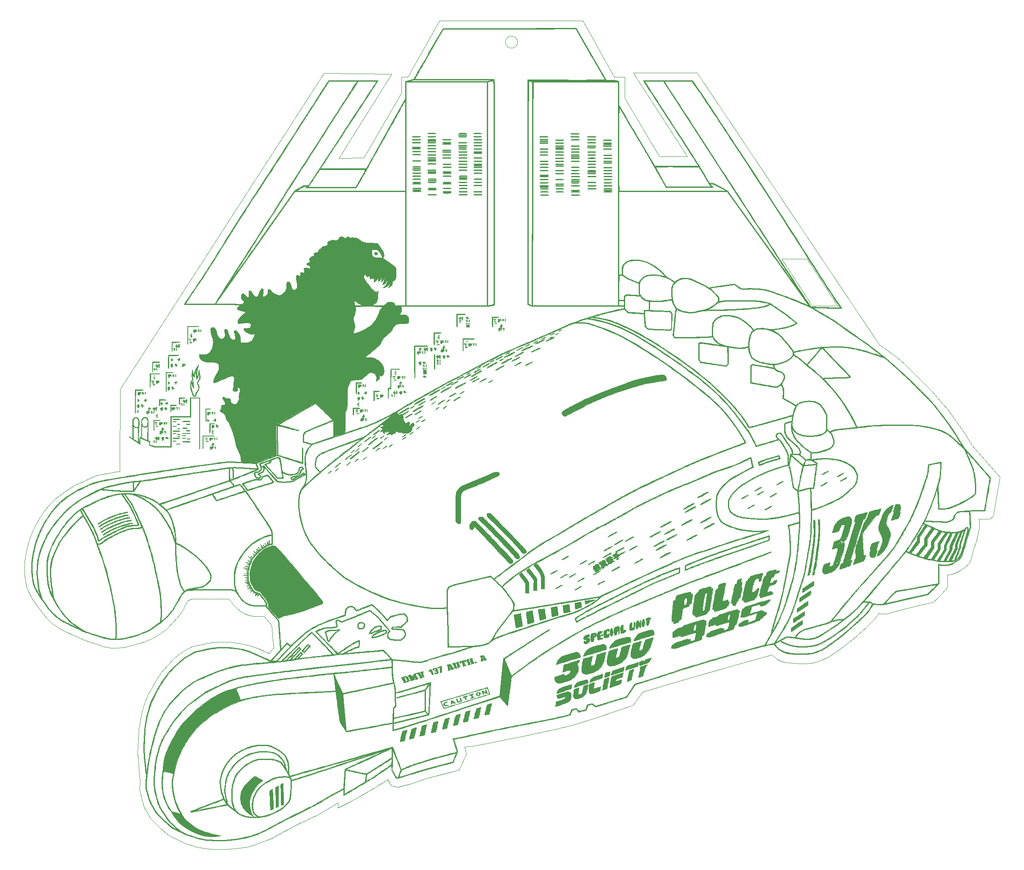
<source format=gbr>
G04 #@! TF.GenerationSoftware,KiCad,Pcbnew,(5.1.0)-1*
G04 #@! TF.CreationDate,2019-03-31T16:26:15-05:00*
G04 #@! TF.ProjectId,3000_Society_Badge_K5,33303030-5f53-46f6-9369-6574795f4261,2*
G04 #@! TF.SameCoordinates,Original*
G04 #@! TF.FileFunction,Legend,Top*
G04 #@! TF.FilePolarity,Positive*
%FSLAX46Y46*%
G04 Gerber Fmt 4.6, Leading zero omitted, Abs format (unit mm)*
G04 Created by KiCad (PCBNEW (5.1.0)-1) date 2019-03-31 16:26:15*
%MOMM*%
%LPD*%
G04 APERTURE LIST*
%ADD10C,0.050000*%
%ADD11C,0.036000*%
%ADD12C,0.010000*%
G04 APERTURE END LIST*
D10*
X206756000Y-77724000D02*
X201676000Y-77724000D01*
X200660000Y-68326000D02*
X206756000Y-77724000D01*
X195580000Y-68326000D02*
X200660000Y-68326000D01*
X201676000Y-77724000D02*
X195580000Y-68326000D01*
X142750001Y-24940000D02*
G75*
G03X142750001Y-24940000I-1215047J0D01*
G01*
D11*
X72909999Y-183773750D02*
X73142500Y-183905001D01*
X78576248Y-186098751D02*
X80222499Y-186398750D01*
X66921248Y-169810625D02*
X67022500Y-171211251D01*
X69129999Y-180117500D02*
X69253749Y-180338751D01*
X93640000Y-184235000D02*
X94419999Y-183822500D01*
X66938125Y-162380000D02*
X66825625Y-164196875D01*
X71260000Y-182307501D02*
X72909999Y-183773750D01*
X92492500Y-184741250D02*
X93126249Y-184490001D01*
X68286249Y-178643750D02*
X68679999Y-179322500D01*
X90234999Y-185592501D02*
X91735000Y-185041251D01*
X67146248Y-172628751D02*
X67135000Y-172906250D01*
X68265625Y-156715625D02*
X67928125Y-157756251D01*
X69795625Y-153695000D02*
X69503125Y-154229375D01*
X67135000Y-172906250D02*
X67078748Y-174650000D01*
X91735000Y-185041251D02*
X92492500Y-184741250D01*
X88802500Y-186005000D02*
X90234999Y-185592501D01*
X70183748Y-181295001D02*
X71260000Y-182307501D01*
X67078748Y-174650000D02*
X67127499Y-174905001D01*
X80222499Y-186398750D02*
X81778750Y-186511250D01*
X73967499Y-184280000D02*
X75535000Y-185037500D01*
X67022500Y-171211251D02*
X67146248Y-172628751D01*
X69503125Y-154229375D02*
X69193748Y-154780625D01*
X66696248Y-167290625D02*
X66797500Y-168297500D01*
X69193748Y-154780625D02*
X68839375Y-155410625D01*
X67558750Y-176817501D02*
X68027499Y-178137500D01*
X68027499Y-178137500D02*
X68286249Y-178643750D01*
X68839375Y-155410625D02*
X68490625Y-156181252D01*
X67050625Y-161609375D02*
X66938125Y-162380000D01*
X67630000Y-158853125D02*
X67410625Y-159680000D01*
X84474999Y-186511250D02*
X87058748Y-186316250D01*
X99332500Y-181227501D02*
X99868750Y-180983750D01*
X68679999Y-179322500D02*
X69129999Y-180117500D01*
X81778750Y-186511250D02*
X84474999Y-186511250D01*
X75958749Y-185236250D02*
X78576248Y-186098751D01*
X66696248Y-166868751D02*
X66696248Y-167290625D01*
X66825625Y-164196875D02*
X66713125Y-166334375D01*
X68490625Y-156181252D02*
X68265625Y-156715625D01*
X73142500Y-183905001D02*
X73967499Y-184280000D01*
X100600000Y-180657500D02*
X101290000Y-180301250D01*
X67410625Y-159680000D02*
X67050625Y-161609375D01*
X95946248Y-182963750D02*
X96767500Y-182525000D01*
X100206250Y-180826250D02*
X100600000Y-180657500D01*
X99868750Y-180983750D02*
X100206250Y-180826250D01*
X98706249Y-181516250D02*
X99332500Y-181227501D01*
X66797500Y-168297500D02*
X66921248Y-169810625D01*
X98064999Y-181850000D02*
X98706249Y-181516250D01*
X97442500Y-182161251D02*
X98064999Y-181850000D01*
X96767500Y-182525000D02*
X97442500Y-182161251D01*
X87058748Y-186316250D02*
X88802500Y-186005000D01*
X95158748Y-183410001D02*
X95946248Y-182963750D01*
X67127499Y-174905001D02*
X67558750Y-176817501D01*
X67928125Y-157756251D02*
X67630000Y-158853125D01*
X94419999Y-183822500D02*
X95158748Y-183410001D01*
X93126249Y-184490001D02*
X93640000Y-184235000D01*
X75535000Y-185037500D02*
X75958749Y-185236250D01*
X66713125Y-166334375D02*
X66696248Y-166868751D01*
X69253749Y-180338751D02*
X70183748Y-181295001D01*
X75938125Y-146826875D02*
X75561248Y-147080000D01*
X80663125Y-145291252D02*
X79498748Y-145516252D01*
X82063748Y-145060625D02*
X81715000Y-145105625D01*
X87188125Y-138755000D02*
X87694375Y-139109375D01*
X84932500Y-145049375D02*
X84043748Y-145010000D01*
X76742500Y-136730000D02*
X76883125Y-136634375D01*
X87750625Y-145426252D02*
X86878748Y-145285625D01*
X86743748Y-138400625D02*
X87188125Y-138755000D01*
X89134375Y-139711252D02*
X89612500Y-139823752D01*
X92515000Y-147085625D02*
X91896248Y-146793125D01*
X85331875Y-136926875D02*
X85686248Y-137388125D01*
X88594375Y-145606252D02*
X87750625Y-145426252D01*
X93752500Y-144610625D02*
X93893125Y-146146252D01*
X90068125Y-146090000D02*
X89325625Y-145831252D01*
X77788748Y-136398125D02*
X80207500Y-136409375D01*
X91896248Y-146793125D02*
X91406875Y-146579375D01*
X87694375Y-139109375D02*
X88105000Y-139362500D01*
X76883125Y-136634375D02*
X77096875Y-136550000D01*
X93893125Y-146146252D02*
X92981875Y-147321875D01*
X91980625Y-139868752D02*
X93482500Y-141685625D01*
X89753125Y-139863125D02*
X91553125Y-139880000D01*
X85686248Y-137388125D02*
X86006875Y-137714375D01*
X77501875Y-136426252D02*
X77788748Y-136398125D01*
X84960625Y-136392500D02*
X85123748Y-136662500D01*
X76849375Y-146337500D02*
X75938125Y-146826875D01*
X90715000Y-146315000D02*
X90068125Y-146090000D01*
X77096875Y-136550000D02*
X77293748Y-136482500D01*
X71415625Y-151169375D02*
X70965625Y-151816252D01*
X76601875Y-136904375D02*
X76742500Y-136730000D01*
X91553125Y-139880000D02*
X91980625Y-139868752D01*
X74503748Y-147867500D02*
X74222500Y-148120625D01*
X75561248Y-147080000D02*
X75083125Y-147417500D01*
X77614375Y-145971875D02*
X77203748Y-146168752D01*
X79498748Y-145516252D02*
X78193748Y-145797500D01*
X88751875Y-139598752D02*
X89134375Y-139711252D01*
X86006875Y-137714375D02*
X86400625Y-138119375D01*
X81715000Y-145105625D02*
X80663125Y-145291252D01*
X85123748Y-136662500D02*
X85331875Y-136926875D01*
X93482500Y-141685625D02*
X93752500Y-144610625D01*
X70150000Y-153048125D02*
X69795625Y-153695000D01*
X80207500Y-136409375D02*
X84960625Y-136392500D01*
X89612500Y-139823752D02*
X89753125Y-139863125D01*
X70543748Y-152418125D02*
X70150000Y-153048125D01*
X70965625Y-151816252D02*
X70543748Y-152418125D01*
X71978125Y-150466252D02*
X71415625Y-151169375D01*
X72591248Y-149780000D02*
X71978125Y-150466252D01*
X86400625Y-138119375D02*
X86743748Y-138400625D01*
X73001875Y-149335625D02*
X72591248Y-149780000D01*
X86878748Y-145285625D02*
X85309375Y-145077500D01*
X73705000Y-148626875D02*
X73001875Y-149335625D01*
X74222500Y-148120625D02*
X73705000Y-148626875D01*
X85309375Y-145077500D02*
X84932500Y-145049375D01*
X88386248Y-139475000D02*
X88751875Y-139598752D01*
X89325625Y-145831252D02*
X88594375Y-145606252D01*
X76444375Y-137185625D02*
X76601875Y-136904375D01*
X88105000Y-139362500D02*
X88386248Y-139475000D01*
X75083125Y-147417500D02*
X74503748Y-147867500D01*
X92981875Y-147321875D02*
X92515000Y-147085625D01*
X84043748Y-145010000D02*
X82862500Y-145021252D01*
X78193748Y-145797500D02*
X77614375Y-145971875D01*
X77203748Y-146168752D02*
X76849375Y-146337500D01*
X82862500Y-145021252D02*
X82063748Y-145060625D01*
X91406875Y-146579375D02*
X90715000Y-146315000D01*
X77293748Y-136482500D02*
X77501875Y-136426252D01*
X44393125Y-133681252D02*
X44488750Y-133996252D01*
X44590000Y-126188752D02*
X44252500Y-127881875D01*
X71100625Y-143440625D02*
X71590000Y-143131252D01*
X75544375Y-138980000D02*
X75853748Y-138434375D01*
X73710625Y-141185000D02*
X74554375Y-140228752D01*
X44843125Y-134918752D02*
X45304375Y-135897500D01*
X76264375Y-137534375D02*
X76444375Y-137185625D01*
X49191249Y-140988125D02*
X49596249Y-141320000D01*
X49247500Y-117395000D02*
X48325000Y-118430000D01*
X76095625Y-137928125D02*
X76264375Y-137534375D01*
X63585625Y-146180000D02*
X64260625Y-146028125D01*
X55609375Y-144470000D02*
X56953749Y-144976252D01*
X44044375Y-131560625D02*
X44196250Y-132556252D01*
X72844375Y-142056875D02*
X73710625Y-141185000D01*
X71944375Y-142861252D02*
X72304375Y-142568752D01*
X54287500Y-143879375D02*
X55609375Y-144470000D01*
X44044375Y-129867500D02*
X44044375Y-131560625D01*
X71590000Y-143131252D02*
X71944375Y-142861252D01*
X70549375Y-143766875D02*
X71100625Y-143440625D01*
X69874375Y-144160625D02*
X70549375Y-143766875D01*
X69261248Y-144464375D02*
X69874375Y-144160625D01*
X68681875Y-144745625D02*
X69261248Y-144464375D01*
X44095000Y-128922500D02*
X44044375Y-129867500D01*
X44252500Y-127881875D02*
X44095000Y-128922500D01*
X52735000Y-114516875D02*
X50987500Y-115715000D01*
X44955625Y-124670000D02*
X44590000Y-126188752D01*
X56953749Y-144976252D02*
X58264375Y-145415000D01*
X47987500Y-118842500D02*
X47297500Y-119877500D01*
X61290625Y-146219375D02*
X62320000Y-146219375D01*
X59980000Y-145983125D02*
X60379375Y-146095625D01*
X45445000Y-136178752D02*
X45979375Y-136994375D01*
X67922500Y-145015625D02*
X68681875Y-144745625D01*
X48454375Y-140200625D02*
X49191249Y-140988125D01*
X64260625Y-146028125D02*
X65076249Y-145831252D01*
X62320000Y-146219375D02*
X63585625Y-146180000D01*
X45304375Y-135897500D02*
X45445000Y-136178752D01*
X47297500Y-119877500D02*
X46607499Y-121002500D01*
X51103749Y-142310000D02*
X51806875Y-142715000D01*
X58264375Y-145415000D02*
X59980000Y-145983125D01*
X67258748Y-145251875D02*
X67922500Y-145015625D01*
X65076249Y-145831252D02*
X66122500Y-145578125D01*
X60379375Y-146095625D02*
X61290625Y-146219375D01*
X47515000Y-139058752D02*
X48454375Y-140200625D01*
X46626249Y-137877500D02*
X47515000Y-139058752D01*
X45979375Y-136994375D02*
X46626249Y-137877500D01*
X45407500Y-123470000D02*
X44955625Y-124670000D01*
X44488750Y-133996252D02*
X44843125Y-134918752D01*
X50147500Y-116457500D02*
X49247500Y-117395000D01*
X46120000Y-121925000D02*
X45745000Y-122705000D01*
X48325000Y-118430000D02*
X47987500Y-118842500D01*
X52583125Y-143120000D02*
X53426875Y-143502500D01*
X74554375Y-140228752D02*
X75122500Y-139542500D01*
X72304375Y-142568752D02*
X72844375Y-142056875D01*
X75853748Y-138434375D02*
X76095625Y-137928125D01*
X44196250Y-132556252D02*
X44393125Y-133681252D01*
X66122500Y-145578125D02*
X67258748Y-145251875D01*
X75122500Y-139542500D02*
X75544375Y-138980000D01*
X50321875Y-141860000D02*
X51103749Y-142310000D01*
X51806875Y-142715000D02*
X52583125Y-143120000D01*
X45745000Y-122705000D02*
X45407500Y-123470000D01*
X49596249Y-141320000D02*
X50321875Y-141860000D01*
X46607499Y-121002500D02*
X46120000Y-121925000D01*
X50987500Y-115715000D02*
X50147500Y-116457500D01*
X53426875Y-143502500D02*
X54287500Y-143879375D01*
X53376249Y-114111875D02*
X52735000Y-114516875D01*
X53983749Y-113746253D02*
X53376249Y-114111875D01*
X55519375Y-113003753D02*
X54585625Y-113453753D01*
X56560000Y-112520000D02*
X55519375Y-113003753D01*
X58468749Y-111721253D02*
X57488125Y-112098125D01*
X117568747Y-31317500D02*
X103978748Y-31193755D01*
X103978748Y-31193755D02*
X63163749Y-94424375D01*
X63131323Y-110892324D02*
X62642500Y-110960000D01*
X59931250Y-111391250D02*
X59331249Y-111507500D01*
X61254999Y-111158750D02*
X60636249Y-111260000D01*
X106920625Y-48147500D02*
X117568747Y-31317500D01*
X127085406Y-20650532D02*
X120735569Y-31916605D01*
X62012500Y-111046250D02*
X61254999Y-111158750D01*
X62642500Y-110960000D02*
X62012500Y-111046250D01*
X63163749Y-94424375D02*
X63131323Y-110892324D01*
X111943747Y-48102500D02*
X106920625Y-48147500D01*
X119486875Y-31910938D02*
X119484999Y-35161251D01*
X120735569Y-31916605D02*
X119486875Y-31910938D01*
X57488125Y-112098125D02*
X56560000Y-112520000D01*
X54585625Y-113453753D02*
X53983749Y-113746253D01*
X59331249Y-111507500D02*
X58468749Y-111721253D01*
X60636249Y-111260000D02*
X59931250Y-111391250D01*
X119484999Y-35161251D02*
X111943747Y-48102500D01*
X227821562Y-135242188D02*
X228839687Y-134024375D01*
X234062500Y-126312500D02*
X234531250Y-124876250D01*
X201288437Y-149282188D02*
X201991562Y-149183752D01*
X210850000Y-143592500D02*
X212552500Y-142115000D01*
X230155000Y-131333750D02*
X231332499Y-130763750D01*
X228955794Y-131598677D02*
X229054264Y-131585971D01*
X214990000Y-139317500D02*
X215125441Y-139347148D01*
X235931323Y-120413265D02*
X237244264Y-120423853D01*
X228921911Y-131593383D02*
X228955794Y-131598677D01*
X214074999Y-140585000D02*
X214465000Y-140082500D01*
X234531250Y-124876250D02*
X234786249Y-123833750D01*
X231332499Y-130763750D02*
X232262500Y-130043750D01*
X234786249Y-123833750D02*
X235138750Y-122183750D01*
X233500000Y-128292500D02*
X234062500Y-126312500D01*
X229686382Y-131434559D02*
X230155000Y-131333750D01*
X205636562Y-147620000D02*
X206210312Y-147262813D01*
X229054264Y-131585971D02*
X229686382Y-131434559D01*
X206210312Y-147262813D02*
X206702500Y-146888752D01*
X204885625Y-148053125D02*
X205636562Y-147620000D01*
X215125441Y-139347148D02*
X215432500Y-139367265D01*
X217344735Y-139181971D02*
X218477676Y-138889736D01*
X237972735Y-119807618D02*
X239260000Y-112013753D01*
X235138750Y-122183750D02*
X235138750Y-121475000D01*
X232262500Y-130043750D02*
X233106250Y-129282500D01*
X235281205Y-120419618D02*
X235931323Y-120413265D01*
X235088500Y-120409030D02*
X235281205Y-120419618D01*
X235138750Y-121475000D02*
X235116029Y-120942677D01*
X223093750Y-137680625D02*
X226046875Y-137000000D01*
X201991562Y-149183752D02*
X202343125Y-149107813D01*
X200115625Y-149324375D02*
X201288437Y-149282188D01*
X233106250Y-129282500D02*
X233500000Y-128292500D01*
X228820000Y-131566252D02*
X228921911Y-131593383D01*
X228839687Y-134024375D02*
X228820000Y-131566252D01*
X216260499Y-139372559D02*
X216592970Y-139340795D01*
X202855000Y-148939063D02*
X203718437Y-148593125D01*
X215432500Y-139367265D02*
X215707794Y-139377853D01*
X197078125Y-149178125D02*
X198132812Y-149285000D01*
X226789375Y-136274375D02*
X227821562Y-135242188D01*
X226046875Y-137000000D02*
X226789375Y-136274375D01*
X208685312Y-145381252D02*
X209171875Y-145007188D01*
X209171875Y-145007188D02*
X210850000Y-143592500D01*
X199342187Y-149341252D02*
X200115625Y-149324375D01*
X215707794Y-139377853D02*
X216260499Y-139372559D01*
X198132812Y-149285000D02*
X199342187Y-149341252D01*
X204407500Y-148292188D02*
X204885625Y-148053125D01*
X217080029Y-139249736D02*
X217344735Y-139181971D01*
X216592970Y-139340795D02*
X217080029Y-139249736D01*
X203718437Y-148593125D02*
X204407500Y-148292188D01*
X214465000Y-140082500D02*
X214990000Y-139317500D01*
X202343125Y-149107813D02*
X202855000Y-148939063D01*
X207138437Y-146559688D02*
X208111562Y-145822813D01*
X206702500Y-146888752D02*
X207138437Y-146559688D01*
X218477676Y-138889736D02*
X223093750Y-137680625D01*
X237244264Y-120423853D02*
X237972735Y-119807618D01*
X235116029Y-120942677D02*
X235088500Y-120409030D01*
X208111562Y-145822813D02*
X208685312Y-145381252D01*
X212552500Y-142115000D02*
X214074999Y-140585000D01*
X102246248Y-179855001D02*
X102519999Y-179720001D01*
X103930000Y-178928750D02*
X104353749Y-178666250D01*
X196335625Y-149071252D02*
X197078125Y-149178125D01*
X110031247Y-176558751D02*
X110417499Y-176333751D01*
X195716875Y-148953125D02*
X196335625Y-149071252D01*
X124360937Y-172372813D02*
X126481562Y-171818751D01*
X110417499Y-176333751D02*
X110950000Y-176026251D01*
X134561875Y-165738125D02*
X136915937Y-165271251D01*
X112401250Y-175212500D02*
X112712499Y-175032500D01*
X194395000Y-148269688D02*
X194695937Y-148503125D01*
X165872499Y-157640000D02*
X167739999Y-155060001D01*
X117585625Y-173824063D02*
X118721875Y-174049063D01*
X108962500Y-177121251D02*
X109581247Y-176791251D01*
X195365312Y-148818125D02*
X195716875Y-148953125D01*
X194695937Y-148503125D02*
X195365312Y-148818125D01*
X162895000Y-158667500D02*
X165872499Y-157640000D01*
X117234062Y-173388125D02*
X117585625Y-173824063D01*
X194133437Y-148044688D02*
X194395000Y-148269688D01*
X110950000Y-176026251D02*
X111362499Y-175790000D01*
X109581247Y-176791251D02*
X110031247Y-176558751D01*
X106768747Y-177203750D02*
X106761249Y-178208750D01*
X167739999Y-155060001D02*
X176293746Y-152525000D01*
X117163747Y-173270000D02*
X117234062Y-173388125D01*
X116743750Y-172595000D02*
X117163747Y-173270000D01*
X111362499Y-175790000D02*
X111744999Y-175576251D01*
X115558749Y-173341251D02*
X116226250Y-172925001D01*
X112975000Y-174882501D02*
X113226247Y-174721251D01*
X101747500Y-180087500D02*
X102246248Y-179855001D01*
X193894375Y-147794375D02*
X194133437Y-148044688D01*
X188511245Y-148981252D02*
X193697500Y-147541252D01*
X129533125Y-170994688D02*
X130987187Y-170586875D01*
X193697500Y-147541252D02*
X193894375Y-147794375D01*
X133746247Y-165850625D02*
X134561875Y-165738125D01*
X176293746Y-152525000D02*
X188511245Y-148981252D01*
X143719375Y-163943751D02*
X150328746Y-162470000D01*
X126481562Y-171818751D02*
X129533125Y-170994688D01*
X113226247Y-174721251D02*
X113552500Y-174533751D01*
X132078437Y-166075625D02*
X133746247Y-165850625D01*
X132500312Y-167434063D02*
X132078437Y-166075625D01*
X102808748Y-179555000D02*
X103480000Y-179165000D01*
X130987187Y-170586875D02*
X132500312Y-167434063D01*
X101290000Y-180301250D02*
X101747500Y-180087500D01*
X123154375Y-172775000D02*
X124360937Y-172372813D01*
X108137500Y-177533751D02*
X108962500Y-177121251D01*
X102519999Y-179720001D02*
X102808748Y-179555000D01*
X114958747Y-173697500D02*
X115558749Y-173341251D01*
X112063750Y-175407500D02*
X112401250Y-175212500D01*
X104353749Y-178666250D02*
X104935000Y-178310000D01*
X114047500Y-174241251D02*
X114546249Y-173941250D01*
X112712499Y-175032500D02*
X112975000Y-174882501D01*
X153492812Y-161702188D02*
X158170000Y-160242500D01*
X103480000Y-179165000D02*
X103930000Y-178928750D01*
X158170000Y-160242500D02*
X162895000Y-158667500D01*
X150328746Y-162470000D02*
X153492812Y-161702188D01*
X118721875Y-174049063D02*
X121081562Y-173452813D01*
X106761249Y-178208750D02*
X108137500Y-177533751D01*
X140161562Y-164641251D02*
X143719375Y-163943751D01*
X136915937Y-165271251D02*
X140161562Y-164641251D01*
X121081562Y-173452813D02*
X123154375Y-172775000D01*
X114546249Y-173941250D02*
X114958747Y-173697500D01*
X116226250Y-172925001D02*
X116743750Y-172595000D01*
X113552500Y-174533751D02*
X114047500Y-174241251D01*
X111744999Y-175576251D02*
X112063750Y-175407500D01*
X104935000Y-178310000D02*
X106768747Y-177203750D01*
X230027499Y-100152501D02*
X228827500Y-98427500D01*
X155807500Y-20650532D02*
X127085406Y-20650532D01*
X162104687Y-31919375D02*
X155807500Y-20650532D01*
X217637500Y-87267500D02*
X216287500Y-86262500D01*
X225707499Y-94947500D02*
X224657500Y-93777500D01*
X164209291Y-36187644D02*
X164174687Y-31919375D01*
X224657500Y-93777500D02*
X223457499Y-92622500D01*
X220142500Y-89367500D02*
X218612500Y-88017500D01*
X171175000Y-47877500D02*
X164209291Y-36187644D01*
X215162500Y-85512500D02*
X178690000Y-31070000D01*
X227882500Y-97347500D02*
X225707499Y-94947500D01*
X239260000Y-112013753D02*
X233747500Y-105668753D01*
X228827500Y-98427500D02*
X227882500Y-97347500D01*
X216287500Y-86262500D02*
X215162500Y-85512500D01*
X165910000Y-31115000D02*
X176687500Y-47877500D01*
X223457499Y-92622500D02*
X220142500Y-89367500D01*
X218612500Y-88017500D02*
X217637500Y-87267500D01*
X232232499Y-103302501D02*
X230027499Y-100152501D01*
X164174687Y-31919375D02*
X162104687Y-31919375D01*
X233747500Y-105668753D02*
X232232499Y-103302501D01*
X176687500Y-47877500D02*
X171175000Y-47877500D01*
X178690000Y-31070000D02*
X165910000Y-31115000D01*
D12*
G04 #@! TO.C,Art*
G36*
X136398575Y-154609128D02*
G01*
X136449392Y-154705784D01*
X136508347Y-154839148D01*
X136566269Y-154986534D01*
X136613986Y-155125255D01*
X136642328Y-155232624D01*
X136646367Y-155267752D01*
X136609440Y-155294652D01*
X136530477Y-155317074D01*
X136438036Y-155313996D01*
X136317201Y-155268013D01*
X136150242Y-155172258D01*
X136140326Y-155166016D01*
X136006696Y-155085619D01*
X135903215Y-155030840D01*
X135849096Y-155011683D01*
X135846078Y-155012791D01*
X135847244Y-155061552D01*
X135873069Y-155162217D01*
X135892451Y-155220861D01*
X135935732Y-155386203D01*
X135925141Y-155485575D01*
X135860490Y-155520511D01*
X135855704Y-155520594D01*
X135810602Y-155481507D01*
X135750416Y-155374040D01*
X135683256Y-155212881D01*
X135678159Y-155199027D01*
X135625940Y-155043192D01*
X135592431Y-154917738D01*
X135583340Y-154844914D01*
X135585463Y-154837679D01*
X135656475Y-154781515D01*
X135767600Y-154785772D01*
X135925280Y-154851799D01*
X136073586Y-154939842D01*
X136210533Y-155024925D01*
X136317147Y-155085468D01*
X136375257Y-155111340D01*
X136380405Y-155110948D01*
X136376951Y-155064707D01*
X136350930Y-154963063D01*
X136324187Y-154877498D01*
X136281062Y-154714758D01*
X136284052Y-154616836D01*
X136334335Y-154574935D01*
X136365065Y-154571868D01*
X136398575Y-154609128D01*
X136398575Y-154609128D01*
G37*
X136398575Y-154609128D02*
X136449392Y-154705784D01*
X136508347Y-154839148D01*
X136566269Y-154986534D01*
X136613986Y-155125255D01*
X136642328Y-155232624D01*
X136646367Y-155267752D01*
X136609440Y-155294652D01*
X136530477Y-155317074D01*
X136438036Y-155313996D01*
X136317201Y-155268013D01*
X136150242Y-155172258D01*
X136140326Y-155166016D01*
X136006696Y-155085619D01*
X135903215Y-155030840D01*
X135849096Y-155011683D01*
X135846078Y-155012791D01*
X135847244Y-155061552D01*
X135873069Y-155162217D01*
X135892451Y-155220861D01*
X135935732Y-155386203D01*
X135925141Y-155485575D01*
X135860490Y-155520511D01*
X135855704Y-155520594D01*
X135810602Y-155481507D01*
X135750416Y-155374040D01*
X135683256Y-155212881D01*
X135678159Y-155199027D01*
X135625940Y-155043192D01*
X135592431Y-154917738D01*
X135583340Y-154844914D01*
X135585463Y-154837679D01*
X135656475Y-154781515D01*
X135767600Y-154785772D01*
X135925280Y-154851799D01*
X136073586Y-154939842D01*
X136210533Y-155024925D01*
X136317147Y-155085468D01*
X136375257Y-155111340D01*
X136380405Y-155110948D01*
X136376951Y-155064707D01*
X136350930Y-154963063D01*
X136324187Y-154877498D01*
X136281062Y-154714758D01*
X136284052Y-154616836D01*
X136334335Y-154574935D01*
X136365065Y-154571868D01*
X136398575Y-154609128D01*
G36*
X134936942Y-155107992D02*
G01*
X135094121Y-155151041D01*
X135219884Y-155215798D01*
X135284629Y-155290275D01*
X135283267Y-155383460D01*
X135238374Y-155509015D01*
X135165797Y-155636760D01*
X135081387Y-155736514D01*
X135032782Y-155769868D01*
X134936609Y-155807469D01*
X134855630Y-155814185D01*
X134760675Y-155786024D01*
X134622571Y-155718991D01*
X134608761Y-155711818D01*
X134494424Y-155645661D01*
X134420071Y-155589902D01*
X134403922Y-155566467D01*
X134424423Y-155478303D01*
X134443785Y-155432865D01*
X134630605Y-155432865D01*
X134634139Y-155520879D01*
X134700169Y-155592084D01*
X134738133Y-155617269D01*
X134859079Y-155678871D01*
X134940387Y-155676981D01*
X135004912Y-155607547D01*
X135028112Y-155565860D01*
X135081220Y-155445260D01*
X135079057Y-155366702D01*
X135014398Y-155300603D01*
X134953753Y-155261378D01*
X134841512Y-155197824D01*
X134774811Y-155185428D01*
X134726892Y-155228324D01*
X134685335Y-155302833D01*
X134630605Y-155432865D01*
X134443785Y-155432865D01*
X134475302Y-155358908D01*
X134540626Y-155238552D01*
X134604462Y-155147505D01*
X134640430Y-155117143D01*
X134776371Y-155094182D01*
X134936942Y-155107992D01*
X134936942Y-155107992D01*
G37*
X134936942Y-155107992D02*
X135094121Y-155151041D01*
X135219884Y-155215798D01*
X135284629Y-155290275D01*
X135283267Y-155383460D01*
X135238374Y-155509015D01*
X135165797Y-155636760D01*
X135081387Y-155736514D01*
X135032782Y-155769868D01*
X134936609Y-155807469D01*
X134855630Y-155814185D01*
X134760675Y-155786024D01*
X134622571Y-155718991D01*
X134608761Y-155711818D01*
X134494424Y-155645661D01*
X134420071Y-155589902D01*
X134403922Y-155566467D01*
X134424423Y-155478303D01*
X134443785Y-155432865D01*
X134630605Y-155432865D01*
X134634139Y-155520879D01*
X134700169Y-155592084D01*
X134738133Y-155617269D01*
X134859079Y-155678871D01*
X134940387Y-155676981D01*
X135004912Y-155607547D01*
X135028112Y-155565860D01*
X135081220Y-155445260D01*
X135079057Y-155366702D01*
X135014398Y-155300603D01*
X134953753Y-155261378D01*
X134841512Y-155197824D01*
X134774811Y-155185428D01*
X134726892Y-155228324D01*
X134685335Y-155302833D01*
X134630605Y-155432865D01*
X134443785Y-155432865D01*
X134475302Y-155358908D01*
X134540626Y-155238552D01*
X134604462Y-155147505D01*
X134640430Y-155117143D01*
X134776371Y-155094182D01*
X134936942Y-155107992D01*
G36*
X133901405Y-155388943D02*
G01*
X133896545Y-155428636D01*
X133833514Y-155472796D01*
X133738491Y-155507906D01*
X133646446Y-155520594D01*
X133607395Y-155522222D01*
X133591219Y-155538937D01*
X133599894Y-155588485D01*
X133635399Y-155688614D01*
X133677432Y-155798713D01*
X133770296Y-156041382D01*
X133963878Y-156012353D01*
X134087958Y-156000299D01*
X134134293Y-156011205D01*
X134107266Y-156041704D01*
X134011263Y-156088429D01*
X133850670Y-156148012D01*
X133740708Y-156183703D01*
X133539449Y-156244953D01*
X133406431Y-156280574D01*
X133328245Y-156292713D01*
X133291478Y-156283516D01*
X133282700Y-156257046D01*
X133319479Y-156219172D01*
X133410506Y-156175662D01*
X133436590Y-156166478D01*
X133538173Y-156122051D01*
X133568188Y-156073336D01*
X133561400Y-156044543D01*
X133529602Y-155961045D01*
X133484493Y-155836376D01*
X133467221Y-155787414D01*
X133417612Y-155670793D01*
X133370629Y-155625260D01*
X133331630Y-155628720D01*
X133194577Y-155671604D01*
X133088636Y-155686174D01*
X133033228Y-155671011D01*
X133030899Y-155650701D01*
X133079368Y-155611552D01*
X133189057Y-155561646D01*
X133337949Y-155507604D01*
X133504031Y-155456045D01*
X133665288Y-155413589D01*
X133799704Y-155386855D01*
X133885265Y-155382464D01*
X133901405Y-155388943D01*
X133901405Y-155388943D01*
G37*
X133901405Y-155388943D02*
X133896545Y-155428636D01*
X133833514Y-155472796D01*
X133738491Y-155507906D01*
X133646446Y-155520594D01*
X133607395Y-155522222D01*
X133591219Y-155538937D01*
X133599894Y-155588485D01*
X133635399Y-155688614D01*
X133677432Y-155798713D01*
X133770296Y-156041382D01*
X133963878Y-156012353D01*
X134087958Y-156000299D01*
X134134293Y-156011205D01*
X134107266Y-156041704D01*
X134011263Y-156088429D01*
X133850670Y-156148012D01*
X133740708Y-156183703D01*
X133539449Y-156244953D01*
X133406431Y-156280574D01*
X133328245Y-156292713D01*
X133291478Y-156283516D01*
X133282700Y-156257046D01*
X133319479Y-156219172D01*
X133410506Y-156175662D01*
X133436590Y-156166478D01*
X133538173Y-156122051D01*
X133568188Y-156073336D01*
X133561400Y-156044543D01*
X133529602Y-155961045D01*
X133484493Y-155836376D01*
X133467221Y-155787414D01*
X133417612Y-155670793D01*
X133370629Y-155625260D01*
X133331630Y-155628720D01*
X133194577Y-155671604D01*
X133088636Y-155686174D01*
X133033228Y-155671011D01*
X133030899Y-155650701D01*
X133079368Y-155611552D01*
X133189057Y-155561646D01*
X133337949Y-155507604D01*
X133504031Y-155456045D01*
X133665288Y-155413589D01*
X133799704Y-155386855D01*
X133885265Y-155382464D01*
X133901405Y-155388943D01*
G36*
X132631735Y-155792519D02*
G01*
X132642522Y-155844024D01*
X132638513Y-155902916D01*
X132584698Y-155928488D01*
X132506469Y-155934051D01*
X132397172Y-155938430D01*
X132329765Y-155944135D01*
X132326213Y-155944832D01*
X132326186Y-155984718D01*
X132354358Y-156082504D01*
X132404222Y-156215976D01*
X132469642Y-156403165D01*
X132485768Y-156525149D01*
X132452596Y-156587501D01*
X132403823Y-156598693D01*
X132355710Y-156559846D01*
X132292131Y-156453317D01*
X132224514Y-156300274D01*
X132149564Y-156131306D01*
X132084238Y-156041759D01*
X132020266Y-156026683D01*
X131949375Y-156081128D01*
X131919751Y-156117883D01*
X131849843Y-156157195D01*
X131773680Y-156140044D01*
X131731231Y-156077722D01*
X131730238Y-156064346D01*
X131772756Y-156018109D01*
X131900252Y-155957682D01*
X132112636Y-155883104D01*
X132166003Y-155866273D01*
X132345740Y-155811976D01*
X132491995Y-155770712D01*
X132587209Y-155747252D01*
X132614705Y-155744334D01*
X132631735Y-155792519D01*
X132631735Y-155792519D01*
G37*
X132631735Y-155792519D02*
X132642522Y-155844024D01*
X132638513Y-155902916D01*
X132584698Y-155928488D01*
X132506469Y-155934051D01*
X132397172Y-155938430D01*
X132329765Y-155944135D01*
X132326213Y-155944832D01*
X132326186Y-155984718D01*
X132354358Y-156082504D01*
X132404222Y-156215976D01*
X132469642Y-156403165D01*
X132485768Y-156525149D01*
X132452596Y-156587501D01*
X132403823Y-156598693D01*
X132355710Y-156559846D01*
X132292131Y-156453317D01*
X132224514Y-156300274D01*
X132149564Y-156131306D01*
X132084238Y-156041759D01*
X132020266Y-156026683D01*
X131949375Y-156081128D01*
X131919751Y-156117883D01*
X131849843Y-156157195D01*
X131773680Y-156140044D01*
X131731231Y-156077722D01*
X131730238Y-156064346D01*
X131772756Y-156018109D01*
X131900252Y-155957682D01*
X132112636Y-155883104D01*
X132166003Y-155866273D01*
X132345740Y-155811976D01*
X132491995Y-155770712D01*
X132587209Y-155747252D01*
X132614705Y-155744334D01*
X132631735Y-155792519D01*
G36*
X131309730Y-156205631D02*
G01*
X131375681Y-156303847D01*
X131439202Y-156437628D01*
X131490472Y-156582499D01*
X131519670Y-156713988D01*
X131516973Y-156807619D01*
X131512413Y-156818433D01*
X131446783Y-156874467D01*
X131316441Y-156936584D01*
X131175116Y-156985174D01*
X130966594Y-157042260D01*
X130822826Y-157067704D01*
X130728733Y-157062505D01*
X130669236Y-157027659D01*
X130661715Y-157019151D01*
X130618039Y-156946023D01*
X130563619Y-156828870D01*
X130507839Y-156692082D01*
X130460086Y-156560045D01*
X130429743Y-156457149D01*
X130426197Y-156407780D01*
X130426370Y-156407598D01*
X130501561Y-156375508D01*
X130581690Y-156426338D01*
X130668077Y-156561254D01*
X130715208Y-156663379D01*
X130780485Y-156801725D01*
X130840006Y-156901670D01*
X130881536Y-156942870D01*
X130883393Y-156943030D01*
X130975768Y-156928466D01*
X131096820Y-156893776D01*
X131216359Y-156849742D01*
X131304194Y-156807146D01*
X131330931Y-156783202D01*
X131322375Y-156722983D01*
X131285259Y-156610822D01*
X131236450Y-156491579D01*
X131172347Y-156330775D01*
X131153455Y-156231397D01*
X131180335Y-156181081D01*
X131251170Y-156167453D01*
X131309730Y-156205631D01*
X131309730Y-156205631D01*
G37*
X131309730Y-156205631D02*
X131375681Y-156303847D01*
X131439202Y-156437628D01*
X131490472Y-156582499D01*
X131519670Y-156713988D01*
X131516973Y-156807619D01*
X131512413Y-156818433D01*
X131446783Y-156874467D01*
X131316441Y-156936584D01*
X131175116Y-156985174D01*
X130966594Y-157042260D01*
X130822826Y-157067704D01*
X130728733Y-157062505D01*
X130669236Y-157027659D01*
X130661715Y-157019151D01*
X130618039Y-156946023D01*
X130563619Y-156828870D01*
X130507839Y-156692082D01*
X130460086Y-156560045D01*
X130429743Y-156457149D01*
X130426197Y-156407780D01*
X130426370Y-156407598D01*
X130501561Y-156375508D01*
X130581690Y-156426338D01*
X130668077Y-156561254D01*
X130715208Y-156663379D01*
X130780485Y-156801725D01*
X130840006Y-156901670D01*
X130881536Y-156942870D01*
X130883393Y-156943030D01*
X130975768Y-156928466D01*
X131096820Y-156893776D01*
X131216359Y-156849742D01*
X131304194Y-156807146D01*
X131330931Y-156783202D01*
X131322375Y-156722983D01*
X131285259Y-156610822D01*
X131236450Y-156491579D01*
X131172347Y-156330775D01*
X131153455Y-156231397D01*
X131180335Y-156181081D01*
X131251170Y-156167453D01*
X131309730Y-156205631D01*
G36*
X129629821Y-156731981D02*
G01*
X129739467Y-156798755D01*
X129872544Y-156892333D01*
X130010277Y-156998224D01*
X130133894Y-157101937D01*
X130224620Y-157188979D01*
X130263682Y-157244861D01*
X130264024Y-157248107D01*
X130229355Y-157280638D01*
X130150003Y-157286753D01*
X130062954Y-157267769D01*
X130016265Y-157239287D01*
X129934530Y-157211149D01*
X129816281Y-157225729D01*
X129692562Y-157272134D01*
X129594418Y-157339468D01*
X129555173Y-157401106D01*
X129501338Y-157487024D01*
X129441706Y-157504296D01*
X129394104Y-157497613D01*
X129371597Y-157464360D01*
X129369759Y-157384734D01*
X129383565Y-157244199D01*
X129407296Y-157051494D01*
X129606611Y-157051494D01*
X129609289Y-157135708D01*
X129666155Y-157159197D01*
X129766434Y-157132414D01*
X129812079Y-157105715D01*
X129797247Y-157064125D01*
X129763277Y-157024604D01*
X129684934Y-156955065D01*
X129636727Y-156962921D01*
X129606860Y-157050195D01*
X129606611Y-157051494D01*
X129407296Y-157051494D01*
X129411394Y-157018217D01*
X129437487Y-156864880D01*
X129466292Y-156770805D01*
X129502260Y-156722613D01*
X129549842Y-156706922D01*
X129562378Y-156706503D01*
X129629821Y-156731981D01*
X129629821Y-156731981D01*
G37*
X129629821Y-156731981D02*
X129739467Y-156798755D01*
X129872544Y-156892333D01*
X130010277Y-156998224D01*
X130133894Y-157101937D01*
X130224620Y-157188979D01*
X130263682Y-157244861D01*
X130264024Y-157248107D01*
X130229355Y-157280638D01*
X130150003Y-157286753D01*
X130062954Y-157267769D01*
X130016265Y-157239287D01*
X129934530Y-157211149D01*
X129816281Y-157225729D01*
X129692562Y-157272134D01*
X129594418Y-157339468D01*
X129555173Y-157401106D01*
X129501338Y-157487024D01*
X129441706Y-157504296D01*
X129394104Y-157497613D01*
X129371597Y-157464360D01*
X129369759Y-157384734D01*
X129383565Y-157244199D01*
X129407296Y-157051494D01*
X129606611Y-157051494D01*
X129609289Y-157135708D01*
X129666155Y-157159197D01*
X129766434Y-157132414D01*
X129812079Y-157105715D01*
X129797247Y-157064125D01*
X129763277Y-157024604D01*
X129684934Y-156955065D01*
X129636727Y-156962921D01*
X129606860Y-157050195D01*
X129606611Y-157051494D01*
X129407296Y-157051494D01*
X129411394Y-157018217D01*
X129437487Y-156864880D01*
X129466292Y-156770805D01*
X129502260Y-156722613D01*
X129549842Y-156706922D01*
X129562378Y-156706503D01*
X129629821Y-156731981D01*
G36*
X128647967Y-157016168D02*
G01*
X128623774Y-157044442D01*
X128543896Y-157091891D01*
X128420761Y-157140637D01*
X128377187Y-157154032D01*
X128246921Y-157205002D01*
X128168773Y-157281837D01*
X128129224Y-157360409D01*
X128087972Y-157462726D01*
X128065876Y-157524514D01*
X128064703Y-157530248D01*
X128099360Y-157557102D01*
X128187099Y-157607384D01*
X128240146Y-157635171D01*
X128348915Y-157685709D01*
X128433911Y-157702627D01*
X128533799Y-157688266D01*
X128638583Y-157659306D01*
X128769320Y-157629087D01*
X128866366Y-157621461D01*
X128898137Y-157630497D01*
X128915813Y-157660352D01*
X128893176Y-157688056D01*
X128816900Y-157720996D01*
X128673661Y-157766556D01*
X128628268Y-157780061D01*
X128478611Y-157822644D01*
X128377513Y-157839751D01*
X128290655Y-157829778D01*
X128183718Y-157791124D01*
X128100070Y-157755405D01*
X127979313Y-157694111D01*
X127895505Y-157634317D01*
X127875107Y-157608182D01*
X127877362Y-157535077D01*
X127909574Y-157418955D01*
X127933362Y-157357955D01*
X127990465Y-157244601D01*
X128059294Y-157170885D01*
X128167759Y-157112615D01*
X128256972Y-157077429D01*
X128429138Y-157019850D01*
X128558834Y-156989805D01*
X128635348Y-156988257D01*
X128647967Y-157016168D01*
X128647967Y-157016168D01*
G37*
X128647967Y-157016168D02*
X128623774Y-157044442D01*
X128543896Y-157091891D01*
X128420761Y-157140637D01*
X128377187Y-157154032D01*
X128246921Y-157205002D01*
X128168773Y-157281837D01*
X128129224Y-157360409D01*
X128087972Y-157462726D01*
X128065876Y-157524514D01*
X128064703Y-157530248D01*
X128099360Y-157557102D01*
X128187099Y-157607384D01*
X128240146Y-157635171D01*
X128348915Y-157685709D01*
X128433911Y-157702627D01*
X128533799Y-157688266D01*
X128638583Y-157659306D01*
X128769320Y-157629087D01*
X128866366Y-157621461D01*
X128898137Y-157630497D01*
X128915813Y-157660352D01*
X128893176Y-157688056D01*
X128816900Y-157720996D01*
X128673661Y-157766556D01*
X128628268Y-157780061D01*
X128478611Y-157822644D01*
X128377513Y-157839751D01*
X128290655Y-157829778D01*
X128183718Y-157791124D01*
X128100070Y-157755405D01*
X127979313Y-157694111D01*
X127895505Y-157634317D01*
X127875107Y-157608182D01*
X127877362Y-157535077D01*
X127909574Y-157418955D01*
X127933362Y-157357955D01*
X127990465Y-157244601D01*
X128059294Y-157170885D01*
X128167759Y-157112615D01*
X128256972Y-157077429D01*
X128429138Y-157019850D01*
X128558834Y-156989805D01*
X128635348Y-156988257D01*
X128647967Y-157016168D01*
G36*
X154482379Y-43183105D02*
G01*
X154692101Y-43185019D01*
X154838376Y-43189675D01*
X154932602Y-43198274D01*
X154986181Y-43212016D01*
X155010513Y-43232100D01*
X155016996Y-43259726D01*
X155017165Y-43268981D01*
X155013638Y-43298936D01*
X154995456Y-43321012D01*
X154951220Y-43336409D01*
X154869530Y-43346328D01*
X154738985Y-43351968D01*
X154548187Y-43354529D01*
X154285735Y-43355212D01*
X154197810Y-43355229D01*
X153913241Y-43354858D01*
X153703519Y-43352944D01*
X153557245Y-43348288D01*
X153463018Y-43339689D01*
X153409439Y-43325947D01*
X153385108Y-43305863D01*
X153378625Y-43278237D01*
X153378455Y-43268981D01*
X153381983Y-43239027D01*
X153400164Y-43216951D01*
X153444401Y-43201554D01*
X153526091Y-43191635D01*
X153656635Y-43185995D01*
X153847434Y-43183434D01*
X154109886Y-43182751D01*
X154197810Y-43182734D01*
X154482379Y-43183105D01*
X154482379Y-43183105D01*
G37*
X154482379Y-43183105D02*
X154692101Y-43185019D01*
X154838376Y-43189675D01*
X154932602Y-43198274D01*
X154986181Y-43212016D01*
X155010513Y-43232100D01*
X155016996Y-43259726D01*
X155017165Y-43268981D01*
X155013638Y-43298936D01*
X154995456Y-43321012D01*
X154951220Y-43336409D01*
X154869530Y-43346328D01*
X154738985Y-43351968D01*
X154548187Y-43354529D01*
X154285735Y-43355212D01*
X154197810Y-43355229D01*
X153913241Y-43354858D01*
X153703519Y-43352944D01*
X153557245Y-43348288D01*
X153463018Y-43339689D01*
X153409439Y-43325947D01*
X153385108Y-43305863D01*
X153378625Y-43278237D01*
X153378455Y-43268981D01*
X153381983Y-43239027D01*
X153400164Y-43216951D01*
X153444401Y-43201554D01*
X153526091Y-43191635D01*
X153656635Y-43185995D01*
X153847434Y-43183434D01*
X154109886Y-43182751D01*
X154197810Y-43182734D01*
X154482379Y-43183105D01*
G36*
X157802923Y-43786840D02*
G01*
X158012645Y-43788754D01*
X158158919Y-43793410D01*
X158253146Y-43802009D01*
X158306725Y-43815751D01*
X158331056Y-43835835D01*
X158337539Y-43863461D01*
X158337708Y-43872717D01*
X158334181Y-43902671D01*
X158315999Y-43924747D01*
X158271763Y-43940145D01*
X158190073Y-43950063D01*
X158059529Y-43955703D01*
X157868730Y-43958264D01*
X157606278Y-43958947D01*
X157518354Y-43958965D01*
X157233784Y-43958593D01*
X157024063Y-43956679D01*
X156877788Y-43952023D01*
X156783561Y-43943424D01*
X156729982Y-43929682D01*
X156705651Y-43909598D01*
X156699168Y-43881972D01*
X156698999Y-43872717D01*
X156702526Y-43842762D01*
X156720708Y-43820686D01*
X156764944Y-43805289D01*
X156846634Y-43795370D01*
X156977179Y-43789730D01*
X157167977Y-43787169D01*
X157430429Y-43786487D01*
X157518354Y-43786469D01*
X157802923Y-43786840D01*
X157802923Y-43786840D01*
G37*
X157802923Y-43786840D02*
X158012645Y-43788754D01*
X158158919Y-43793410D01*
X158253146Y-43802009D01*
X158306725Y-43815751D01*
X158331056Y-43835835D01*
X158337539Y-43863461D01*
X158337708Y-43872717D01*
X158334181Y-43902671D01*
X158315999Y-43924747D01*
X158271763Y-43940145D01*
X158190073Y-43950063D01*
X158059529Y-43955703D01*
X157868730Y-43958264D01*
X157606278Y-43958947D01*
X157518354Y-43958965D01*
X157233784Y-43958593D01*
X157024063Y-43956679D01*
X156877788Y-43952023D01*
X156783561Y-43943424D01*
X156729982Y-43929682D01*
X156705651Y-43909598D01*
X156699168Y-43881972D01*
X156698999Y-43872717D01*
X156702526Y-43842762D01*
X156720708Y-43820686D01*
X156764944Y-43805289D01*
X156846634Y-43795370D01*
X156977179Y-43789730D01*
X157167977Y-43787169D01*
X157430429Y-43786487D01*
X157518354Y-43786469D01*
X157802923Y-43786840D01*
G36*
X154482379Y-43786840D02*
G01*
X154692101Y-43788754D01*
X154838376Y-43793410D01*
X154932602Y-43802009D01*
X154986181Y-43815751D01*
X155010513Y-43835835D01*
X155016996Y-43863461D01*
X155017165Y-43872717D01*
X155013638Y-43902671D01*
X154995456Y-43924747D01*
X154951220Y-43940145D01*
X154869530Y-43950063D01*
X154738985Y-43955703D01*
X154548187Y-43958264D01*
X154285735Y-43958947D01*
X154197810Y-43958965D01*
X153913241Y-43958593D01*
X153703519Y-43956679D01*
X153557245Y-43952023D01*
X153463018Y-43943424D01*
X153409439Y-43929682D01*
X153385108Y-43909598D01*
X153378625Y-43881972D01*
X153378455Y-43872717D01*
X153381983Y-43842762D01*
X153400164Y-43820686D01*
X153444401Y-43805289D01*
X153526091Y-43795370D01*
X153656635Y-43789730D01*
X153847434Y-43787169D01*
X154109886Y-43786487D01*
X154197810Y-43786469D01*
X154482379Y-43786840D01*
X154482379Y-43786840D01*
G37*
X154482379Y-43786840D02*
X154692101Y-43788754D01*
X154838376Y-43793410D01*
X154932602Y-43802009D01*
X154986181Y-43815751D01*
X155010513Y-43835835D01*
X155016996Y-43863461D01*
X155017165Y-43872717D01*
X155013638Y-43902671D01*
X154995456Y-43924747D01*
X154951220Y-43940145D01*
X154869530Y-43950063D01*
X154738985Y-43955703D01*
X154548187Y-43958264D01*
X154285735Y-43958947D01*
X154197810Y-43958965D01*
X153913241Y-43958593D01*
X153703519Y-43956679D01*
X153557245Y-43952023D01*
X153463018Y-43943424D01*
X153409439Y-43929682D01*
X153385108Y-43909598D01*
X153378625Y-43881972D01*
X153378455Y-43872717D01*
X153381983Y-43842762D01*
X153400164Y-43820686D01*
X153444401Y-43805289D01*
X153526091Y-43795370D01*
X153656635Y-43789730D01*
X153847434Y-43787169D01*
X154109886Y-43786487D01*
X154197810Y-43786469D01*
X154482379Y-43786840D01*
G36*
X148246692Y-43786858D02*
G01*
X148452288Y-43788858D01*
X148594739Y-43793718D01*
X148685597Y-43802686D01*
X148736415Y-43817012D01*
X148758742Y-43837944D01*
X148764131Y-43866730D01*
X148764194Y-43872717D01*
X148760594Y-43903018D01*
X148742093Y-43925245D01*
X148697140Y-43940645D01*
X148614183Y-43950468D01*
X148481671Y-43955961D01*
X148288052Y-43958375D01*
X148021775Y-43958958D01*
X147966401Y-43958965D01*
X147686110Y-43958575D01*
X147480515Y-43956575D01*
X147338063Y-43951715D01*
X147247205Y-43942747D01*
X147196388Y-43928421D01*
X147174060Y-43907490D01*
X147168671Y-43878703D01*
X147168608Y-43872717D01*
X147172208Y-43842415D01*
X147190709Y-43820188D01*
X147235662Y-43804788D01*
X147318619Y-43794966D01*
X147451131Y-43789472D01*
X147644750Y-43787058D01*
X147911027Y-43786476D01*
X147966401Y-43786469D01*
X148246692Y-43786858D01*
X148246692Y-43786858D01*
G37*
X148246692Y-43786858D02*
X148452288Y-43788858D01*
X148594739Y-43793718D01*
X148685597Y-43802686D01*
X148736415Y-43817012D01*
X148758742Y-43837944D01*
X148764131Y-43866730D01*
X148764194Y-43872717D01*
X148760594Y-43903018D01*
X148742093Y-43925245D01*
X148697140Y-43940645D01*
X148614183Y-43950468D01*
X148481671Y-43955961D01*
X148288052Y-43958375D01*
X148021775Y-43958958D01*
X147966401Y-43958965D01*
X147686110Y-43958575D01*
X147480515Y-43956575D01*
X147338063Y-43951715D01*
X147247205Y-43942747D01*
X147196388Y-43928421D01*
X147174060Y-43907490D01*
X147168671Y-43878703D01*
X147168608Y-43872717D01*
X147172208Y-43842415D01*
X147190709Y-43820188D01*
X147235662Y-43804788D01*
X147318619Y-43794966D01*
X147451131Y-43789472D01*
X147644750Y-43787058D01*
X147911027Y-43786476D01*
X147966401Y-43786469D01*
X148246692Y-43786858D01*
G36*
X157802923Y-44390575D02*
G01*
X158012645Y-44392489D01*
X158158919Y-44397145D01*
X158253146Y-44405744D01*
X158306725Y-44419486D01*
X158331056Y-44439570D01*
X158337539Y-44467197D01*
X158337708Y-44476452D01*
X158334181Y-44506406D01*
X158315999Y-44528482D01*
X158271763Y-44543880D01*
X158190073Y-44553798D01*
X158059529Y-44559438D01*
X157868730Y-44561999D01*
X157606278Y-44562682D01*
X157518354Y-44562700D01*
X157233784Y-44562328D01*
X157024063Y-44560414D01*
X156877788Y-44555758D01*
X156783561Y-44547159D01*
X156729982Y-44533418D01*
X156705651Y-44513334D01*
X156699168Y-44485707D01*
X156698999Y-44476452D01*
X156702526Y-44446497D01*
X156720708Y-44424421D01*
X156764944Y-44409024D01*
X156846634Y-44399105D01*
X156977179Y-44393465D01*
X157167977Y-44390904D01*
X157430429Y-44390222D01*
X157518354Y-44390204D01*
X157802923Y-44390575D01*
X157802923Y-44390575D01*
G37*
X157802923Y-44390575D02*
X158012645Y-44392489D01*
X158158919Y-44397145D01*
X158253146Y-44405744D01*
X158306725Y-44419486D01*
X158331056Y-44439570D01*
X158337539Y-44467197D01*
X158337708Y-44476452D01*
X158334181Y-44506406D01*
X158315999Y-44528482D01*
X158271763Y-44543880D01*
X158190073Y-44553798D01*
X158059529Y-44559438D01*
X157868730Y-44561999D01*
X157606278Y-44562682D01*
X157518354Y-44562700D01*
X157233784Y-44562328D01*
X157024063Y-44560414D01*
X156877788Y-44555758D01*
X156783561Y-44547159D01*
X156729982Y-44533418D01*
X156705651Y-44513334D01*
X156699168Y-44485707D01*
X156698999Y-44476452D01*
X156702526Y-44446497D01*
X156720708Y-44424421D01*
X156764944Y-44409024D01*
X156846634Y-44399105D01*
X156977179Y-44393465D01*
X157167977Y-44390904D01*
X157430429Y-44390222D01*
X157518354Y-44390204D01*
X157802923Y-44390575D01*
G36*
X154525503Y-44390575D02*
G01*
X154735225Y-44392489D01*
X154881500Y-44397145D01*
X154975726Y-44405744D01*
X155029305Y-44419486D01*
X155053636Y-44439570D01*
X155060120Y-44467197D01*
X155060289Y-44476452D01*
X155056762Y-44506406D01*
X155038580Y-44528482D01*
X154994344Y-44543880D01*
X154912654Y-44553798D01*
X154782109Y-44559438D01*
X154591311Y-44561999D01*
X154328859Y-44562682D01*
X154240934Y-44562700D01*
X153956365Y-44562328D01*
X153746643Y-44560414D01*
X153600369Y-44555758D01*
X153506142Y-44547159D01*
X153452563Y-44533418D01*
X153428232Y-44513334D01*
X153421749Y-44485707D01*
X153421579Y-44476452D01*
X153425107Y-44446497D01*
X153443288Y-44424421D01*
X153487525Y-44409024D01*
X153569215Y-44399105D01*
X153699759Y-44393465D01*
X153890557Y-44390904D01*
X154153010Y-44390222D01*
X154240934Y-44390204D01*
X154525503Y-44390575D01*
X154525503Y-44390575D01*
G37*
X154525503Y-44390575D02*
X154735225Y-44392489D01*
X154881500Y-44397145D01*
X154975726Y-44405744D01*
X155029305Y-44419486D01*
X155053636Y-44439570D01*
X155060120Y-44467197D01*
X155060289Y-44476452D01*
X155056762Y-44506406D01*
X155038580Y-44528482D01*
X154994344Y-44543880D01*
X154912654Y-44553798D01*
X154782109Y-44559438D01*
X154591311Y-44561999D01*
X154328859Y-44562682D01*
X154240934Y-44562700D01*
X153956365Y-44562328D01*
X153746643Y-44560414D01*
X153600369Y-44555758D01*
X153506142Y-44547159D01*
X153452563Y-44533418D01*
X153428232Y-44513334D01*
X153421749Y-44485707D01*
X153421579Y-44476452D01*
X153425107Y-44446497D01*
X153443288Y-44424421D01*
X153487525Y-44409024D01*
X153569215Y-44399105D01*
X153699759Y-44393465D01*
X153890557Y-44390904D01*
X154153010Y-44390222D01*
X154240934Y-44390204D01*
X154525503Y-44390575D01*
G36*
X148272532Y-44390575D02*
G01*
X148482254Y-44392489D01*
X148628528Y-44397145D01*
X148722755Y-44405744D01*
X148776334Y-44419486D01*
X148800665Y-44439570D01*
X148807148Y-44467197D01*
X148807318Y-44476452D01*
X148803791Y-44506406D01*
X148785609Y-44528482D01*
X148741373Y-44543880D01*
X148659682Y-44553798D01*
X148529138Y-44559438D01*
X148338340Y-44561999D01*
X148075888Y-44562682D01*
X147987963Y-44562700D01*
X147703394Y-44562328D01*
X147493672Y-44560414D01*
X147347398Y-44555758D01*
X147253171Y-44547159D01*
X147199592Y-44533418D01*
X147175261Y-44513334D01*
X147168778Y-44485707D01*
X147168608Y-44476452D01*
X147172136Y-44446497D01*
X147190317Y-44424421D01*
X147234553Y-44409024D01*
X147316244Y-44399105D01*
X147446788Y-44393465D01*
X147637586Y-44390904D01*
X147900038Y-44390222D01*
X147987963Y-44390204D01*
X148272532Y-44390575D01*
X148272532Y-44390575D01*
G37*
X148272532Y-44390575D02*
X148482254Y-44392489D01*
X148628528Y-44397145D01*
X148722755Y-44405744D01*
X148776334Y-44419486D01*
X148800665Y-44439570D01*
X148807148Y-44467197D01*
X148807318Y-44476452D01*
X148803791Y-44506406D01*
X148785609Y-44528482D01*
X148741373Y-44543880D01*
X148659682Y-44553798D01*
X148529138Y-44559438D01*
X148338340Y-44561999D01*
X148075888Y-44562682D01*
X147987963Y-44562700D01*
X147703394Y-44562328D01*
X147493672Y-44560414D01*
X147347398Y-44555758D01*
X147253171Y-44547159D01*
X147199592Y-44533418D01*
X147175261Y-44513334D01*
X147168778Y-44485707D01*
X147168608Y-44476452D01*
X147172136Y-44446497D01*
X147190317Y-44424421D01*
X147234553Y-44409024D01*
X147316244Y-44399105D01*
X147446788Y-44393465D01*
X147637586Y-44390904D01*
X147900038Y-44390222D01*
X147987963Y-44390204D01*
X148272532Y-44390575D01*
G36*
X160994094Y-44433699D02*
G01*
X161203816Y-44435613D01*
X161350090Y-44440269D01*
X161444317Y-44448868D01*
X161497896Y-44462610D01*
X161522227Y-44482694D01*
X161528710Y-44510320D01*
X161528880Y-44519576D01*
X161525353Y-44549530D01*
X161507171Y-44571606D01*
X161462935Y-44587004D01*
X161381244Y-44596922D01*
X161250700Y-44602562D01*
X161059902Y-44605123D01*
X160797450Y-44605806D01*
X160709525Y-44605824D01*
X160424956Y-44605452D01*
X160215234Y-44603538D01*
X160068960Y-44598882D01*
X159974733Y-44590283D01*
X159921154Y-44576542D01*
X159896823Y-44556457D01*
X159890340Y-44528831D01*
X159890170Y-44519576D01*
X159893698Y-44489621D01*
X159911879Y-44467545D01*
X159956115Y-44452148D01*
X160037806Y-44442229D01*
X160168350Y-44436589D01*
X160359148Y-44434028D01*
X160621600Y-44433346D01*
X160709525Y-44433328D01*
X160994094Y-44433699D01*
X160994094Y-44433699D01*
G37*
X160994094Y-44433699D02*
X161203816Y-44435613D01*
X161350090Y-44440269D01*
X161444317Y-44448868D01*
X161497896Y-44462610D01*
X161522227Y-44482694D01*
X161528710Y-44510320D01*
X161528880Y-44519576D01*
X161525353Y-44549530D01*
X161507171Y-44571606D01*
X161462935Y-44587004D01*
X161381244Y-44596922D01*
X161250700Y-44602562D01*
X161059902Y-44605123D01*
X160797450Y-44605806D01*
X160709525Y-44605824D01*
X160424956Y-44605452D01*
X160215234Y-44603538D01*
X160068960Y-44598882D01*
X159974733Y-44590283D01*
X159921154Y-44576542D01*
X159896823Y-44556457D01*
X159890340Y-44528831D01*
X159890170Y-44519576D01*
X159893698Y-44489621D01*
X159911879Y-44467545D01*
X159956115Y-44452148D01*
X160037806Y-44442229D01*
X160168350Y-44436589D01*
X160359148Y-44434028D01*
X160621600Y-44433346D01*
X160709525Y-44433328D01*
X160994094Y-44433699D01*
G36*
X151377456Y-44433699D02*
G01*
X151587178Y-44435613D01*
X151733452Y-44440269D01*
X151827679Y-44448868D01*
X151881258Y-44462610D01*
X151905589Y-44482694D01*
X151912072Y-44510320D01*
X151912242Y-44519576D01*
X151908714Y-44549530D01*
X151890532Y-44571606D01*
X151846296Y-44587004D01*
X151764606Y-44596922D01*
X151634062Y-44602562D01*
X151443263Y-44605123D01*
X151180811Y-44605806D01*
X151092887Y-44605824D01*
X150808318Y-44605452D01*
X150598596Y-44603538D01*
X150452321Y-44598882D01*
X150358095Y-44590283D01*
X150304516Y-44576542D01*
X150280184Y-44556457D01*
X150273701Y-44528831D01*
X150273532Y-44519576D01*
X150277059Y-44489621D01*
X150295241Y-44467545D01*
X150339477Y-44452148D01*
X150421167Y-44442229D01*
X150551712Y-44436589D01*
X150742510Y-44434028D01*
X151004962Y-44433346D01*
X151092887Y-44433328D01*
X151377456Y-44433699D01*
X151377456Y-44433699D01*
G37*
X151377456Y-44433699D02*
X151587178Y-44435613D01*
X151733452Y-44440269D01*
X151827679Y-44448868D01*
X151881258Y-44462610D01*
X151905589Y-44482694D01*
X151912072Y-44510320D01*
X151912242Y-44519576D01*
X151908714Y-44549530D01*
X151890532Y-44571606D01*
X151846296Y-44587004D01*
X151764606Y-44596922D01*
X151634062Y-44602562D01*
X151443263Y-44605123D01*
X151180811Y-44605806D01*
X151092887Y-44605824D01*
X150808318Y-44605452D01*
X150598596Y-44603538D01*
X150452321Y-44598882D01*
X150358095Y-44590283D01*
X150304516Y-44576542D01*
X150280184Y-44556457D01*
X150273701Y-44528831D01*
X150273532Y-44519576D01*
X150277059Y-44489621D01*
X150295241Y-44467545D01*
X150339477Y-44452148D01*
X150421167Y-44442229D01*
X150551712Y-44436589D01*
X150742510Y-44434028D01*
X151004962Y-44433346D01*
X151092887Y-44433328D01*
X151377456Y-44433699D01*
G36*
X148272532Y-44735567D02*
G01*
X148482254Y-44737481D01*
X148628528Y-44742137D01*
X148722755Y-44750736D01*
X148776334Y-44764477D01*
X148800665Y-44784562D01*
X148807148Y-44812188D01*
X148807318Y-44821443D01*
X148803791Y-44851398D01*
X148785609Y-44873474D01*
X148741373Y-44888871D01*
X148659682Y-44898790D01*
X148529138Y-44904430D01*
X148338340Y-44906991D01*
X148075888Y-44907673D01*
X147987963Y-44907691D01*
X147703394Y-44907320D01*
X147493672Y-44905406D01*
X147347398Y-44900750D01*
X147253171Y-44892151D01*
X147199592Y-44878409D01*
X147175261Y-44858325D01*
X147168778Y-44830699D01*
X147168608Y-44821443D01*
X147172136Y-44791489D01*
X147190317Y-44769413D01*
X147234553Y-44754015D01*
X147316244Y-44744097D01*
X147446788Y-44738457D01*
X147637586Y-44735896D01*
X147900038Y-44735213D01*
X147987963Y-44735195D01*
X148272532Y-44735567D01*
X148272532Y-44735567D01*
G37*
X148272532Y-44735567D02*
X148482254Y-44737481D01*
X148628528Y-44742137D01*
X148722755Y-44750736D01*
X148776334Y-44764477D01*
X148800665Y-44784562D01*
X148807148Y-44812188D01*
X148807318Y-44821443D01*
X148803791Y-44851398D01*
X148785609Y-44873474D01*
X148741373Y-44888871D01*
X148659682Y-44898790D01*
X148529138Y-44904430D01*
X148338340Y-44906991D01*
X148075888Y-44907673D01*
X147987963Y-44907691D01*
X147703394Y-44907320D01*
X147493672Y-44905406D01*
X147347398Y-44900750D01*
X147253171Y-44892151D01*
X147199592Y-44878409D01*
X147175261Y-44858325D01*
X147168778Y-44830699D01*
X147168608Y-44821443D01*
X147172136Y-44791489D01*
X147190317Y-44769413D01*
X147234553Y-44754015D01*
X147316244Y-44744097D01*
X147446788Y-44738457D01*
X147637586Y-44735896D01*
X147900038Y-44735213D01*
X147987963Y-44735195D01*
X148272532Y-44735567D01*
G36*
X157802923Y-44994310D02*
G01*
X158012645Y-44996224D01*
X158158919Y-45000881D01*
X158253146Y-45009480D01*
X158306725Y-45023221D01*
X158331056Y-45043305D01*
X158337539Y-45070932D01*
X158337708Y-45080187D01*
X158334181Y-45110142D01*
X158315999Y-45132218D01*
X158271763Y-45147615D01*
X158190073Y-45157533D01*
X158059529Y-45163173D01*
X157868730Y-45165735D01*
X157606278Y-45166417D01*
X157518354Y-45166435D01*
X157233784Y-45166064D01*
X157024063Y-45164150D01*
X156877788Y-45159493D01*
X156783561Y-45150894D01*
X156729982Y-45137153D01*
X156705651Y-45117069D01*
X156699168Y-45089442D01*
X156698999Y-45080187D01*
X156702526Y-45050232D01*
X156720708Y-45028156D01*
X156764944Y-45012759D01*
X156846634Y-45002840D01*
X156977179Y-44997200D01*
X157167977Y-44994639D01*
X157430429Y-44993957D01*
X157518354Y-44993939D01*
X157802923Y-44994310D01*
X157802923Y-44994310D01*
G37*
X157802923Y-44994310D02*
X158012645Y-44996224D01*
X158158919Y-45000881D01*
X158253146Y-45009480D01*
X158306725Y-45023221D01*
X158331056Y-45043305D01*
X158337539Y-45070932D01*
X158337708Y-45080187D01*
X158334181Y-45110142D01*
X158315999Y-45132218D01*
X158271763Y-45147615D01*
X158190073Y-45157533D01*
X158059529Y-45163173D01*
X157868730Y-45165735D01*
X157606278Y-45166417D01*
X157518354Y-45166435D01*
X157233784Y-45166064D01*
X157024063Y-45164150D01*
X156877788Y-45159493D01*
X156783561Y-45150894D01*
X156729982Y-45137153D01*
X156705651Y-45117069D01*
X156699168Y-45089442D01*
X156698999Y-45080187D01*
X156702526Y-45050232D01*
X156720708Y-45028156D01*
X156764944Y-45012759D01*
X156846634Y-45002840D01*
X156977179Y-44997200D01*
X157167977Y-44994639D01*
X157430429Y-44993957D01*
X157518354Y-44993939D01*
X157802923Y-44994310D01*
G36*
X160994094Y-45037434D02*
G01*
X161203816Y-45039348D01*
X161350090Y-45044005D01*
X161444317Y-45052604D01*
X161497896Y-45066345D01*
X161522227Y-45086429D01*
X161528710Y-45114056D01*
X161528880Y-45123311D01*
X161525353Y-45153266D01*
X161507171Y-45175341D01*
X161462935Y-45190739D01*
X161381244Y-45200657D01*
X161250700Y-45206297D01*
X161059902Y-45208858D01*
X160797450Y-45209541D01*
X160709525Y-45209559D01*
X160424956Y-45209187D01*
X160215234Y-45207274D01*
X160068960Y-45202617D01*
X159974733Y-45194018D01*
X159921154Y-45180277D01*
X159896823Y-45160193D01*
X159890340Y-45132566D01*
X159890170Y-45123311D01*
X159893698Y-45093356D01*
X159911879Y-45071280D01*
X159956115Y-45055883D01*
X160037806Y-45045964D01*
X160168350Y-45040324D01*
X160359148Y-45037763D01*
X160621600Y-45037081D01*
X160709525Y-45037063D01*
X160994094Y-45037434D01*
X160994094Y-45037434D01*
G37*
X160994094Y-45037434D02*
X161203816Y-45039348D01*
X161350090Y-45044005D01*
X161444317Y-45052604D01*
X161497896Y-45066345D01*
X161522227Y-45086429D01*
X161528710Y-45114056D01*
X161528880Y-45123311D01*
X161525353Y-45153266D01*
X161507171Y-45175341D01*
X161462935Y-45190739D01*
X161381244Y-45200657D01*
X161250700Y-45206297D01*
X161059902Y-45208858D01*
X160797450Y-45209541D01*
X160709525Y-45209559D01*
X160424956Y-45209187D01*
X160215234Y-45207274D01*
X160068960Y-45202617D01*
X159974733Y-45194018D01*
X159921154Y-45180277D01*
X159896823Y-45160193D01*
X159890340Y-45132566D01*
X159890170Y-45123311D01*
X159893698Y-45093356D01*
X159911879Y-45071280D01*
X159956115Y-45055883D01*
X160037806Y-45045964D01*
X160168350Y-45040324D01*
X160359148Y-45037763D01*
X160621600Y-45037081D01*
X160709525Y-45037063D01*
X160994094Y-45037434D01*
G36*
X151377456Y-45037434D02*
G01*
X151587178Y-45039348D01*
X151733452Y-45044005D01*
X151827679Y-45052604D01*
X151881258Y-45066345D01*
X151905589Y-45086429D01*
X151912072Y-45114056D01*
X151912242Y-45123311D01*
X151908714Y-45153266D01*
X151890532Y-45175341D01*
X151846296Y-45190739D01*
X151764606Y-45200657D01*
X151634062Y-45206297D01*
X151443263Y-45208858D01*
X151180811Y-45209541D01*
X151092887Y-45209559D01*
X150808318Y-45209187D01*
X150598596Y-45207274D01*
X150452321Y-45202617D01*
X150358095Y-45194018D01*
X150304516Y-45180277D01*
X150280184Y-45160193D01*
X150273701Y-45132566D01*
X150273532Y-45123311D01*
X150277059Y-45093356D01*
X150295241Y-45071280D01*
X150339477Y-45055883D01*
X150421167Y-45045964D01*
X150551712Y-45040324D01*
X150742510Y-45037763D01*
X151004962Y-45037081D01*
X151092887Y-45037063D01*
X151377456Y-45037434D01*
X151377456Y-45037434D01*
G37*
X151377456Y-45037434D02*
X151587178Y-45039348D01*
X151733452Y-45044005D01*
X151827679Y-45052604D01*
X151881258Y-45066345D01*
X151905589Y-45086429D01*
X151912072Y-45114056D01*
X151912242Y-45123311D01*
X151908714Y-45153266D01*
X151890532Y-45175341D01*
X151846296Y-45190739D01*
X151764606Y-45200657D01*
X151634062Y-45206297D01*
X151443263Y-45208858D01*
X151180811Y-45209541D01*
X151092887Y-45209559D01*
X150808318Y-45209187D01*
X150598596Y-45207274D01*
X150452321Y-45202617D01*
X150358095Y-45194018D01*
X150304516Y-45180277D01*
X150280184Y-45160193D01*
X150273701Y-45132566D01*
X150273532Y-45123311D01*
X150277059Y-45093356D01*
X150295241Y-45071280D01*
X150339477Y-45055883D01*
X150421167Y-45045964D01*
X150551712Y-45040324D01*
X150742510Y-45037763D01*
X151004962Y-45037081D01*
X151092887Y-45037063D01*
X151377456Y-45037434D01*
G36*
X148272532Y-45037434D02*
G01*
X148482254Y-45039348D01*
X148628528Y-45044005D01*
X148722755Y-45052604D01*
X148776334Y-45066345D01*
X148800665Y-45086429D01*
X148807148Y-45114056D01*
X148807318Y-45123311D01*
X148803791Y-45153266D01*
X148785609Y-45175341D01*
X148741373Y-45190739D01*
X148659682Y-45200657D01*
X148529138Y-45206297D01*
X148338340Y-45208858D01*
X148075888Y-45209541D01*
X147987963Y-45209559D01*
X147703394Y-45209187D01*
X147493672Y-45207274D01*
X147347398Y-45202617D01*
X147253171Y-45194018D01*
X147199592Y-45180277D01*
X147175261Y-45160193D01*
X147168778Y-45132566D01*
X147168608Y-45123311D01*
X147172136Y-45093356D01*
X147190317Y-45071280D01*
X147234553Y-45055883D01*
X147316244Y-45045964D01*
X147446788Y-45040324D01*
X147637586Y-45037763D01*
X147900038Y-45037081D01*
X147987963Y-45037063D01*
X148272532Y-45037434D01*
X148272532Y-45037434D01*
G37*
X148272532Y-45037434D02*
X148482254Y-45039348D01*
X148628528Y-45044005D01*
X148722755Y-45052604D01*
X148776334Y-45066345D01*
X148800665Y-45086429D01*
X148807148Y-45114056D01*
X148807318Y-45123311D01*
X148803791Y-45153266D01*
X148785609Y-45175341D01*
X148741373Y-45190739D01*
X148659682Y-45200657D01*
X148529138Y-45206297D01*
X148338340Y-45208858D01*
X148075888Y-45209541D01*
X147987963Y-45209559D01*
X147703394Y-45209187D01*
X147493672Y-45207274D01*
X147347398Y-45202617D01*
X147253171Y-45194018D01*
X147199592Y-45180277D01*
X147175261Y-45160193D01*
X147168778Y-45132566D01*
X147168608Y-45123311D01*
X147172136Y-45093356D01*
X147190317Y-45071280D01*
X147234553Y-45055883D01*
X147316244Y-45045964D01*
X147446788Y-45040324D01*
X147637586Y-45037763D01*
X147900038Y-45037081D01*
X147987963Y-45037063D01*
X148272532Y-45037434D01*
G36*
X160994094Y-45339302D02*
G01*
X161203816Y-45341216D01*
X161350090Y-45345872D01*
X161444317Y-45354471D01*
X161497896Y-45368213D01*
X161522227Y-45388297D01*
X161528710Y-45415923D01*
X161528880Y-45425178D01*
X161525353Y-45455133D01*
X161507171Y-45477209D01*
X161462935Y-45492606D01*
X161381244Y-45502525D01*
X161250700Y-45508165D01*
X161059902Y-45510726D01*
X160797450Y-45511408D01*
X160709525Y-45511426D01*
X160424956Y-45511055D01*
X160215234Y-45509141D01*
X160068960Y-45504485D01*
X159974733Y-45495886D01*
X159921154Y-45482144D01*
X159896823Y-45462060D01*
X159890340Y-45434434D01*
X159890170Y-45425178D01*
X159893698Y-45395224D01*
X159911879Y-45373148D01*
X159956115Y-45357751D01*
X160037806Y-45347832D01*
X160168350Y-45342192D01*
X160359148Y-45339631D01*
X160621600Y-45338948D01*
X160709525Y-45338931D01*
X160994094Y-45339302D01*
X160994094Y-45339302D01*
G37*
X160994094Y-45339302D02*
X161203816Y-45341216D01*
X161350090Y-45345872D01*
X161444317Y-45354471D01*
X161497896Y-45368213D01*
X161522227Y-45388297D01*
X161528710Y-45415923D01*
X161528880Y-45425178D01*
X161525353Y-45455133D01*
X161507171Y-45477209D01*
X161462935Y-45492606D01*
X161381244Y-45502525D01*
X161250700Y-45508165D01*
X161059902Y-45510726D01*
X160797450Y-45511408D01*
X160709525Y-45511426D01*
X160424956Y-45511055D01*
X160215234Y-45509141D01*
X160068960Y-45504485D01*
X159974733Y-45495886D01*
X159921154Y-45482144D01*
X159896823Y-45462060D01*
X159890340Y-45434434D01*
X159890170Y-45425178D01*
X159893698Y-45395224D01*
X159911879Y-45373148D01*
X159956115Y-45357751D01*
X160037806Y-45347832D01*
X160168350Y-45342192D01*
X160359148Y-45339631D01*
X160621600Y-45338948D01*
X160709525Y-45338931D01*
X160994094Y-45339302D01*
G36*
X160994094Y-45641169D02*
G01*
X161203816Y-45643083D01*
X161350090Y-45647740D01*
X161444317Y-45656339D01*
X161497896Y-45670080D01*
X161522227Y-45690164D01*
X161528710Y-45717791D01*
X161528880Y-45727046D01*
X161525353Y-45757001D01*
X161507171Y-45779077D01*
X161462935Y-45794474D01*
X161381244Y-45804393D01*
X161250700Y-45810032D01*
X161059902Y-45812594D01*
X160797450Y-45813276D01*
X160709525Y-45813294D01*
X160424956Y-45812923D01*
X160215234Y-45811009D01*
X160068960Y-45806352D01*
X159974733Y-45797753D01*
X159921154Y-45784012D01*
X159896823Y-45763928D01*
X159890340Y-45736301D01*
X159890170Y-45727046D01*
X159893698Y-45697091D01*
X159911879Y-45675015D01*
X159956115Y-45659618D01*
X160037806Y-45649699D01*
X160168350Y-45644060D01*
X160359148Y-45641498D01*
X160621600Y-45640816D01*
X160709525Y-45640798D01*
X160994094Y-45641169D01*
X160994094Y-45641169D01*
G37*
X160994094Y-45641169D02*
X161203816Y-45643083D01*
X161350090Y-45647740D01*
X161444317Y-45656339D01*
X161497896Y-45670080D01*
X161522227Y-45690164D01*
X161528710Y-45717791D01*
X161528880Y-45727046D01*
X161525353Y-45757001D01*
X161507171Y-45779077D01*
X161462935Y-45794474D01*
X161381244Y-45804393D01*
X161250700Y-45810032D01*
X161059902Y-45812594D01*
X160797450Y-45813276D01*
X160709525Y-45813294D01*
X160424956Y-45812923D01*
X160215234Y-45811009D01*
X160068960Y-45806352D01*
X159974733Y-45797753D01*
X159921154Y-45784012D01*
X159896823Y-45763928D01*
X159890340Y-45736301D01*
X159890170Y-45727046D01*
X159893698Y-45697091D01*
X159911879Y-45675015D01*
X159956115Y-45659618D01*
X160037806Y-45649699D01*
X160168350Y-45644060D01*
X160359148Y-45641498D01*
X160621600Y-45640816D01*
X160709525Y-45640798D01*
X160994094Y-45641169D01*
G36*
X157802923Y-45641169D02*
G01*
X158012645Y-45643083D01*
X158158919Y-45647740D01*
X158253146Y-45656339D01*
X158306725Y-45670080D01*
X158331056Y-45690164D01*
X158337539Y-45717791D01*
X158337708Y-45727046D01*
X158334181Y-45757001D01*
X158315999Y-45779077D01*
X158271763Y-45794474D01*
X158190073Y-45804393D01*
X158059529Y-45810032D01*
X157868730Y-45812594D01*
X157606278Y-45813276D01*
X157518354Y-45813294D01*
X157233784Y-45812923D01*
X157024063Y-45811009D01*
X156877788Y-45806352D01*
X156783561Y-45797753D01*
X156729982Y-45784012D01*
X156705651Y-45763928D01*
X156699168Y-45736301D01*
X156698999Y-45727046D01*
X156702526Y-45697091D01*
X156720708Y-45675015D01*
X156764944Y-45659618D01*
X156846634Y-45649699D01*
X156977179Y-45644060D01*
X157167977Y-45641498D01*
X157430429Y-45640816D01*
X157518354Y-45640798D01*
X157802923Y-45641169D01*
X157802923Y-45641169D01*
G37*
X157802923Y-45641169D02*
X158012645Y-45643083D01*
X158158919Y-45647740D01*
X158253146Y-45656339D01*
X158306725Y-45670080D01*
X158331056Y-45690164D01*
X158337539Y-45717791D01*
X158337708Y-45727046D01*
X158334181Y-45757001D01*
X158315999Y-45779077D01*
X158271763Y-45794474D01*
X158190073Y-45804393D01*
X158059529Y-45810032D01*
X157868730Y-45812594D01*
X157606278Y-45813276D01*
X157518354Y-45813294D01*
X157233784Y-45812923D01*
X157024063Y-45811009D01*
X156877788Y-45806352D01*
X156783561Y-45797753D01*
X156729982Y-45784012D01*
X156705651Y-45763928D01*
X156699168Y-45736301D01*
X156698999Y-45727046D01*
X156702526Y-45697091D01*
X156720708Y-45675015D01*
X156764944Y-45659618D01*
X156846634Y-45649699D01*
X156977179Y-45644060D01*
X157167977Y-45641498D01*
X157430429Y-45640816D01*
X157518354Y-45640798D01*
X157802923Y-45641169D01*
G36*
X154525503Y-45641169D02*
G01*
X154735225Y-45643083D01*
X154881500Y-45647740D01*
X154975726Y-45656339D01*
X155029305Y-45670080D01*
X155053636Y-45690164D01*
X155060120Y-45717791D01*
X155060289Y-45727046D01*
X155056762Y-45757001D01*
X155038580Y-45779077D01*
X154994344Y-45794474D01*
X154912654Y-45804393D01*
X154782109Y-45810032D01*
X154591311Y-45812594D01*
X154328859Y-45813276D01*
X154240934Y-45813294D01*
X153956365Y-45812923D01*
X153746643Y-45811009D01*
X153600369Y-45806352D01*
X153506142Y-45797753D01*
X153452563Y-45784012D01*
X153428232Y-45763928D01*
X153421749Y-45736301D01*
X153421579Y-45727046D01*
X153425107Y-45697091D01*
X153443288Y-45675015D01*
X153487525Y-45659618D01*
X153569215Y-45649699D01*
X153699759Y-45644060D01*
X153890557Y-45641498D01*
X154153010Y-45640816D01*
X154240934Y-45640798D01*
X154525503Y-45641169D01*
X154525503Y-45641169D01*
G37*
X154525503Y-45641169D02*
X154735225Y-45643083D01*
X154881500Y-45647740D01*
X154975726Y-45656339D01*
X155029305Y-45670080D01*
X155053636Y-45690164D01*
X155060120Y-45717791D01*
X155060289Y-45727046D01*
X155056762Y-45757001D01*
X155038580Y-45779077D01*
X154994344Y-45794474D01*
X154912654Y-45804393D01*
X154782109Y-45810032D01*
X154591311Y-45812594D01*
X154328859Y-45813276D01*
X154240934Y-45813294D01*
X153956365Y-45812923D01*
X153746643Y-45811009D01*
X153600369Y-45806352D01*
X153506142Y-45797753D01*
X153452563Y-45784012D01*
X153428232Y-45763928D01*
X153421749Y-45736301D01*
X153421579Y-45727046D01*
X153425107Y-45697091D01*
X153443288Y-45675015D01*
X153487525Y-45659618D01*
X153569215Y-45649699D01*
X153699759Y-45644060D01*
X153890557Y-45641498D01*
X154153010Y-45640816D01*
X154240934Y-45640798D01*
X154525503Y-45641169D01*
G36*
X151377456Y-45641169D02*
G01*
X151587178Y-45643083D01*
X151733452Y-45647740D01*
X151827679Y-45656339D01*
X151881258Y-45670080D01*
X151905589Y-45690164D01*
X151912072Y-45717791D01*
X151912242Y-45727046D01*
X151908714Y-45757001D01*
X151890532Y-45779077D01*
X151846296Y-45794474D01*
X151764606Y-45804393D01*
X151634062Y-45810032D01*
X151443263Y-45812594D01*
X151180811Y-45813276D01*
X151092887Y-45813294D01*
X150808318Y-45812923D01*
X150598596Y-45811009D01*
X150452321Y-45806352D01*
X150358095Y-45797753D01*
X150304516Y-45784012D01*
X150280184Y-45763928D01*
X150273701Y-45736301D01*
X150273532Y-45727046D01*
X150277059Y-45697091D01*
X150295241Y-45675015D01*
X150339477Y-45659618D01*
X150421167Y-45649699D01*
X150551712Y-45644060D01*
X150742510Y-45641498D01*
X151004962Y-45640816D01*
X151092887Y-45640798D01*
X151377456Y-45641169D01*
X151377456Y-45641169D01*
G37*
X151377456Y-45641169D02*
X151587178Y-45643083D01*
X151733452Y-45647740D01*
X151827679Y-45656339D01*
X151881258Y-45670080D01*
X151905589Y-45690164D01*
X151912072Y-45717791D01*
X151912242Y-45727046D01*
X151908714Y-45757001D01*
X151890532Y-45779077D01*
X151846296Y-45794474D01*
X151764606Y-45804393D01*
X151634062Y-45810032D01*
X151443263Y-45812594D01*
X151180811Y-45813276D01*
X151092887Y-45813294D01*
X150808318Y-45812923D01*
X150598596Y-45811009D01*
X150452321Y-45806352D01*
X150358095Y-45797753D01*
X150304516Y-45784012D01*
X150280184Y-45763928D01*
X150273701Y-45736301D01*
X150273532Y-45727046D01*
X150277059Y-45697091D01*
X150295241Y-45675015D01*
X150339477Y-45659618D01*
X150421167Y-45649699D01*
X150551712Y-45644060D01*
X150742510Y-45641498D01*
X151004962Y-45640816D01*
X151092887Y-45640798D01*
X151377456Y-45641169D01*
G36*
X157802923Y-45943037D02*
G01*
X158012645Y-45944951D01*
X158158919Y-45949607D01*
X158253146Y-45958206D01*
X158306725Y-45971948D01*
X158331056Y-45992032D01*
X158337539Y-46019658D01*
X158337708Y-46028914D01*
X158334181Y-46058868D01*
X158315999Y-46080944D01*
X158271763Y-46096342D01*
X158190073Y-46106260D01*
X158059529Y-46111900D01*
X157868730Y-46114461D01*
X157606278Y-46115144D01*
X157518354Y-46115161D01*
X157233784Y-46114790D01*
X157024063Y-46112876D01*
X156877788Y-46108220D01*
X156783561Y-46099621D01*
X156729982Y-46085879D01*
X156705651Y-46065795D01*
X156699168Y-46038169D01*
X156698999Y-46028914D01*
X156702526Y-45998959D01*
X156720708Y-45976883D01*
X156764944Y-45961486D01*
X156846634Y-45951567D01*
X156977179Y-45945927D01*
X157167977Y-45943366D01*
X157430429Y-45942684D01*
X157518354Y-45942666D01*
X157802923Y-45943037D01*
X157802923Y-45943037D01*
G37*
X157802923Y-45943037D02*
X158012645Y-45944951D01*
X158158919Y-45949607D01*
X158253146Y-45958206D01*
X158306725Y-45971948D01*
X158331056Y-45992032D01*
X158337539Y-46019658D01*
X158337708Y-46028914D01*
X158334181Y-46058868D01*
X158315999Y-46080944D01*
X158271763Y-46096342D01*
X158190073Y-46106260D01*
X158059529Y-46111900D01*
X157868730Y-46114461D01*
X157606278Y-46115144D01*
X157518354Y-46115161D01*
X157233784Y-46114790D01*
X157024063Y-46112876D01*
X156877788Y-46108220D01*
X156783561Y-46099621D01*
X156729982Y-46085879D01*
X156705651Y-46065795D01*
X156699168Y-46038169D01*
X156698999Y-46028914D01*
X156702526Y-45998959D01*
X156720708Y-45976883D01*
X156764944Y-45961486D01*
X156846634Y-45951567D01*
X156977179Y-45945927D01*
X157167977Y-45943366D01*
X157430429Y-45942684D01*
X157518354Y-45942666D01*
X157802923Y-45943037D01*
G36*
X151377456Y-45943037D02*
G01*
X151587178Y-45944951D01*
X151733452Y-45949607D01*
X151827679Y-45958206D01*
X151881258Y-45971948D01*
X151905589Y-45992032D01*
X151912072Y-46019658D01*
X151912242Y-46028914D01*
X151908714Y-46058868D01*
X151890532Y-46080944D01*
X151846296Y-46096342D01*
X151764606Y-46106260D01*
X151634062Y-46111900D01*
X151443263Y-46114461D01*
X151180811Y-46115144D01*
X151092887Y-46115161D01*
X150808318Y-46114790D01*
X150598596Y-46112876D01*
X150452321Y-46108220D01*
X150358095Y-46099621D01*
X150304516Y-46085879D01*
X150280184Y-46065795D01*
X150273701Y-46038169D01*
X150273532Y-46028914D01*
X150277059Y-45998959D01*
X150295241Y-45976883D01*
X150339477Y-45961486D01*
X150421167Y-45951567D01*
X150551712Y-45945927D01*
X150742510Y-45943366D01*
X151004962Y-45942684D01*
X151092887Y-45942666D01*
X151377456Y-45943037D01*
X151377456Y-45943037D01*
G37*
X151377456Y-45943037D02*
X151587178Y-45944951D01*
X151733452Y-45949607D01*
X151827679Y-45958206D01*
X151881258Y-45971948D01*
X151905589Y-45992032D01*
X151912072Y-46019658D01*
X151912242Y-46028914D01*
X151908714Y-46058868D01*
X151890532Y-46080944D01*
X151846296Y-46096342D01*
X151764606Y-46106260D01*
X151634062Y-46111900D01*
X151443263Y-46114461D01*
X151180811Y-46115144D01*
X151092887Y-46115161D01*
X150808318Y-46114790D01*
X150598596Y-46112876D01*
X150452321Y-46108220D01*
X150358095Y-46099621D01*
X150304516Y-46085879D01*
X150280184Y-46065795D01*
X150273701Y-46038169D01*
X150273532Y-46028914D01*
X150277059Y-45998959D01*
X150295241Y-45976883D01*
X150339477Y-45961486D01*
X150421167Y-45951567D01*
X150551712Y-45945927D01*
X150742510Y-45943366D01*
X151004962Y-45942684D01*
X151092887Y-45942666D01*
X151377456Y-45943037D01*
G36*
X160994094Y-46244905D02*
G01*
X161203816Y-46246818D01*
X161350090Y-46251475D01*
X161444317Y-46260074D01*
X161497896Y-46273815D01*
X161522227Y-46293899D01*
X161528710Y-46321526D01*
X161528880Y-46330781D01*
X161525353Y-46360736D01*
X161507171Y-46382812D01*
X161462935Y-46398209D01*
X161381244Y-46408128D01*
X161250700Y-46413768D01*
X161059902Y-46416329D01*
X160797450Y-46417011D01*
X160709525Y-46417029D01*
X160424956Y-46416658D01*
X160215234Y-46414744D01*
X160068960Y-46410087D01*
X159974733Y-46401488D01*
X159921154Y-46387747D01*
X159896823Y-46367663D01*
X159890340Y-46340036D01*
X159890170Y-46330781D01*
X159893698Y-46300827D01*
X159911879Y-46278751D01*
X159956115Y-46263353D01*
X160037806Y-46253435D01*
X160168350Y-46247795D01*
X160359148Y-46245234D01*
X160621600Y-46244551D01*
X160709525Y-46244533D01*
X160994094Y-46244905D01*
X160994094Y-46244905D01*
G37*
X160994094Y-46244905D02*
X161203816Y-46246818D01*
X161350090Y-46251475D01*
X161444317Y-46260074D01*
X161497896Y-46273815D01*
X161522227Y-46293899D01*
X161528710Y-46321526D01*
X161528880Y-46330781D01*
X161525353Y-46360736D01*
X161507171Y-46382812D01*
X161462935Y-46398209D01*
X161381244Y-46408128D01*
X161250700Y-46413768D01*
X161059902Y-46416329D01*
X160797450Y-46417011D01*
X160709525Y-46417029D01*
X160424956Y-46416658D01*
X160215234Y-46414744D01*
X160068960Y-46410087D01*
X159974733Y-46401488D01*
X159921154Y-46387747D01*
X159896823Y-46367663D01*
X159890340Y-46340036D01*
X159890170Y-46330781D01*
X159893698Y-46300827D01*
X159911879Y-46278751D01*
X159956115Y-46263353D01*
X160037806Y-46253435D01*
X160168350Y-46247795D01*
X160359148Y-46245234D01*
X160621600Y-46244551D01*
X160709525Y-46244533D01*
X160994094Y-46244905D01*
G36*
X154525503Y-46244905D02*
G01*
X154735225Y-46246818D01*
X154881500Y-46251475D01*
X154975726Y-46260074D01*
X155029305Y-46273815D01*
X155053636Y-46293899D01*
X155060120Y-46321526D01*
X155060289Y-46330781D01*
X155056762Y-46360736D01*
X155038580Y-46382812D01*
X154994344Y-46398209D01*
X154912654Y-46408128D01*
X154782109Y-46413768D01*
X154591311Y-46416329D01*
X154328859Y-46417011D01*
X154240934Y-46417029D01*
X153956365Y-46416658D01*
X153746643Y-46414744D01*
X153600369Y-46410087D01*
X153506142Y-46401488D01*
X153452563Y-46387747D01*
X153428232Y-46367663D01*
X153421749Y-46340036D01*
X153421579Y-46330781D01*
X153425107Y-46300827D01*
X153443288Y-46278751D01*
X153487525Y-46263353D01*
X153569215Y-46253435D01*
X153699759Y-46247795D01*
X153890557Y-46245234D01*
X154153010Y-46244551D01*
X154240934Y-46244533D01*
X154525503Y-46244905D01*
X154525503Y-46244905D01*
G37*
X154525503Y-46244905D02*
X154735225Y-46246818D01*
X154881500Y-46251475D01*
X154975726Y-46260074D01*
X155029305Y-46273815D01*
X155053636Y-46293899D01*
X155060120Y-46321526D01*
X155060289Y-46330781D01*
X155056762Y-46360736D01*
X155038580Y-46382812D01*
X154994344Y-46398209D01*
X154912654Y-46408128D01*
X154782109Y-46413768D01*
X154591311Y-46416329D01*
X154328859Y-46417011D01*
X154240934Y-46417029D01*
X153956365Y-46416658D01*
X153746643Y-46414744D01*
X153600369Y-46410087D01*
X153506142Y-46401488D01*
X153452563Y-46387747D01*
X153428232Y-46367663D01*
X153421749Y-46340036D01*
X153421579Y-46330781D01*
X153425107Y-46300827D01*
X153443288Y-46278751D01*
X153487525Y-46263353D01*
X153569215Y-46253435D01*
X153699759Y-46247795D01*
X153890557Y-46245234D01*
X154153010Y-46244551D01*
X154240934Y-46244533D01*
X154525503Y-46244905D01*
G36*
X151377456Y-46244905D02*
G01*
X151587178Y-46246818D01*
X151733452Y-46251475D01*
X151827679Y-46260074D01*
X151881258Y-46273815D01*
X151905589Y-46293899D01*
X151912072Y-46321526D01*
X151912242Y-46330781D01*
X151908714Y-46360736D01*
X151890532Y-46382812D01*
X151846296Y-46398209D01*
X151764606Y-46408128D01*
X151634062Y-46413768D01*
X151443263Y-46416329D01*
X151180811Y-46417011D01*
X151092887Y-46417029D01*
X150808318Y-46416658D01*
X150598596Y-46414744D01*
X150452321Y-46410087D01*
X150358095Y-46401488D01*
X150304516Y-46387747D01*
X150280184Y-46367663D01*
X150273701Y-46340036D01*
X150273532Y-46330781D01*
X150277059Y-46300827D01*
X150295241Y-46278751D01*
X150339477Y-46263353D01*
X150421167Y-46253435D01*
X150551712Y-46247795D01*
X150742510Y-46245234D01*
X151004962Y-46244551D01*
X151092887Y-46244533D01*
X151377456Y-46244905D01*
X151377456Y-46244905D01*
G37*
X151377456Y-46244905D02*
X151587178Y-46246818D01*
X151733452Y-46251475D01*
X151827679Y-46260074D01*
X151881258Y-46273815D01*
X151905589Y-46293899D01*
X151912072Y-46321526D01*
X151912242Y-46330781D01*
X151908714Y-46360736D01*
X151890532Y-46382812D01*
X151846296Y-46398209D01*
X151764606Y-46408128D01*
X151634062Y-46413768D01*
X151443263Y-46416329D01*
X151180811Y-46417011D01*
X151092887Y-46417029D01*
X150808318Y-46416658D01*
X150598596Y-46414744D01*
X150452321Y-46410087D01*
X150358095Y-46401488D01*
X150304516Y-46387747D01*
X150280184Y-46367663D01*
X150273701Y-46340036D01*
X150273532Y-46330781D01*
X150277059Y-46300827D01*
X150295241Y-46278751D01*
X150339477Y-46263353D01*
X150421167Y-46253435D01*
X150551712Y-46247795D01*
X150742510Y-46245234D01*
X151004962Y-46244551D01*
X151092887Y-46244533D01*
X151377456Y-46244905D01*
G36*
X148272532Y-46244905D02*
G01*
X148482254Y-46246818D01*
X148628528Y-46251475D01*
X148722755Y-46260074D01*
X148776334Y-46273815D01*
X148800665Y-46293899D01*
X148807148Y-46321526D01*
X148807318Y-46330781D01*
X148803791Y-46360736D01*
X148785609Y-46382812D01*
X148741373Y-46398209D01*
X148659682Y-46408128D01*
X148529138Y-46413768D01*
X148338340Y-46416329D01*
X148075888Y-46417011D01*
X147987963Y-46417029D01*
X147703394Y-46416658D01*
X147493672Y-46414744D01*
X147347398Y-46410087D01*
X147253171Y-46401488D01*
X147199592Y-46387747D01*
X147175261Y-46367663D01*
X147168778Y-46340036D01*
X147168608Y-46330781D01*
X147172136Y-46300827D01*
X147190317Y-46278751D01*
X147234553Y-46263353D01*
X147316244Y-46253435D01*
X147446788Y-46247795D01*
X147637586Y-46245234D01*
X147900038Y-46244551D01*
X147987963Y-46244533D01*
X148272532Y-46244905D01*
X148272532Y-46244905D01*
G37*
X148272532Y-46244905D02*
X148482254Y-46246818D01*
X148628528Y-46251475D01*
X148722755Y-46260074D01*
X148776334Y-46273815D01*
X148800665Y-46293899D01*
X148807148Y-46321526D01*
X148807318Y-46330781D01*
X148803791Y-46360736D01*
X148785609Y-46382812D01*
X148741373Y-46398209D01*
X148659682Y-46408128D01*
X148529138Y-46413768D01*
X148338340Y-46416329D01*
X148075888Y-46417011D01*
X147987963Y-46417029D01*
X147703394Y-46416658D01*
X147493672Y-46414744D01*
X147347398Y-46410087D01*
X147253171Y-46401488D01*
X147199592Y-46387747D01*
X147175261Y-46367663D01*
X147168778Y-46340036D01*
X147168608Y-46330781D01*
X147172136Y-46300827D01*
X147190317Y-46278751D01*
X147234553Y-46263353D01*
X147316244Y-46253435D01*
X147446788Y-46247795D01*
X147637586Y-46245234D01*
X147900038Y-46244551D01*
X147987963Y-46244533D01*
X148272532Y-46244905D01*
G36*
X157846047Y-46848640D02*
G01*
X158055769Y-46850554D01*
X158202043Y-46855210D01*
X158296270Y-46863809D01*
X158349849Y-46877551D01*
X158374180Y-46897635D01*
X158380663Y-46925261D01*
X158380832Y-46934516D01*
X158377305Y-46964471D01*
X158359123Y-46986547D01*
X158314887Y-47001944D01*
X158233197Y-47011863D01*
X158102653Y-47017503D01*
X157911854Y-47020064D01*
X157649402Y-47020746D01*
X157561478Y-47020764D01*
X157276908Y-47020393D01*
X157067187Y-47018479D01*
X156920912Y-47013823D01*
X156826685Y-47005224D01*
X156773106Y-46991482D01*
X156748775Y-46971398D01*
X156742292Y-46943772D01*
X156742123Y-46934516D01*
X156745650Y-46904562D01*
X156763832Y-46882486D01*
X156808068Y-46867088D01*
X156889758Y-46857170D01*
X157020302Y-46851530D01*
X157211101Y-46848969D01*
X157473553Y-46848286D01*
X157561478Y-46848268D01*
X157846047Y-46848640D01*
X157846047Y-46848640D01*
G37*
X157846047Y-46848640D02*
X158055769Y-46850554D01*
X158202043Y-46855210D01*
X158296270Y-46863809D01*
X158349849Y-46877551D01*
X158374180Y-46897635D01*
X158380663Y-46925261D01*
X158380832Y-46934516D01*
X158377305Y-46964471D01*
X158359123Y-46986547D01*
X158314887Y-47001944D01*
X158233197Y-47011863D01*
X158102653Y-47017503D01*
X157911854Y-47020064D01*
X157649402Y-47020746D01*
X157561478Y-47020764D01*
X157276908Y-47020393D01*
X157067187Y-47018479D01*
X156920912Y-47013823D01*
X156826685Y-47005224D01*
X156773106Y-46991482D01*
X156748775Y-46971398D01*
X156742292Y-46943772D01*
X156742123Y-46934516D01*
X156745650Y-46904562D01*
X156763832Y-46882486D01*
X156808068Y-46867088D01*
X156889758Y-46857170D01*
X157020302Y-46851530D01*
X157211101Y-46848969D01*
X157473553Y-46848286D01*
X157561478Y-46848268D01*
X157846047Y-46848640D01*
G36*
X154525503Y-46848640D02*
G01*
X154735225Y-46850554D01*
X154881500Y-46855210D01*
X154975726Y-46863809D01*
X155029305Y-46877551D01*
X155053636Y-46897635D01*
X155060120Y-46925261D01*
X155060289Y-46934516D01*
X155056762Y-46964471D01*
X155038580Y-46986547D01*
X154994344Y-47001944D01*
X154912654Y-47011863D01*
X154782109Y-47017503D01*
X154591311Y-47020064D01*
X154328859Y-47020746D01*
X154240934Y-47020764D01*
X153956365Y-47020393D01*
X153746643Y-47018479D01*
X153600369Y-47013823D01*
X153506142Y-47005224D01*
X153452563Y-46991482D01*
X153428232Y-46971398D01*
X153421749Y-46943772D01*
X153421579Y-46934516D01*
X153425107Y-46904562D01*
X153443288Y-46882486D01*
X153487525Y-46867088D01*
X153569215Y-46857170D01*
X153699759Y-46851530D01*
X153890557Y-46848969D01*
X154153010Y-46848286D01*
X154240934Y-46848268D01*
X154525503Y-46848640D01*
X154525503Y-46848640D01*
G37*
X154525503Y-46848640D02*
X154735225Y-46850554D01*
X154881500Y-46855210D01*
X154975726Y-46863809D01*
X155029305Y-46877551D01*
X155053636Y-46897635D01*
X155060120Y-46925261D01*
X155060289Y-46934516D01*
X155056762Y-46964471D01*
X155038580Y-46986547D01*
X154994344Y-47001944D01*
X154912654Y-47011863D01*
X154782109Y-47017503D01*
X154591311Y-47020064D01*
X154328859Y-47020746D01*
X154240934Y-47020764D01*
X153956365Y-47020393D01*
X153746643Y-47018479D01*
X153600369Y-47013823D01*
X153506142Y-47005224D01*
X153452563Y-46991482D01*
X153428232Y-46971398D01*
X153421749Y-46943772D01*
X153421579Y-46934516D01*
X153425107Y-46904562D01*
X153443288Y-46882486D01*
X153487525Y-46867088D01*
X153569215Y-46857170D01*
X153699759Y-46851530D01*
X153890557Y-46848969D01*
X154153010Y-46848286D01*
X154240934Y-46848268D01*
X154525503Y-46848640D01*
G36*
X151377456Y-46848640D02*
G01*
X151587178Y-46850554D01*
X151733452Y-46855210D01*
X151827679Y-46863809D01*
X151881258Y-46877551D01*
X151905589Y-46897635D01*
X151912072Y-46925261D01*
X151912242Y-46934516D01*
X151908714Y-46964471D01*
X151890532Y-46986547D01*
X151846296Y-47001944D01*
X151764606Y-47011863D01*
X151634062Y-47017503D01*
X151443263Y-47020064D01*
X151180811Y-47020746D01*
X151092887Y-47020764D01*
X150808318Y-47020393D01*
X150598596Y-47018479D01*
X150452321Y-47013823D01*
X150358095Y-47005224D01*
X150304516Y-46991482D01*
X150280184Y-46971398D01*
X150273701Y-46943772D01*
X150273532Y-46934516D01*
X150277059Y-46904562D01*
X150295241Y-46882486D01*
X150339477Y-46867088D01*
X150421167Y-46857170D01*
X150551712Y-46851530D01*
X150742510Y-46848969D01*
X151004962Y-46848286D01*
X151092887Y-46848268D01*
X151377456Y-46848640D01*
X151377456Y-46848640D01*
G37*
X151377456Y-46848640D02*
X151587178Y-46850554D01*
X151733452Y-46855210D01*
X151827679Y-46863809D01*
X151881258Y-46877551D01*
X151905589Y-46897635D01*
X151912072Y-46925261D01*
X151912242Y-46934516D01*
X151908714Y-46964471D01*
X151890532Y-46986547D01*
X151846296Y-47001944D01*
X151764606Y-47011863D01*
X151634062Y-47017503D01*
X151443263Y-47020064D01*
X151180811Y-47020746D01*
X151092887Y-47020764D01*
X150808318Y-47020393D01*
X150598596Y-47018479D01*
X150452321Y-47013823D01*
X150358095Y-47005224D01*
X150304516Y-46991482D01*
X150280184Y-46971398D01*
X150273701Y-46943772D01*
X150273532Y-46934516D01*
X150277059Y-46904562D01*
X150295241Y-46882486D01*
X150339477Y-46867088D01*
X150421167Y-46857170D01*
X150551712Y-46851530D01*
X150742510Y-46848969D01*
X151004962Y-46848286D01*
X151092887Y-46848268D01*
X151377456Y-46848640D01*
G36*
X148272532Y-46848640D02*
G01*
X148482254Y-46850554D01*
X148628528Y-46855210D01*
X148722755Y-46863809D01*
X148776334Y-46877551D01*
X148800665Y-46897635D01*
X148807148Y-46925261D01*
X148807318Y-46934516D01*
X148803791Y-46964471D01*
X148785609Y-46986547D01*
X148741373Y-47001944D01*
X148659682Y-47011863D01*
X148529138Y-47017503D01*
X148338340Y-47020064D01*
X148075888Y-47020746D01*
X147987963Y-47020764D01*
X147703394Y-47020393D01*
X147493672Y-47018479D01*
X147347398Y-47013823D01*
X147253171Y-47005224D01*
X147199592Y-46991482D01*
X147175261Y-46971398D01*
X147168778Y-46943772D01*
X147168608Y-46934516D01*
X147172136Y-46904562D01*
X147190317Y-46882486D01*
X147234553Y-46867088D01*
X147316244Y-46857170D01*
X147446788Y-46851530D01*
X147637586Y-46848969D01*
X147900038Y-46848286D01*
X147987963Y-46848268D01*
X148272532Y-46848640D01*
X148272532Y-46848640D01*
G37*
X148272532Y-46848640D02*
X148482254Y-46850554D01*
X148628528Y-46855210D01*
X148722755Y-46863809D01*
X148776334Y-46877551D01*
X148800665Y-46897635D01*
X148807148Y-46925261D01*
X148807318Y-46934516D01*
X148803791Y-46964471D01*
X148785609Y-46986547D01*
X148741373Y-47001944D01*
X148659682Y-47011863D01*
X148529138Y-47017503D01*
X148338340Y-47020064D01*
X148075888Y-47020746D01*
X147987963Y-47020764D01*
X147703394Y-47020393D01*
X147493672Y-47018479D01*
X147347398Y-47013823D01*
X147253171Y-47005224D01*
X147199592Y-46991482D01*
X147175261Y-46971398D01*
X147168778Y-46943772D01*
X147168608Y-46934516D01*
X147172136Y-46904562D01*
X147190317Y-46882486D01*
X147234553Y-46867088D01*
X147316244Y-46857170D01*
X147446788Y-46851530D01*
X147637586Y-46848969D01*
X147900038Y-46848286D01*
X147987963Y-46848268D01*
X148272532Y-46848640D01*
G36*
X157846047Y-47452375D02*
G01*
X158055769Y-47454289D01*
X158202043Y-47458945D01*
X158296270Y-47467544D01*
X158349849Y-47481286D01*
X158374180Y-47501370D01*
X158380663Y-47528996D01*
X158380832Y-47538251D01*
X158377305Y-47568206D01*
X158359123Y-47590282D01*
X158314887Y-47605679D01*
X158233197Y-47615598D01*
X158102653Y-47621238D01*
X157911854Y-47623799D01*
X157649402Y-47624481D01*
X157561478Y-47624499D01*
X157276908Y-47624128D01*
X157067187Y-47622214D01*
X156920912Y-47617558D01*
X156826685Y-47608959D01*
X156773106Y-47595217D01*
X156748775Y-47575133D01*
X156742292Y-47547507D01*
X156742123Y-47538251D01*
X156745650Y-47508297D01*
X156763832Y-47486221D01*
X156808068Y-47470824D01*
X156889758Y-47460905D01*
X157020302Y-47455265D01*
X157211101Y-47452704D01*
X157473553Y-47452021D01*
X157561478Y-47452004D01*
X157846047Y-47452375D01*
X157846047Y-47452375D01*
G37*
X157846047Y-47452375D02*
X158055769Y-47454289D01*
X158202043Y-47458945D01*
X158296270Y-47467544D01*
X158349849Y-47481286D01*
X158374180Y-47501370D01*
X158380663Y-47528996D01*
X158380832Y-47538251D01*
X158377305Y-47568206D01*
X158359123Y-47590282D01*
X158314887Y-47605679D01*
X158233197Y-47615598D01*
X158102653Y-47621238D01*
X157911854Y-47623799D01*
X157649402Y-47624481D01*
X157561478Y-47624499D01*
X157276908Y-47624128D01*
X157067187Y-47622214D01*
X156920912Y-47617558D01*
X156826685Y-47608959D01*
X156773106Y-47595217D01*
X156748775Y-47575133D01*
X156742292Y-47547507D01*
X156742123Y-47538251D01*
X156745650Y-47508297D01*
X156763832Y-47486221D01*
X156808068Y-47470824D01*
X156889758Y-47460905D01*
X157020302Y-47455265D01*
X157211101Y-47452704D01*
X157473553Y-47452021D01*
X157561478Y-47452004D01*
X157846047Y-47452375D01*
G36*
X154525503Y-47452375D02*
G01*
X154735225Y-47454289D01*
X154881500Y-47458945D01*
X154975726Y-47467544D01*
X155029305Y-47481286D01*
X155053636Y-47501370D01*
X155060120Y-47528996D01*
X155060289Y-47538251D01*
X155056762Y-47568206D01*
X155038580Y-47590282D01*
X154994344Y-47605679D01*
X154912654Y-47615598D01*
X154782109Y-47621238D01*
X154591311Y-47623799D01*
X154328859Y-47624481D01*
X154240934Y-47624499D01*
X153956365Y-47624128D01*
X153746643Y-47622214D01*
X153600369Y-47617558D01*
X153506142Y-47608959D01*
X153452563Y-47595217D01*
X153428232Y-47575133D01*
X153421749Y-47547507D01*
X153421579Y-47538251D01*
X153425107Y-47508297D01*
X153443288Y-47486221D01*
X153487525Y-47470824D01*
X153569215Y-47460905D01*
X153699759Y-47455265D01*
X153890557Y-47452704D01*
X154153010Y-47452021D01*
X154240934Y-47452004D01*
X154525503Y-47452375D01*
X154525503Y-47452375D01*
G37*
X154525503Y-47452375D02*
X154735225Y-47454289D01*
X154881500Y-47458945D01*
X154975726Y-47467544D01*
X155029305Y-47481286D01*
X155053636Y-47501370D01*
X155060120Y-47528996D01*
X155060289Y-47538251D01*
X155056762Y-47568206D01*
X155038580Y-47590282D01*
X154994344Y-47605679D01*
X154912654Y-47615598D01*
X154782109Y-47621238D01*
X154591311Y-47623799D01*
X154328859Y-47624481D01*
X154240934Y-47624499D01*
X153956365Y-47624128D01*
X153746643Y-47622214D01*
X153600369Y-47617558D01*
X153506142Y-47608959D01*
X153452563Y-47595217D01*
X153428232Y-47575133D01*
X153421749Y-47547507D01*
X153421579Y-47538251D01*
X153425107Y-47508297D01*
X153443288Y-47486221D01*
X153487525Y-47470824D01*
X153569215Y-47460905D01*
X153699759Y-47455265D01*
X153890557Y-47452704D01*
X154153010Y-47452021D01*
X154240934Y-47452004D01*
X154525503Y-47452375D01*
G36*
X151377456Y-47452375D02*
G01*
X151587178Y-47454289D01*
X151733452Y-47458945D01*
X151827679Y-47467544D01*
X151881258Y-47481286D01*
X151905589Y-47501370D01*
X151912072Y-47528996D01*
X151912242Y-47538251D01*
X151908714Y-47568206D01*
X151890532Y-47590282D01*
X151846296Y-47605679D01*
X151764606Y-47615598D01*
X151634062Y-47621238D01*
X151443263Y-47623799D01*
X151180811Y-47624481D01*
X151092887Y-47624499D01*
X150808318Y-47624128D01*
X150598596Y-47622214D01*
X150452321Y-47617558D01*
X150358095Y-47608959D01*
X150304516Y-47595217D01*
X150280184Y-47575133D01*
X150273701Y-47547507D01*
X150273532Y-47538251D01*
X150277059Y-47508297D01*
X150295241Y-47486221D01*
X150339477Y-47470824D01*
X150421167Y-47460905D01*
X150551712Y-47455265D01*
X150742510Y-47452704D01*
X151004962Y-47452021D01*
X151092887Y-47452004D01*
X151377456Y-47452375D01*
X151377456Y-47452375D01*
G37*
X151377456Y-47452375D02*
X151587178Y-47454289D01*
X151733452Y-47458945D01*
X151827679Y-47467544D01*
X151881258Y-47481286D01*
X151905589Y-47501370D01*
X151912072Y-47528996D01*
X151912242Y-47538251D01*
X151908714Y-47568206D01*
X151890532Y-47590282D01*
X151846296Y-47605679D01*
X151764606Y-47615598D01*
X151634062Y-47621238D01*
X151443263Y-47623799D01*
X151180811Y-47624481D01*
X151092887Y-47624499D01*
X150808318Y-47624128D01*
X150598596Y-47622214D01*
X150452321Y-47617558D01*
X150358095Y-47608959D01*
X150304516Y-47595217D01*
X150280184Y-47575133D01*
X150273701Y-47547507D01*
X150273532Y-47538251D01*
X150277059Y-47508297D01*
X150295241Y-47486221D01*
X150339477Y-47470824D01*
X150421167Y-47460905D01*
X150551712Y-47455265D01*
X150742510Y-47452704D01*
X151004962Y-47452021D01*
X151092887Y-47452004D01*
X151377456Y-47452375D01*
G36*
X148272532Y-47452375D02*
G01*
X148482254Y-47454289D01*
X148628528Y-47458945D01*
X148722755Y-47467544D01*
X148776334Y-47481286D01*
X148800665Y-47501370D01*
X148807148Y-47528996D01*
X148807318Y-47538251D01*
X148803791Y-47568206D01*
X148785609Y-47590282D01*
X148741373Y-47605679D01*
X148659682Y-47615598D01*
X148529138Y-47621238D01*
X148338340Y-47623799D01*
X148075888Y-47624481D01*
X147987963Y-47624499D01*
X147703394Y-47624128D01*
X147493672Y-47622214D01*
X147347398Y-47617558D01*
X147253171Y-47608959D01*
X147199592Y-47595217D01*
X147175261Y-47575133D01*
X147168778Y-47547507D01*
X147168608Y-47538251D01*
X147172136Y-47508297D01*
X147190317Y-47486221D01*
X147234553Y-47470824D01*
X147316244Y-47460905D01*
X147446788Y-47455265D01*
X147637586Y-47452704D01*
X147900038Y-47452021D01*
X147987963Y-47452004D01*
X148272532Y-47452375D01*
X148272532Y-47452375D01*
G37*
X148272532Y-47452375D02*
X148482254Y-47454289D01*
X148628528Y-47458945D01*
X148722755Y-47467544D01*
X148776334Y-47481286D01*
X148800665Y-47501370D01*
X148807148Y-47528996D01*
X148807318Y-47538251D01*
X148803791Y-47568206D01*
X148785609Y-47590282D01*
X148741373Y-47605679D01*
X148659682Y-47615598D01*
X148529138Y-47621238D01*
X148338340Y-47623799D01*
X148075888Y-47624481D01*
X147987963Y-47624499D01*
X147703394Y-47624128D01*
X147493672Y-47622214D01*
X147347398Y-47617558D01*
X147253171Y-47608959D01*
X147199592Y-47595217D01*
X147175261Y-47575133D01*
X147168778Y-47547507D01*
X147168608Y-47538251D01*
X147172136Y-47508297D01*
X147190317Y-47486221D01*
X147234553Y-47470824D01*
X147316244Y-47460905D01*
X147446788Y-47455265D01*
X147637586Y-47452704D01*
X147900038Y-47452021D01*
X147987963Y-47452004D01*
X148272532Y-47452375D01*
G36*
X161037218Y-47495499D02*
G01*
X161246940Y-47497413D01*
X161393214Y-47502069D01*
X161487441Y-47510668D01*
X161541020Y-47524410D01*
X161565351Y-47544494D01*
X161571834Y-47572120D01*
X161572004Y-47581375D01*
X161568477Y-47611330D01*
X161550295Y-47633406D01*
X161506059Y-47648803D01*
X161424368Y-47658722D01*
X161293824Y-47664362D01*
X161103026Y-47666923D01*
X160840574Y-47667605D01*
X160752649Y-47667623D01*
X160468080Y-47667252D01*
X160258358Y-47665338D01*
X160112084Y-47660682D01*
X160017857Y-47652083D01*
X159964278Y-47638341D01*
X159939947Y-47618257D01*
X159933464Y-47590631D01*
X159933294Y-47581375D01*
X159936821Y-47551421D01*
X159955003Y-47529345D01*
X159999239Y-47513947D01*
X160080930Y-47504029D01*
X160211474Y-47498389D01*
X160402272Y-47495828D01*
X160664724Y-47495145D01*
X160752649Y-47495128D01*
X161037218Y-47495499D01*
X161037218Y-47495499D01*
G37*
X161037218Y-47495499D02*
X161246940Y-47497413D01*
X161393214Y-47502069D01*
X161487441Y-47510668D01*
X161541020Y-47524410D01*
X161565351Y-47544494D01*
X161571834Y-47572120D01*
X161572004Y-47581375D01*
X161568477Y-47611330D01*
X161550295Y-47633406D01*
X161506059Y-47648803D01*
X161424368Y-47658722D01*
X161293824Y-47664362D01*
X161103026Y-47666923D01*
X160840574Y-47667605D01*
X160752649Y-47667623D01*
X160468080Y-47667252D01*
X160258358Y-47665338D01*
X160112084Y-47660682D01*
X160017857Y-47652083D01*
X159964278Y-47638341D01*
X159939947Y-47618257D01*
X159933464Y-47590631D01*
X159933294Y-47581375D01*
X159936821Y-47551421D01*
X159955003Y-47529345D01*
X159999239Y-47513947D01*
X160080930Y-47504029D01*
X160211474Y-47498389D01*
X160402272Y-47495828D01*
X160664724Y-47495145D01*
X160752649Y-47495128D01*
X161037218Y-47495499D01*
G36*
X154525503Y-47754242D02*
G01*
X154735225Y-47756156D01*
X154881500Y-47760813D01*
X154975726Y-47769412D01*
X155029305Y-47783153D01*
X155053636Y-47803237D01*
X155060120Y-47830864D01*
X155060289Y-47840119D01*
X155056762Y-47870074D01*
X155038580Y-47892150D01*
X154994344Y-47907547D01*
X154912654Y-47917466D01*
X154782109Y-47923105D01*
X154591311Y-47925667D01*
X154328859Y-47926349D01*
X154240934Y-47926367D01*
X153956365Y-47925996D01*
X153746643Y-47924082D01*
X153600369Y-47919425D01*
X153506142Y-47910826D01*
X153452563Y-47897085D01*
X153428232Y-47877001D01*
X153421749Y-47849374D01*
X153421579Y-47840119D01*
X153425107Y-47810164D01*
X153443288Y-47788088D01*
X153487525Y-47772691D01*
X153569215Y-47762772D01*
X153699759Y-47757133D01*
X153890557Y-47754571D01*
X154153010Y-47753889D01*
X154240934Y-47753871D01*
X154525503Y-47754242D01*
X154525503Y-47754242D01*
G37*
X154525503Y-47754242D02*
X154735225Y-47756156D01*
X154881500Y-47760813D01*
X154975726Y-47769412D01*
X155029305Y-47783153D01*
X155053636Y-47803237D01*
X155060120Y-47830864D01*
X155060289Y-47840119D01*
X155056762Y-47870074D01*
X155038580Y-47892150D01*
X154994344Y-47907547D01*
X154912654Y-47917466D01*
X154782109Y-47923105D01*
X154591311Y-47925667D01*
X154328859Y-47926349D01*
X154240934Y-47926367D01*
X153956365Y-47925996D01*
X153746643Y-47924082D01*
X153600369Y-47919425D01*
X153506142Y-47910826D01*
X153452563Y-47897085D01*
X153428232Y-47877001D01*
X153421749Y-47849374D01*
X153421579Y-47840119D01*
X153425107Y-47810164D01*
X153443288Y-47788088D01*
X153487525Y-47772691D01*
X153569215Y-47762772D01*
X153699759Y-47757133D01*
X153890557Y-47754571D01*
X154153010Y-47753889D01*
X154240934Y-47753871D01*
X154525503Y-47754242D01*
G36*
X157846047Y-48056110D02*
G01*
X158055769Y-48058024D01*
X158202043Y-48062680D01*
X158296270Y-48071279D01*
X158349849Y-48085021D01*
X158374180Y-48105105D01*
X158380663Y-48132731D01*
X158380832Y-48141987D01*
X158377305Y-48171941D01*
X158359123Y-48194017D01*
X158314887Y-48209415D01*
X158233197Y-48219333D01*
X158102653Y-48224973D01*
X157911854Y-48227534D01*
X157649402Y-48228217D01*
X157561478Y-48228234D01*
X157276908Y-48227863D01*
X157067187Y-48225949D01*
X156920912Y-48221293D01*
X156826685Y-48212694D01*
X156773106Y-48198952D01*
X156748775Y-48178868D01*
X156742292Y-48151242D01*
X156742123Y-48141987D01*
X156745650Y-48112032D01*
X156763832Y-48089956D01*
X156808068Y-48074559D01*
X156889758Y-48064640D01*
X157020302Y-48059000D01*
X157211101Y-48056439D01*
X157473553Y-48055757D01*
X157561478Y-48055739D01*
X157846047Y-48056110D01*
X157846047Y-48056110D01*
G37*
X157846047Y-48056110D02*
X158055769Y-48058024D01*
X158202043Y-48062680D01*
X158296270Y-48071279D01*
X158349849Y-48085021D01*
X158374180Y-48105105D01*
X158380663Y-48132731D01*
X158380832Y-48141987D01*
X158377305Y-48171941D01*
X158359123Y-48194017D01*
X158314887Y-48209415D01*
X158233197Y-48219333D01*
X158102653Y-48224973D01*
X157911854Y-48227534D01*
X157649402Y-48228217D01*
X157561478Y-48228234D01*
X157276908Y-48227863D01*
X157067187Y-48225949D01*
X156920912Y-48221293D01*
X156826685Y-48212694D01*
X156773106Y-48198952D01*
X156748775Y-48178868D01*
X156742292Y-48151242D01*
X156742123Y-48141987D01*
X156745650Y-48112032D01*
X156763832Y-48089956D01*
X156808068Y-48074559D01*
X156889758Y-48064640D01*
X157020302Y-48059000D01*
X157211101Y-48056439D01*
X157473553Y-48055757D01*
X157561478Y-48055739D01*
X157846047Y-48056110D01*
G36*
X161037218Y-48099234D02*
G01*
X161246940Y-48101148D01*
X161393214Y-48105804D01*
X161487441Y-48114403D01*
X161541020Y-48128145D01*
X161565351Y-48148229D01*
X161571834Y-48175855D01*
X161572004Y-48185111D01*
X161568477Y-48215065D01*
X161550295Y-48237141D01*
X161506059Y-48252538D01*
X161424368Y-48262457D01*
X161293824Y-48268097D01*
X161103026Y-48270658D01*
X160840574Y-48271341D01*
X160752649Y-48271358D01*
X160468080Y-48270987D01*
X160258358Y-48269073D01*
X160112084Y-48264417D01*
X160017857Y-48255818D01*
X159964278Y-48242076D01*
X159939947Y-48221992D01*
X159933464Y-48194366D01*
X159933294Y-48185111D01*
X159936821Y-48155156D01*
X159955003Y-48133080D01*
X159999239Y-48117683D01*
X160080930Y-48107764D01*
X160211474Y-48102124D01*
X160402272Y-48099563D01*
X160664724Y-48098880D01*
X160752649Y-48098863D01*
X161037218Y-48099234D01*
X161037218Y-48099234D01*
G37*
X161037218Y-48099234D02*
X161246940Y-48101148D01*
X161393214Y-48105804D01*
X161487441Y-48114403D01*
X161541020Y-48128145D01*
X161565351Y-48148229D01*
X161571834Y-48175855D01*
X161572004Y-48185111D01*
X161568477Y-48215065D01*
X161550295Y-48237141D01*
X161506059Y-48252538D01*
X161424368Y-48262457D01*
X161293824Y-48268097D01*
X161103026Y-48270658D01*
X160840574Y-48271341D01*
X160752649Y-48271358D01*
X160468080Y-48270987D01*
X160258358Y-48269073D01*
X160112084Y-48264417D01*
X160017857Y-48255818D01*
X159964278Y-48242076D01*
X159939947Y-48221992D01*
X159933464Y-48194366D01*
X159933294Y-48185111D01*
X159936821Y-48155156D01*
X159955003Y-48133080D01*
X159999239Y-48117683D01*
X160080930Y-48107764D01*
X160211474Y-48102124D01*
X160402272Y-48099563D01*
X160664724Y-48098880D01*
X160752649Y-48098863D01*
X161037218Y-48099234D01*
G36*
X154525503Y-48099234D02*
G01*
X154735225Y-48101148D01*
X154881500Y-48105804D01*
X154975726Y-48114403D01*
X155029305Y-48128145D01*
X155053636Y-48148229D01*
X155060120Y-48175855D01*
X155060289Y-48185111D01*
X155056762Y-48215065D01*
X155038580Y-48237141D01*
X154994344Y-48252538D01*
X154912654Y-48262457D01*
X154782109Y-48268097D01*
X154591311Y-48270658D01*
X154328859Y-48271341D01*
X154240934Y-48271358D01*
X153956365Y-48270987D01*
X153746643Y-48269073D01*
X153600369Y-48264417D01*
X153506142Y-48255818D01*
X153452563Y-48242076D01*
X153428232Y-48221992D01*
X153421749Y-48194366D01*
X153421579Y-48185111D01*
X153425107Y-48155156D01*
X153443288Y-48133080D01*
X153487525Y-48117683D01*
X153569215Y-48107764D01*
X153699759Y-48102124D01*
X153890557Y-48099563D01*
X154153010Y-48098880D01*
X154240934Y-48098863D01*
X154525503Y-48099234D01*
X154525503Y-48099234D01*
G37*
X154525503Y-48099234D02*
X154735225Y-48101148D01*
X154881500Y-48105804D01*
X154975726Y-48114403D01*
X155029305Y-48128145D01*
X155053636Y-48148229D01*
X155060120Y-48175855D01*
X155060289Y-48185111D01*
X155056762Y-48215065D01*
X155038580Y-48237141D01*
X154994344Y-48252538D01*
X154912654Y-48262457D01*
X154782109Y-48268097D01*
X154591311Y-48270658D01*
X154328859Y-48271341D01*
X154240934Y-48271358D01*
X153956365Y-48270987D01*
X153746643Y-48269073D01*
X153600369Y-48264417D01*
X153506142Y-48255818D01*
X153452563Y-48242076D01*
X153428232Y-48221992D01*
X153421749Y-48194366D01*
X153421579Y-48185111D01*
X153425107Y-48155156D01*
X153443288Y-48133080D01*
X153487525Y-48117683D01*
X153569215Y-48107764D01*
X153699759Y-48102124D01*
X153890557Y-48099563D01*
X154153010Y-48098880D01*
X154240934Y-48098863D01*
X154525503Y-48099234D01*
G36*
X151377456Y-48099234D02*
G01*
X151587178Y-48101148D01*
X151733452Y-48105804D01*
X151827679Y-48114403D01*
X151881258Y-48128145D01*
X151905589Y-48148229D01*
X151912072Y-48175855D01*
X151912242Y-48185111D01*
X151908714Y-48215065D01*
X151890532Y-48237141D01*
X151846296Y-48252538D01*
X151764606Y-48262457D01*
X151634062Y-48268097D01*
X151443263Y-48270658D01*
X151180811Y-48271341D01*
X151092887Y-48271358D01*
X150808318Y-48270987D01*
X150598596Y-48269073D01*
X150452321Y-48264417D01*
X150358095Y-48255818D01*
X150304516Y-48242076D01*
X150280184Y-48221992D01*
X150273701Y-48194366D01*
X150273532Y-48185111D01*
X150277059Y-48155156D01*
X150295241Y-48133080D01*
X150339477Y-48117683D01*
X150421167Y-48107764D01*
X150551712Y-48102124D01*
X150742510Y-48099563D01*
X151004962Y-48098880D01*
X151092887Y-48098863D01*
X151377456Y-48099234D01*
X151377456Y-48099234D01*
G37*
X151377456Y-48099234D02*
X151587178Y-48101148D01*
X151733452Y-48105804D01*
X151827679Y-48114403D01*
X151881258Y-48128145D01*
X151905589Y-48148229D01*
X151912072Y-48175855D01*
X151912242Y-48185111D01*
X151908714Y-48215065D01*
X151890532Y-48237141D01*
X151846296Y-48252538D01*
X151764606Y-48262457D01*
X151634062Y-48268097D01*
X151443263Y-48270658D01*
X151180811Y-48271341D01*
X151092887Y-48271358D01*
X150808318Y-48270987D01*
X150598596Y-48269073D01*
X150452321Y-48264417D01*
X150358095Y-48255818D01*
X150304516Y-48242076D01*
X150280184Y-48221992D01*
X150273701Y-48194366D01*
X150273532Y-48185111D01*
X150277059Y-48155156D01*
X150295241Y-48133080D01*
X150339477Y-48117683D01*
X150421167Y-48107764D01*
X150551712Y-48102124D01*
X150742510Y-48099563D01*
X151004962Y-48098880D01*
X151092887Y-48098863D01*
X151377456Y-48099234D01*
G36*
X161037218Y-48702969D02*
G01*
X161246940Y-48704883D01*
X161393214Y-48709539D01*
X161487441Y-48718138D01*
X161541020Y-48731880D01*
X161565351Y-48751964D01*
X161571834Y-48779590D01*
X161572004Y-48788846D01*
X161568477Y-48818800D01*
X161550295Y-48840876D01*
X161506059Y-48856274D01*
X161424368Y-48866192D01*
X161293824Y-48871832D01*
X161103026Y-48874393D01*
X160840574Y-48875076D01*
X160752649Y-48875094D01*
X160468080Y-48874722D01*
X160258358Y-48872808D01*
X160112084Y-48868152D01*
X160017857Y-48859553D01*
X159964278Y-48845811D01*
X159939947Y-48825727D01*
X159933464Y-48798101D01*
X159933294Y-48788846D01*
X159936821Y-48758891D01*
X159955003Y-48736815D01*
X159999239Y-48721418D01*
X160080930Y-48711499D01*
X160211474Y-48705859D01*
X160402272Y-48703298D01*
X160664724Y-48702616D01*
X160752649Y-48702598D01*
X161037218Y-48702969D01*
X161037218Y-48702969D01*
G37*
X161037218Y-48702969D02*
X161246940Y-48704883D01*
X161393214Y-48709539D01*
X161487441Y-48718138D01*
X161541020Y-48731880D01*
X161565351Y-48751964D01*
X161571834Y-48779590D01*
X161572004Y-48788846D01*
X161568477Y-48818800D01*
X161550295Y-48840876D01*
X161506059Y-48856274D01*
X161424368Y-48866192D01*
X161293824Y-48871832D01*
X161103026Y-48874393D01*
X160840574Y-48875076D01*
X160752649Y-48875094D01*
X160468080Y-48874722D01*
X160258358Y-48872808D01*
X160112084Y-48868152D01*
X160017857Y-48859553D01*
X159964278Y-48845811D01*
X159939947Y-48825727D01*
X159933464Y-48798101D01*
X159933294Y-48788846D01*
X159936821Y-48758891D01*
X159955003Y-48736815D01*
X159999239Y-48721418D01*
X160080930Y-48711499D01*
X160211474Y-48705859D01*
X160402272Y-48703298D01*
X160664724Y-48702616D01*
X160752649Y-48702598D01*
X161037218Y-48702969D01*
G36*
X157846047Y-48702969D02*
G01*
X158055769Y-48704883D01*
X158202043Y-48709539D01*
X158296270Y-48718138D01*
X158349849Y-48731880D01*
X158374180Y-48751964D01*
X158380663Y-48779590D01*
X158380832Y-48788846D01*
X158377305Y-48818800D01*
X158359123Y-48840876D01*
X158314887Y-48856274D01*
X158233197Y-48866192D01*
X158102653Y-48871832D01*
X157911854Y-48874393D01*
X157649402Y-48875076D01*
X157561478Y-48875094D01*
X157276908Y-48874722D01*
X157067187Y-48872808D01*
X156920912Y-48868152D01*
X156826685Y-48859553D01*
X156773106Y-48845811D01*
X156748775Y-48825727D01*
X156742292Y-48798101D01*
X156742123Y-48788846D01*
X156745650Y-48758891D01*
X156763832Y-48736815D01*
X156808068Y-48721418D01*
X156889758Y-48711499D01*
X157020302Y-48705859D01*
X157211101Y-48703298D01*
X157473553Y-48702616D01*
X157561478Y-48702598D01*
X157846047Y-48702969D01*
X157846047Y-48702969D01*
G37*
X157846047Y-48702969D02*
X158055769Y-48704883D01*
X158202043Y-48709539D01*
X158296270Y-48718138D01*
X158349849Y-48731880D01*
X158374180Y-48751964D01*
X158380663Y-48779590D01*
X158380832Y-48788846D01*
X158377305Y-48818800D01*
X158359123Y-48840876D01*
X158314887Y-48856274D01*
X158233197Y-48866192D01*
X158102653Y-48871832D01*
X157911854Y-48874393D01*
X157649402Y-48875076D01*
X157561478Y-48875094D01*
X157276908Y-48874722D01*
X157067187Y-48872808D01*
X156920912Y-48868152D01*
X156826685Y-48859553D01*
X156773106Y-48845811D01*
X156748775Y-48825727D01*
X156742292Y-48798101D01*
X156742123Y-48788846D01*
X156745650Y-48758891D01*
X156763832Y-48736815D01*
X156808068Y-48721418D01*
X156889758Y-48711499D01*
X157020302Y-48705859D01*
X157211101Y-48703298D01*
X157473553Y-48702616D01*
X157561478Y-48702598D01*
X157846047Y-48702969D01*
G36*
X154525503Y-48702969D02*
G01*
X154735225Y-48704883D01*
X154881500Y-48709539D01*
X154975726Y-48718138D01*
X155029305Y-48731880D01*
X155053636Y-48751964D01*
X155060120Y-48779590D01*
X155060289Y-48788846D01*
X155056762Y-48818800D01*
X155038580Y-48840876D01*
X154994344Y-48856274D01*
X154912654Y-48866192D01*
X154782109Y-48871832D01*
X154591311Y-48874393D01*
X154328859Y-48875076D01*
X154240934Y-48875094D01*
X153956365Y-48874722D01*
X153746643Y-48872808D01*
X153600369Y-48868152D01*
X153506142Y-48859553D01*
X153452563Y-48845811D01*
X153428232Y-48825727D01*
X153421749Y-48798101D01*
X153421579Y-48788846D01*
X153425107Y-48758891D01*
X153443288Y-48736815D01*
X153487525Y-48721418D01*
X153569215Y-48711499D01*
X153699759Y-48705859D01*
X153890557Y-48703298D01*
X154153010Y-48702616D01*
X154240934Y-48702598D01*
X154525503Y-48702969D01*
X154525503Y-48702969D01*
G37*
X154525503Y-48702969D02*
X154735225Y-48704883D01*
X154881500Y-48709539D01*
X154975726Y-48718138D01*
X155029305Y-48731880D01*
X155053636Y-48751964D01*
X155060120Y-48779590D01*
X155060289Y-48788846D01*
X155056762Y-48818800D01*
X155038580Y-48840876D01*
X154994344Y-48856274D01*
X154912654Y-48866192D01*
X154782109Y-48871832D01*
X154591311Y-48874393D01*
X154328859Y-48875076D01*
X154240934Y-48875094D01*
X153956365Y-48874722D01*
X153746643Y-48872808D01*
X153600369Y-48868152D01*
X153506142Y-48859553D01*
X153452563Y-48845811D01*
X153428232Y-48825727D01*
X153421749Y-48798101D01*
X153421579Y-48788846D01*
X153425107Y-48758891D01*
X153443288Y-48736815D01*
X153487525Y-48721418D01*
X153569215Y-48711499D01*
X153699759Y-48705859D01*
X153890557Y-48703298D01*
X154153010Y-48702616D01*
X154240934Y-48702598D01*
X154525503Y-48702969D01*
G36*
X151377456Y-48702969D02*
G01*
X151587178Y-48704883D01*
X151733452Y-48709539D01*
X151827679Y-48718138D01*
X151881258Y-48731880D01*
X151905589Y-48751964D01*
X151912072Y-48779590D01*
X151912242Y-48788846D01*
X151908714Y-48818800D01*
X151890532Y-48840876D01*
X151846296Y-48856274D01*
X151764606Y-48866192D01*
X151634062Y-48871832D01*
X151443263Y-48874393D01*
X151180811Y-48875076D01*
X151092887Y-48875094D01*
X150808318Y-48874722D01*
X150598596Y-48872808D01*
X150452321Y-48868152D01*
X150358095Y-48859553D01*
X150304516Y-48845811D01*
X150280184Y-48825727D01*
X150273701Y-48798101D01*
X150273532Y-48788846D01*
X150277059Y-48758891D01*
X150295241Y-48736815D01*
X150339477Y-48721418D01*
X150421167Y-48711499D01*
X150551712Y-48705859D01*
X150742510Y-48703298D01*
X151004962Y-48702616D01*
X151092887Y-48702598D01*
X151377456Y-48702969D01*
X151377456Y-48702969D01*
G37*
X151377456Y-48702969D02*
X151587178Y-48704883D01*
X151733452Y-48709539D01*
X151827679Y-48718138D01*
X151881258Y-48731880D01*
X151905589Y-48751964D01*
X151912072Y-48779590D01*
X151912242Y-48788846D01*
X151908714Y-48818800D01*
X151890532Y-48840876D01*
X151846296Y-48856274D01*
X151764606Y-48866192D01*
X151634062Y-48871832D01*
X151443263Y-48874393D01*
X151180811Y-48875076D01*
X151092887Y-48875094D01*
X150808318Y-48874722D01*
X150598596Y-48872808D01*
X150452321Y-48868152D01*
X150358095Y-48859553D01*
X150304516Y-48845811D01*
X150280184Y-48825727D01*
X150273701Y-48798101D01*
X150273532Y-48788846D01*
X150277059Y-48758891D01*
X150295241Y-48736815D01*
X150339477Y-48721418D01*
X150421167Y-48711499D01*
X150551712Y-48705859D01*
X150742510Y-48703298D01*
X151004962Y-48702616D01*
X151092887Y-48702598D01*
X151377456Y-48702969D01*
G36*
X148272532Y-48702969D02*
G01*
X148482254Y-48704883D01*
X148628528Y-48709539D01*
X148722755Y-48718138D01*
X148776334Y-48731880D01*
X148800665Y-48751964D01*
X148807148Y-48779590D01*
X148807318Y-48788846D01*
X148803791Y-48818800D01*
X148785609Y-48840876D01*
X148741373Y-48856274D01*
X148659682Y-48866192D01*
X148529138Y-48871832D01*
X148338340Y-48874393D01*
X148075888Y-48875076D01*
X147987963Y-48875094D01*
X147703394Y-48874722D01*
X147493672Y-48872808D01*
X147347398Y-48868152D01*
X147253171Y-48859553D01*
X147199592Y-48845811D01*
X147175261Y-48825727D01*
X147168778Y-48798101D01*
X147168608Y-48788846D01*
X147172136Y-48758891D01*
X147190317Y-48736815D01*
X147234553Y-48721418D01*
X147316244Y-48711499D01*
X147446788Y-48705859D01*
X147637586Y-48703298D01*
X147900038Y-48702616D01*
X147987963Y-48702598D01*
X148272532Y-48702969D01*
X148272532Y-48702969D01*
G37*
X148272532Y-48702969D02*
X148482254Y-48704883D01*
X148628528Y-48709539D01*
X148722755Y-48718138D01*
X148776334Y-48731880D01*
X148800665Y-48751964D01*
X148807148Y-48779590D01*
X148807318Y-48788846D01*
X148803791Y-48818800D01*
X148785609Y-48840876D01*
X148741373Y-48856274D01*
X148659682Y-48866192D01*
X148529138Y-48871832D01*
X148338340Y-48874393D01*
X148075888Y-48875076D01*
X147987963Y-48875094D01*
X147703394Y-48874722D01*
X147493672Y-48872808D01*
X147347398Y-48868152D01*
X147253171Y-48859553D01*
X147199592Y-48845811D01*
X147175261Y-48825727D01*
X147168778Y-48798101D01*
X147168608Y-48788846D01*
X147172136Y-48758891D01*
X147190317Y-48736815D01*
X147234553Y-48721418D01*
X147316244Y-48711499D01*
X147446788Y-48705859D01*
X147637586Y-48703298D01*
X147900038Y-48702616D01*
X147987963Y-48702598D01*
X148272532Y-48702969D01*
G36*
X161037218Y-49004837D02*
G01*
X161246940Y-49006751D01*
X161393214Y-49011407D01*
X161487441Y-49020006D01*
X161541020Y-49033747D01*
X161565351Y-49053831D01*
X161571834Y-49081458D01*
X161572004Y-49090713D01*
X161568477Y-49120668D01*
X161550295Y-49142744D01*
X161506059Y-49158141D01*
X161424368Y-49168060D01*
X161293824Y-49173700D01*
X161103026Y-49176261D01*
X160840574Y-49176943D01*
X160752649Y-49176961D01*
X160468080Y-49176590D01*
X160258358Y-49174676D01*
X160112084Y-49170020D01*
X160017857Y-49161421D01*
X159964278Y-49147679D01*
X159939947Y-49127595D01*
X159933464Y-49099968D01*
X159933294Y-49090713D01*
X159936821Y-49060759D01*
X159955003Y-49038683D01*
X159999239Y-49023285D01*
X160080930Y-49013367D01*
X160211474Y-49007727D01*
X160402272Y-49005166D01*
X160664724Y-49004483D01*
X160752649Y-49004465D01*
X161037218Y-49004837D01*
X161037218Y-49004837D01*
G37*
X161037218Y-49004837D02*
X161246940Y-49006751D01*
X161393214Y-49011407D01*
X161487441Y-49020006D01*
X161541020Y-49033747D01*
X161565351Y-49053831D01*
X161571834Y-49081458D01*
X161572004Y-49090713D01*
X161568477Y-49120668D01*
X161550295Y-49142744D01*
X161506059Y-49158141D01*
X161424368Y-49168060D01*
X161293824Y-49173700D01*
X161103026Y-49176261D01*
X160840574Y-49176943D01*
X160752649Y-49176961D01*
X160468080Y-49176590D01*
X160258358Y-49174676D01*
X160112084Y-49170020D01*
X160017857Y-49161421D01*
X159964278Y-49147679D01*
X159939947Y-49127595D01*
X159933464Y-49099968D01*
X159933294Y-49090713D01*
X159936821Y-49060759D01*
X159955003Y-49038683D01*
X159999239Y-49023285D01*
X160080930Y-49013367D01*
X160211474Y-49007727D01*
X160402272Y-49005166D01*
X160664724Y-49004483D01*
X160752649Y-49004465D01*
X161037218Y-49004837D01*
G36*
X157846047Y-49306704D02*
G01*
X158055769Y-49308618D01*
X158202043Y-49313275D01*
X158296270Y-49321874D01*
X158349849Y-49335615D01*
X158374180Y-49355699D01*
X158380663Y-49383326D01*
X158380832Y-49392581D01*
X158377305Y-49422535D01*
X158359123Y-49444611D01*
X158314887Y-49460009D01*
X158233197Y-49469927D01*
X158102653Y-49475567D01*
X157911854Y-49478128D01*
X157649402Y-49478811D01*
X157561478Y-49478829D01*
X157276908Y-49478457D01*
X157067187Y-49476544D01*
X156920912Y-49471887D01*
X156826685Y-49463288D01*
X156773106Y-49449547D01*
X156748775Y-49429463D01*
X156742292Y-49401836D01*
X156742123Y-49392581D01*
X156745650Y-49362626D01*
X156763832Y-49340550D01*
X156808068Y-49325153D01*
X156889758Y-49315234D01*
X157020302Y-49309594D01*
X157211101Y-49307033D01*
X157473553Y-49306351D01*
X157561478Y-49306333D01*
X157846047Y-49306704D01*
X157846047Y-49306704D01*
G37*
X157846047Y-49306704D02*
X158055769Y-49308618D01*
X158202043Y-49313275D01*
X158296270Y-49321874D01*
X158349849Y-49335615D01*
X158374180Y-49355699D01*
X158380663Y-49383326D01*
X158380832Y-49392581D01*
X158377305Y-49422535D01*
X158359123Y-49444611D01*
X158314887Y-49460009D01*
X158233197Y-49469927D01*
X158102653Y-49475567D01*
X157911854Y-49478128D01*
X157649402Y-49478811D01*
X157561478Y-49478829D01*
X157276908Y-49478457D01*
X157067187Y-49476544D01*
X156920912Y-49471887D01*
X156826685Y-49463288D01*
X156773106Y-49449547D01*
X156748775Y-49429463D01*
X156742292Y-49401836D01*
X156742123Y-49392581D01*
X156745650Y-49362626D01*
X156763832Y-49340550D01*
X156808068Y-49325153D01*
X156889758Y-49315234D01*
X157020302Y-49309594D01*
X157211101Y-49307033D01*
X157473553Y-49306351D01*
X157561478Y-49306333D01*
X157846047Y-49306704D01*
G36*
X151420580Y-49306704D02*
G01*
X151630302Y-49308618D01*
X151776576Y-49313275D01*
X151870803Y-49321874D01*
X151924382Y-49335615D01*
X151948713Y-49355699D01*
X151955196Y-49383326D01*
X151955365Y-49392581D01*
X151951838Y-49422535D01*
X151933656Y-49444611D01*
X151889420Y-49460009D01*
X151807730Y-49469927D01*
X151677186Y-49475567D01*
X151486387Y-49478128D01*
X151223935Y-49478811D01*
X151136011Y-49478829D01*
X150851441Y-49478457D01*
X150641720Y-49476544D01*
X150495445Y-49471887D01*
X150401219Y-49463288D01*
X150347640Y-49449547D01*
X150323308Y-49429463D01*
X150316825Y-49401836D01*
X150316656Y-49392581D01*
X150320183Y-49362626D01*
X150338365Y-49340550D01*
X150382601Y-49325153D01*
X150464291Y-49315234D01*
X150594836Y-49309594D01*
X150785634Y-49307033D01*
X151048086Y-49306351D01*
X151136011Y-49306333D01*
X151420580Y-49306704D01*
X151420580Y-49306704D01*
G37*
X151420580Y-49306704D02*
X151630302Y-49308618D01*
X151776576Y-49313275D01*
X151870803Y-49321874D01*
X151924382Y-49335615D01*
X151948713Y-49355699D01*
X151955196Y-49383326D01*
X151955365Y-49392581D01*
X151951838Y-49422535D01*
X151933656Y-49444611D01*
X151889420Y-49460009D01*
X151807730Y-49469927D01*
X151677186Y-49475567D01*
X151486387Y-49478128D01*
X151223935Y-49478811D01*
X151136011Y-49478829D01*
X150851441Y-49478457D01*
X150641720Y-49476544D01*
X150495445Y-49471887D01*
X150401219Y-49463288D01*
X150347640Y-49449547D01*
X150323308Y-49429463D01*
X150316825Y-49401836D01*
X150316656Y-49392581D01*
X150320183Y-49362626D01*
X150338365Y-49340550D01*
X150382601Y-49325153D01*
X150464291Y-49315234D01*
X150594836Y-49309594D01*
X150785634Y-49307033D01*
X151048086Y-49306351D01*
X151136011Y-49306333D01*
X151420580Y-49306704D01*
G36*
X148315656Y-49306704D02*
G01*
X148525378Y-49308618D01*
X148671652Y-49313275D01*
X148765879Y-49321874D01*
X148819458Y-49335615D01*
X148843789Y-49355699D01*
X148850272Y-49383326D01*
X148850442Y-49392581D01*
X148846915Y-49422535D01*
X148828733Y-49444611D01*
X148784497Y-49460009D01*
X148702806Y-49469927D01*
X148572262Y-49475567D01*
X148381464Y-49478128D01*
X148119012Y-49478811D01*
X148031087Y-49478829D01*
X147746518Y-49478457D01*
X147536796Y-49476544D01*
X147390522Y-49471887D01*
X147296295Y-49463288D01*
X147242716Y-49449547D01*
X147218385Y-49429463D01*
X147211902Y-49401836D01*
X147211732Y-49392581D01*
X147215259Y-49362626D01*
X147233441Y-49340550D01*
X147277677Y-49325153D01*
X147359368Y-49315234D01*
X147489912Y-49309594D01*
X147680710Y-49307033D01*
X147943162Y-49306351D01*
X148031087Y-49306333D01*
X148315656Y-49306704D01*
X148315656Y-49306704D01*
G37*
X148315656Y-49306704D02*
X148525378Y-49308618D01*
X148671652Y-49313275D01*
X148765879Y-49321874D01*
X148819458Y-49335615D01*
X148843789Y-49355699D01*
X148850272Y-49383326D01*
X148850442Y-49392581D01*
X148846915Y-49422535D01*
X148828733Y-49444611D01*
X148784497Y-49460009D01*
X148702806Y-49469927D01*
X148572262Y-49475567D01*
X148381464Y-49478128D01*
X148119012Y-49478811D01*
X148031087Y-49478829D01*
X147746518Y-49478457D01*
X147536796Y-49476544D01*
X147390522Y-49471887D01*
X147296295Y-49463288D01*
X147242716Y-49449547D01*
X147218385Y-49429463D01*
X147211902Y-49401836D01*
X147211732Y-49392581D01*
X147215259Y-49362626D01*
X147233441Y-49340550D01*
X147277677Y-49325153D01*
X147359368Y-49315234D01*
X147489912Y-49309594D01*
X147680710Y-49307033D01*
X147943162Y-49306351D01*
X148031087Y-49306333D01*
X148315656Y-49306704D01*
G36*
X151420580Y-49651696D02*
G01*
X151630302Y-49653610D01*
X151776576Y-49658266D01*
X151870803Y-49666865D01*
X151924382Y-49680607D01*
X151948713Y-49700691D01*
X151955196Y-49728317D01*
X151955365Y-49737572D01*
X151951838Y-49767527D01*
X151933656Y-49789603D01*
X151889420Y-49805000D01*
X151807730Y-49814919D01*
X151677186Y-49820559D01*
X151486387Y-49823120D01*
X151223935Y-49823802D01*
X151136011Y-49823820D01*
X150851441Y-49823449D01*
X150641720Y-49821535D01*
X150495445Y-49816879D01*
X150401219Y-49808280D01*
X150347640Y-49794538D01*
X150323308Y-49774454D01*
X150316825Y-49746828D01*
X150316656Y-49737572D01*
X150320183Y-49707618D01*
X150338365Y-49685542D01*
X150382601Y-49670144D01*
X150464291Y-49660226D01*
X150594836Y-49654586D01*
X150785634Y-49652025D01*
X151048086Y-49651342D01*
X151136011Y-49651324D01*
X151420580Y-49651696D01*
X151420580Y-49651696D01*
G37*
X151420580Y-49651696D02*
X151630302Y-49653610D01*
X151776576Y-49658266D01*
X151870803Y-49666865D01*
X151924382Y-49680607D01*
X151948713Y-49700691D01*
X151955196Y-49728317D01*
X151955365Y-49737572D01*
X151951838Y-49767527D01*
X151933656Y-49789603D01*
X151889420Y-49805000D01*
X151807730Y-49814919D01*
X151677186Y-49820559D01*
X151486387Y-49823120D01*
X151223935Y-49823802D01*
X151136011Y-49823820D01*
X150851441Y-49823449D01*
X150641720Y-49821535D01*
X150495445Y-49816879D01*
X150401219Y-49808280D01*
X150347640Y-49794538D01*
X150323308Y-49774454D01*
X150316825Y-49746828D01*
X150316656Y-49737572D01*
X150320183Y-49707618D01*
X150338365Y-49685542D01*
X150382601Y-49670144D01*
X150464291Y-49660226D01*
X150594836Y-49654586D01*
X150785634Y-49652025D01*
X151048086Y-49651342D01*
X151136011Y-49651324D01*
X151420580Y-49651696D01*
G36*
X157846047Y-49910439D02*
G01*
X158055769Y-49912353D01*
X158202043Y-49917010D01*
X158296270Y-49925609D01*
X158349849Y-49939350D01*
X158374180Y-49959434D01*
X158380663Y-49987061D01*
X158380832Y-49996316D01*
X158377305Y-50026271D01*
X158359123Y-50048347D01*
X158314887Y-50063744D01*
X158233197Y-50073662D01*
X158102653Y-50079302D01*
X157911854Y-50081864D01*
X157649402Y-50082546D01*
X157561478Y-50082564D01*
X157276908Y-50082193D01*
X157067187Y-50080279D01*
X156920912Y-50075622D01*
X156826685Y-50067023D01*
X156773106Y-50053282D01*
X156748775Y-50033198D01*
X156742292Y-50005571D01*
X156742123Y-49996316D01*
X156745650Y-49966361D01*
X156763832Y-49944285D01*
X156808068Y-49928888D01*
X156889758Y-49918969D01*
X157020302Y-49913330D01*
X157211101Y-49910768D01*
X157473553Y-49910086D01*
X157561478Y-49910068D01*
X157846047Y-49910439D01*
X157846047Y-49910439D01*
G37*
X157846047Y-49910439D02*
X158055769Y-49912353D01*
X158202043Y-49917010D01*
X158296270Y-49925609D01*
X158349849Y-49939350D01*
X158374180Y-49959434D01*
X158380663Y-49987061D01*
X158380832Y-49996316D01*
X158377305Y-50026271D01*
X158359123Y-50048347D01*
X158314887Y-50063744D01*
X158233197Y-50073662D01*
X158102653Y-50079302D01*
X157911854Y-50081864D01*
X157649402Y-50082546D01*
X157561478Y-50082564D01*
X157276908Y-50082193D01*
X157067187Y-50080279D01*
X156920912Y-50075622D01*
X156826685Y-50067023D01*
X156773106Y-50053282D01*
X156748775Y-50033198D01*
X156742292Y-50005571D01*
X156742123Y-49996316D01*
X156745650Y-49966361D01*
X156763832Y-49944285D01*
X156808068Y-49928888D01*
X156889758Y-49918969D01*
X157020302Y-49913330D01*
X157211101Y-49910768D01*
X157473553Y-49910086D01*
X157561478Y-49910068D01*
X157846047Y-49910439D01*
G36*
X154542787Y-49910457D02*
G01*
X154748383Y-49912457D01*
X154890834Y-49917317D01*
X154981693Y-49926285D01*
X155032510Y-49940611D01*
X155054837Y-49961543D01*
X155060226Y-49990330D01*
X155060289Y-49996316D01*
X155056689Y-50026618D01*
X155038188Y-50048844D01*
X154993235Y-50064244D01*
X154910278Y-50074067D01*
X154777766Y-50079561D01*
X154584147Y-50081974D01*
X154317870Y-50082557D01*
X154262496Y-50082564D01*
X153982205Y-50082175D01*
X153776610Y-50080175D01*
X153634158Y-50075315D01*
X153543300Y-50066346D01*
X153492483Y-50052021D01*
X153470155Y-50031089D01*
X153464766Y-50002302D01*
X153464703Y-49996316D01*
X153468303Y-49966014D01*
X153486804Y-49943788D01*
X153531757Y-49928388D01*
X153614714Y-49918565D01*
X153747226Y-49913071D01*
X153940845Y-49910657D01*
X154207122Y-49910075D01*
X154262496Y-49910068D01*
X154542787Y-49910457D01*
X154542787Y-49910457D01*
G37*
X154542787Y-49910457D02*
X154748383Y-49912457D01*
X154890834Y-49917317D01*
X154981693Y-49926285D01*
X155032510Y-49940611D01*
X155054837Y-49961543D01*
X155060226Y-49990330D01*
X155060289Y-49996316D01*
X155056689Y-50026618D01*
X155038188Y-50048844D01*
X154993235Y-50064244D01*
X154910278Y-50074067D01*
X154777766Y-50079561D01*
X154584147Y-50081974D01*
X154317870Y-50082557D01*
X154262496Y-50082564D01*
X153982205Y-50082175D01*
X153776610Y-50080175D01*
X153634158Y-50075315D01*
X153543300Y-50066346D01*
X153492483Y-50052021D01*
X153470155Y-50031089D01*
X153464766Y-50002302D01*
X153464703Y-49996316D01*
X153468303Y-49966014D01*
X153486804Y-49943788D01*
X153531757Y-49928388D01*
X153614714Y-49918565D01*
X153747226Y-49913071D01*
X153940845Y-49910657D01*
X154207122Y-49910075D01*
X154262496Y-49910068D01*
X154542787Y-49910457D01*
G36*
X148315656Y-49910439D02*
G01*
X148525378Y-49912353D01*
X148671652Y-49917010D01*
X148765879Y-49925609D01*
X148819458Y-49939350D01*
X148843789Y-49959434D01*
X148850272Y-49987061D01*
X148850442Y-49996316D01*
X148846915Y-50026271D01*
X148828733Y-50048347D01*
X148784497Y-50063744D01*
X148702806Y-50073662D01*
X148572262Y-50079302D01*
X148381464Y-50081864D01*
X148119012Y-50082546D01*
X148031087Y-50082564D01*
X147746518Y-50082193D01*
X147536796Y-50080279D01*
X147390522Y-50075622D01*
X147296295Y-50067023D01*
X147242716Y-50053282D01*
X147218385Y-50033198D01*
X147211902Y-50005571D01*
X147211732Y-49996316D01*
X147215259Y-49966361D01*
X147233441Y-49944285D01*
X147277677Y-49928888D01*
X147359368Y-49918969D01*
X147489912Y-49913330D01*
X147680710Y-49910768D01*
X147943162Y-49910086D01*
X148031087Y-49910068D01*
X148315656Y-49910439D01*
X148315656Y-49910439D01*
G37*
X148315656Y-49910439D02*
X148525378Y-49912353D01*
X148671652Y-49917010D01*
X148765879Y-49925609D01*
X148819458Y-49939350D01*
X148843789Y-49959434D01*
X148850272Y-49987061D01*
X148850442Y-49996316D01*
X148846915Y-50026271D01*
X148828733Y-50048347D01*
X148784497Y-50063744D01*
X148702806Y-50073662D01*
X148572262Y-50079302D01*
X148381464Y-50081864D01*
X148119012Y-50082546D01*
X148031087Y-50082564D01*
X147746518Y-50082193D01*
X147536796Y-50080279D01*
X147390522Y-50075622D01*
X147296295Y-50067023D01*
X147242716Y-50053282D01*
X147218385Y-50033198D01*
X147211902Y-50005571D01*
X147211732Y-49996316D01*
X147215259Y-49966361D01*
X147233441Y-49944285D01*
X147277677Y-49928888D01*
X147359368Y-49918969D01*
X147489912Y-49913330D01*
X147680710Y-49910768D01*
X147943162Y-49910086D01*
X148031087Y-49910068D01*
X148315656Y-49910439D01*
G36*
X161037218Y-49953563D02*
G01*
X161246940Y-49955477D01*
X161393214Y-49960134D01*
X161487441Y-49968733D01*
X161541020Y-49982474D01*
X161565351Y-50002558D01*
X161571834Y-50030185D01*
X161572004Y-50039440D01*
X161568477Y-50069395D01*
X161550295Y-50091471D01*
X161506059Y-50106868D01*
X161424368Y-50116786D01*
X161293824Y-50122426D01*
X161103026Y-50124987D01*
X160840574Y-50125670D01*
X160752649Y-50125688D01*
X160468080Y-50125316D01*
X160258358Y-50123403D01*
X160112084Y-50118746D01*
X160017857Y-50110147D01*
X159964278Y-50096406D01*
X159939947Y-50076322D01*
X159933464Y-50048695D01*
X159933294Y-50039440D01*
X159936821Y-50009485D01*
X159955003Y-49987409D01*
X159999239Y-49972012D01*
X160080930Y-49962093D01*
X160211474Y-49956453D01*
X160402272Y-49953892D01*
X160664724Y-49953210D01*
X160752649Y-49953192D01*
X161037218Y-49953563D01*
X161037218Y-49953563D01*
G37*
X161037218Y-49953563D02*
X161246940Y-49955477D01*
X161393214Y-49960134D01*
X161487441Y-49968733D01*
X161541020Y-49982474D01*
X161565351Y-50002558D01*
X161571834Y-50030185D01*
X161572004Y-50039440D01*
X161568477Y-50069395D01*
X161550295Y-50091471D01*
X161506059Y-50106868D01*
X161424368Y-50116786D01*
X161293824Y-50122426D01*
X161103026Y-50124987D01*
X160840574Y-50125670D01*
X160752649Y-50125688D01*
X160468080Y-50125316D01*
X160258358Y-50123403D01*
X160112084Y-50118746D01*
X160017857Y-50110147D01*
X159964278Y-50096406D01*
X159939947Y-50076322D01*
X159933464Y-50048695D01*
X159933294Y-50039440D01*
X159936821Y-50009485D01*
X159955003Y-49987409D01*
X159999239Y-49972012D01*
X160080930Y-49962093D01*
X160211474Y-49956453D01*
X160402272Y-49953892D01*
X160664724Y-49953210D01*
X160752649Y-49953192D01*
X161037218Y-49953563D01*
G36*
X157846047Y-50514175D02*
G01*
X158055769Y-50516088D01*
X158202043Y-50520745D01*
X158296270Y-50529344D01*
X158349849Y-50543085D01*
X158374180Y-50563169D01*
X158380663Y-50590796D01*
X158380832Y-50600051D01*
X158377305Y-50630006D01*
X158359123Y-50652082D01*
X158314887Y-50667479D01*
X158233197Y-50677398D01*
X158102653Y-50683038D01*
X157911854Y-50685599D01*
X157649402Y-50686281D01*
X157561478Y-50686299D01*
X157276908Y-50685928D01*
X157067187Y-50684014D01*
X156920912Y-50679357D01*
X156826685Y-50670758D01*
X156773106Y-50657017D01*
X156748775Y-50636933D01*
X156742292Y-50609306D01*
X156742123Y-50600051D01*
X156745650Y-50570096D01*
X156763832Y-50548020D01*
X156808068Y-50532623D01*
X156889758Y-50522705D01*
X157020302Y-50517065D01*
X157211101Y-50514503D01*
X157473553Y-50513821D01*
X157561478Y-50513803D01*
X157846047Y-50514175D01*
X157846047Y-50514175D01*
G37*
X157846047Y-50514175D02*
X158055769Y-50516088D01*
X158202043Y-50520745D01*
X158296270Y-50529344D01*
X158349849Y-50543085D01*
X158374180Y-50563169D01*
X158380663Y-50590796D01*
X158380832Y-50600051D01*
X158377305Y-50630006D01*
X158359123Y-50652082D01*
X158314887Y-50667479D01*
X158233197Y-50677398D01*
X158102653Y-50683038D01*
X157911854Y-50685599D01*
X157649402Y-50686281D01*
X157561478Y-50686299D01*
X157276908Y-50685928D01*
X157067187Y-50684014D01*
X156920912Y-50679357D01*
X156826685Y-50670758D01*
X156773106Y-50657017D01*
X156748775Y-50636933D01*
X156742292Y-50609306D01*
X156742123Y-50600051D01*
X156745650Y-50570096D01*
X156763832Y-50548020D01*
X156808068Y-50532623D01*
X156889758Y-50522705D01*
X157020302Y-50517065D01*
X157211101Y-50514503D01*
X157473553Y-50513821D01*
X157561478Y-50513803D01*
X157846047Y-50514175D01*
G36*
X154542787Y-50514192D02*
G01*
X154748383Y-50516192D01*
X154890834Y-50521052D01*
X154981693Y-50530021D01*
X155032510Y-50544346D01*
X155054837Y-50565278D01*
X155060226Y-50594065D01*
X155060289Y-50600051D01*
X155056689Y-50630353D01*
X155038188Y-50652579D01*
X154993235Y-50667980D01*
X154910278Y-50677802D01*
X154777766Y-50683296D01*
X154584147Y-50685710D01*
X154317870Y-50686292D01*
X154262496Y-50686299D01*
X153982205Y-50685910D01*
X153776610Y-50683910D01*
X153634158Y-50679050D01*
X153543300Y-50670082D01*
X153492483Y-50655756D01*
X153470155Y-50634824D01*
X153464766Y-50606037D01*
X153464703Y-50600051D01*
X153468303Y-50569749D01*
X153486804Y-50547523D01*
X153531757Y-50532123D01*
X153614714Y-50522300D01*
X153747226Y-50516806D01*
X153940845Y-50514393D01*
X154207122Y-50513810D01*
X154262496Y-50513803D01*
X154542787Y-50514192D01*
X154542787Y-50514192D01*
G37*
X154542787Y-50514192D02*
X154748383Y-50516192D01*
X154890834Y-50521052D01*
X154981693Y-50530021D01*
X155032510Y-50544346D01*
X155054837Y-50565278D01*
X155060226Y-50594065D01*
X155060289Y-50600051D01*
X155056689Y-50630353D01*
X155038188Y-50652579D01*
X154993235Y-50667980D01*
X154910278Y-50677802D01*
X154777766Y-50683296D01*
X154584147Y-50685710D01*
X154317870Y-50686292D01*
X154262496Y-50686299D01*
X153982205Y-50685910D01*
X153776610Y-50683910D01*
X153634158Y-50679050D01*
X153543300Y-50670082D01*
X153492483Y-50655756D01*
X153470155Y-50634824D01*
X153464766Y-50606037D01*
X153464703Y-50600051D01*
X153468303Y-50569749D01*
X153486804Y-50547523D01*
X153531757Y-50532123D01*
X153614714Y-50522300D01*
X153747226Y-50516806D01*
X153940845Y-50514393D01*
X154207122Y-50513810D01*
X154262496Y-50513803D01*
X154542787Y-50514192D01*
G36*
X148315656Y-50514175D02*
G01*
X148525378Y-50516088D01*
X148671652Y-50520745D01*
X148765879Y-50529344D01*
X148819458Y-50543085D01*
X148843789Y-50563169D01*
X148850272Y-50590796D01*
X148850442Y-50600051D01*
X148846915Y-50630006D01*
X148828733Y-50652082D01*
X148784497Y-50667479D01*
X148702806Y-50677398D01*
X148572262Y-50683038D01*
X148381464Y-50685599D01*
X148119012Y-50686281D01*
X148031087Y-50686299D01*
X147746518Y-50685928D01*
X147536796Y-50684014D01*
X147390522Y-50679357D01*
X147296295Y-50670758D01*
X147242716Y-50657017D01*
X147218385Y-50636933D01*
X147211902Y-50609306D01*
X147211732Y-50600051D01*
X147215259Y-50570096D01*
X147233441Y-50548020D01*
X147277677Y-50532623D01*
X147359368Y-50522705D01*
X147489912Y-50517065D01*
X147680710Y-50514503D01*
X147943162Y-50513821D01*
X148031087Y-50513803D01*
X148315656Y-50514175D01*
X148315656Y-50514175D01*
G37*
X148315656Y-50514175D02*
X148525378Y-50516088D01*
X148671652Y-50520745D01*
X148765879Y-50529344D01*
X148819458Y-50543085D01*
X148843789Y-50563169D01*
X148850272Y-50590796D01*
X148850442Y-50600051D01*
X148846915Y-50630006D01*
X148828733Y-50652082D01*
X148784497Y-50667479D01*
X148702806Y-50677398D01*
X148572262Y-50683038D01*
X148381464Y-50685599D01*
X148119012Y-50686281D01*
X148031087Y-50686299D01*
X147746518Y-50685928D01*
X147536796Y-50684014D01*
X147390522Y-50679357D01*
X147296295Y-50670758D01*
X147242716Y-50657017D01*
X147218385Y-50636933D01*
X147211902Y-50609306D01*
X147211732Y-50600051D01*
X147215259Y-50570096D01*
X147233441Y-50548020D01*
X147277677Y-50532623D01*
X147359368Y-50522705D01*
X147489912Y-50517065D01*
X147680710Y-50514503D01*
X147943162Y-50513821D01*
X148031087Y-50513803D01*
X148315656Y-50514175D01*
G36*
X161037218Y-50557298D02*
G01*
X161246940Y-50559212D01*
X161393214Y-50563869D01*
X161487441Y-50572468D01*
X161541020Y-50586209D01*
X161565351Y-50606293D01*
X161571834Y-50633920D01*
X161572004Y-50643175D01*
X161568477Y-50673130D01*
X161550295Y-50695206D01*
X161506059Y-50710603D01*
X161424368Y-50720522D01*
X161293824Y-50726161D01*
X161103026Y-50728723D01*
X160840574Y-50729405D01*
X160752649Y-50729423D01*
X160468080Y-50729052D01*
X160258358Y-50727138D01*
X160112084Y-50722481D01*
X160017857Y-50713882D01*
X159964278Y-50700141D01*
X159939947Y-50680057D01*
X159933464Y-50652430D01*
X159933294Y-50643175D01*
X159936821Y-50613220D01*
X159955003Y-50591144D01*
X159999239Y-50575747D01*
X160080930Y-50565829D01*
X160211474Y-50560189D01*
X160402272Y-50557627D01*
X160664724Y-50556945D01*
X160752649Y-50556927D01*
X161037218Y-50557298D01*
X161037218Y-50557298D01*
G37*
X161037218Y-50557298D02*
X161246940Y-50559212D01*
X161393214Y-50563869D01*
X161487441Y-50572468D01*
X161541020Y-50586209D01*
X161565351Y-50606293D01*
X161571834Y-50633920D01*
X161572004Y-50643175D01*
X161568477Y-50673130D01*
X161550295Y-50695206D01*
X161506059Y-50710603D01*
X161424368Y-50720522D01*
X161293824Y-50726161D01*
X161103026Y-50728723D01*
X160840574Y-50729405D01*
X160752649Y-50729423D01*
X160468080Y-50729052D01*
X160258358Y-50727138D01*
X160112084Y-50722481D01*
X160017857Y-50713882D01*
X159964278Y-50700141D01*
X159939947Y-50680057D01*
X159933464Y-50652430D01*
X159933294Y-50643175D01*
X159936821Y-50613220D01*
X159955003Y-50591144D01*
X159999239Y-50575747D01*
X160080930Y-50565829D01*
X160211474Y-50560189D01*
X160402272Y-50557627D01*
X160664724Y-50556945D01*
X160752649Y-50556927D01*
X161037218Y-50557298D01*
G36*
X151420580Y-50557298D02*
G01*
X151630302Y-50559212D01*
X151776576Y-50563869D01*
X151870803Y-50572468D01*
X151924382Y-50586209D01*
X151948713Y-50606293D01*
X151955196Y-50633920D01*
X151955365Y-50643175D01*
X151951838Y-50673130D01*
X151933656Y-50695206D01*
X151889420Y-50710603D01*
X151807730Y-50720522D01*
X151677186Y-50726161D01*
X151486387Y-50728723D01*
X151223935Y-50729405D01*
X151136011Y-50729423D01*
X150851441Y-50729052D01*
X150641720Y-50727138D01*
X150495445Y-50722481D01*
X150401219Y-50713882D01*
X150347640Y-50700141D01*
X150323308Y-50680057D01*
X150316825Y-50652430D01*
X150316656Y-50643175D01*
X150320183Y-50613220D01*
X150338365Y-50591144D01*
X150382601Y-50575747D01*
X150464291Y-50565829D01*
X150594836Y-50560189D01*
X150785634Y-50557627D01*
X151048086Y-50556945D01*
X151136011Y-50556927D01*
X151420580Y-50557298D01*
X151420580Y-50557298D01*
G37*
X151420580Y-50557298D02*
X151630302Y-50559212D01*
X151776576Y-50563869D01*
X151870803Y-50572468D01*
X151924382Y-50586209D01*
X151948713Y-50606293D01*
X151955196Y-50633920D01*
X151955365Y-50643175D01*
X151951838Y-50673130D01*
X151933656Y-50695206D01*
X151889420Y-50710603D01*
X151807730Y-50720522D01*
X151677186Y-50726161D01*
X151486387Y-50728723D01*
X151223935Y-50729405D01*
X151136011Y-50729423D01*
X150851441Y-50729052D01*
X150641720Y-50727138D01*
X150495445Y-50722481D01*
X150401219Y-50713882D01*
X150347640Y-50700141D01*
X150323308Y-50680057D01*
X150316825Y-50652430D01*
X150316656Y-50643175D01*
X150320183Y-50613220D01*
X150338365Y-50591144D01*
X150382601Y-50575747D01*
X150464291Y-50565829D01*
X150594836Y-50560189D01*
X150785634Y-50557627D01*
X151048086Y-50556945D01*
X151136011Y-50556927D01*
X151420580Y-50557298D01*
G36*
X157846047Y-50816042D02*
G01*
X158055769Y-50817956D01*
X158202043Y-50822612D01*
X158296270Y-50831211D01*
X158349849Y-50844953D01*
X158374180Y-50865037D01*
X158380663Y-50892663D01*
X158380832Y-50901919D01*
X158377305Y-50931873D01*
X158359123Y-50953949D01*
X158314887Y-50969347D01*
X158233197Y-50979265D01*
X158102653Y-50984905D01*
X157911854Y-50987466D01*
X157649402Y-50988149D01*
X157561478Y-50988167D01*
X157276908Y-50987795D01*
X157067187Y-50985881D01*
X156920912Y-50981225D01*
X156826685Y-50972626D01*
X156773106Y-50958884D01*
X156748775Y-50938800D01*
X156742292Y-50911174D01*
X156742123Y-50901919D01*
X156745650Y-50871964D01*
X156763832Y-50849888D01*
X156808068Y-50834491D01*
X156889758Y-50824572D01*
X157020302Y-50818932D01*
X157211101Y-50816371D01*
X157473553Y-50815689D01*
X157561478Y-50815671D01*
X157846047Y-50816042D01*
X157846047Y-50816042D01*
G37*
X157846047Y-50816042D02*
X158055769Y-50817956D01*
X158202043Y-50822612D01*
X158296270Y-50831211D01*
X158349849Y-50844953D01*
X158374180Y-50865037D01*
X158380663Y-50892663D01*
X158380832Y-50901919D01*
X158377305Y-50931873D01*
X158359123Y-50953949D01*
X158314887Y-50969347D01*
X158233197Y-50979265D01*
X158102653Y-50984905D01*
X157911854Y-50987466D01*
X157649402Y-50988149D01*
X157561478Y-50988167D01*
X157276908Y-50987795D01*
X157067187Y-50985881D01*
X156920912Y-50981225D01*
X156826685Y-50972626D01*
X156773106Y-50958884D01*
X156748775Y-50938800D01*
X156742292Y-50911174D01*
X156742123Y-50901919D01*
X156745650Y-50871964D01*
X156763832Y-50849888D01*
X156808068Y-50834491D01*
X156889758Y-50824572D01*
X157020302Y-50818932D01*
X157211101Y-50816371D01*
X157473553Y-50815689D01*
X157561478Y-50815671D01*
X157846047Y-50816042D01*
G36*
X157846047Y-51117910D02*
G01*
X158055769Y-51119824D01*
X158202043Y-51124480D01*
X158296270Y-51133079D01*
X158349849Y-51146820D01*
X158374180Y-51166904D01*
X158380663Y-51194531D01*
X158380832Y-51203786D01*
X158377305Y-51233741D01*
X158359123Y-51255817D01*
X158314887Y-51271214D01*
X158233197Y-51281133D01*
X158102653Y-51286773D01*
X157911854Y-51289334D01*
X157649402Y-51290016D01*
X157561478Y-51290034D01*
X157276908Y-51289663D01*
X157067187Y-51287749D01*
X156920912Y-51283093D01*
X156826685Y-51274494D01*
X156773106Y-51260752D01*
X156748775Y-51240668D01*
X156742292Y-51213041D01*
X156742123Y-51203786D01*
X156745650Y-51173832D01*
X156763832Y-51151756D01*
X156808068Y-51136358D01*
X156889758Y-51126440D01*
X157020302Y-51120800D01*
X157211101Y-51118239D01*
X157473553Y-51117556D01*
X157561478Y-51117538D01*
X157846047Y-51117910D01*
X157846047Y-51117910D01*
G37*
X157846047Y-51117910D02*
X158055769Y-51119824D01*
X158202043Y-51124480D01*
X158296270Y-51133079D01*
X158349849Y-51146820D01*
X158374180Y-51166904D01*
X158380663Y-51194531D01*
X158380832Y-51203786D01*
X158377305Y-51233741D01*
X158359123Y-51255817D01*
X158314887Y-51271214D01*
X158233197Y-51281133D01*
X158102653Y-51286773D01*
X157911854Y-51289334D01*
X157649402Y-51290016D01*
X157561478Y-51290034D01*
X157276908Y-51289663D01*
X157067187Y-51287749D01*
X156920912Y-51283093D01*
X156826685Y-51274494D01*
X156773106Y-51260752D01*
X156748775Y-51240668D01*
X156742292Y-51213041D01*
X156742123Y-51203786D01*
X156745650Y-51173832D01*
X156763832Y-51151756D01*
X156808068Y-51136358D01*
X156889758Y-51126440D01*
X157020302Y-51120800D01*
X157211101Y-51118239D01*
X157473553Y-51117556D01*
X157561478Y-51117538D01*
X157846047Y-51117910D01*
G36*
X161037218Y-51161034D02*
G01*
X161246940Y-51162947D01*
X161393214Y-51167604D01*
X161487441Y-51176203D01*
X161541020Y-51189944D01*
X161565351Y-51210028D01*
X161571834Y-51237655D01*
X161572004Y-51246910D01*
X161568477Y-51276865D01*
X161550295Y-51298941D01*
X161506059Y-51314338D01*
X161424368Y-51324257D01*
X161293824Y-51329897D01*
X161103026Y-51332458D01*
X160840574Y-51333140D01*
X160752649Y-51333158D01*
X160468080Y-51332787D01*
X160258358Y-51330873D01*
X160112084Y-51326216D01*
X160017857Y-51317617D01*
X159964278Y-51303876D01*
X159939947Y-51283792D01*
X159933464Y-51256165D01*
X159933294Y-51246910D01*
X159936821Y-51216956D01*
X159955003Y-51194880D01*
X159999239Y-51179482D01*
X160080930Y-51169564D01*
X160211474Y-51163924D01*
X160402272Y-51161363D01*
X160664724Y-51160680D01*
X160752649Y-51160662D01*
X161037218Y-51161034D01*
X161037218Y-51161034D01*
G37*
X161037218Y-51161034D02*
X161246940Y-51162947D01*
X161393214Y-51167604D01*
X161487441Y-51176203D01*
X161541020Y-51189944D01*
X161565351Y-51210028D01*
X161571834Y-51237655D01*
X161572004Y-51246910D01*
X161568477Y-51276865D01*
X161550295Y-51298941D01*
X161506059Y-51314338D01*
X161424368Y-51324257D01*
X161293824Y-51329897D01*
X161103026Y-51332458D01*
X160840574Y-51333140D01*
X160752649Y-51333158D01*
X160468080Y-51332787D01*
X160258358Y-51330873D01*
X160112084Y-51326216D01*
X160017857Y-51317617D01*
X159964278Y-51303876D01*
X159939947Y-51283792D01*
X159933464Y-51256165D01*
X159933294Y-51246910D01*
X159936821Y-51216956D01*
X159955003Y-51194880D01*
X159999239Y-51179482D01*
X160080930Y-51169564D01*
X160211474Y-51163924D01*
X160402272Y-51161363D01*
X160664724Y-51160680D01*
X160752649Y-51160662D01*
X161037218Y-51161034D01*
G36*
X154542787Y-51161051D02*
G01*
X154748383Y-51163052D01*
X154890834Y-51167911D01*
X154981693Y-51176880D01*
X155032510Y-51191205D01*
X155054837Y-51212137D01*
X155060226Y-51240924D01*
X155060289Y-51246910D01*
X155056689Y-51277212D01*
X155038188Y-51299438D01*
X154993235Y-51314839D01*
X154910278Y-51324661D01*
X154777766Y-51330155D01*
X154584147Y-51332569D01*
X154317870Y-51333151D01*
X154262496Y-51333158D01*
X153982205Y-51332769D01*
X153776610Y-51330769D01*
X153634158Y-51325909D01*
X153543300Y-51316941D01*
X153492483Y-51302615D01*
X153470155Y-51281683D01*
X153464766Y-51252897D01*
X153464703Y-51246910D01*
X153468303Y-51216608D01*
X153486804Y-51194382D01*
X153531757Y-51178982D01*
X153614714Y-51169159D01*
X153747226Y-51163665D01*
X153940845Y-51161252D01*
X154207122Y-51160669D01*
X154262496Y-51160662D01*
X154542787Y-51161051D01*
X154542787Y-51161051D01*
G37*
X154542787Y-51161051D02*
X154748383Y-51163052D01*
X154890834Y-51167911D01*
X154981693Y-51176880D01*
X155032510Y-51191205D01*
X155054837Y-51212137D01*
X155060226Y-51240924D01*
X155060289Y-51246910D01*
X155056689Y-51277212D01*
X155038188Y-51299438D01*
X154993235Y-51314839D01*
X154910278Y-51324661D01*
X154777766Y-51330155D01*
X154584147Y-51332569D01*
X154317870Y-51333151D01*
X154262496Y-51333158D01*
X153982205Y-51332769D01*
X153776610Y-51330769D01*
X153634158Y-51325909D01*
X153543300Y-51316941D01*
X153492483Y-51302615D01*
X153470155Y-51281683D01*
X153464766Y-51252897D01*
X153464703Y-51246910D01*
X153468303Y-51216608D01*
X153486804Y-51194382D01*
X153531757Y-51178982D01*
X153614714Y-51169159D01*
X153747226Y-51163665D01*
X153940845Y-51161252D01*
X154207122Y-51160669D01*
X154262496Y-51160662D01*
X154542787Y-51161051D01*
G36*
X151420580Y-51161034D02*
G01*
X151630302Y-51162947D01*
X151776576Y-51167604D01*
X151870803Y-51176203D01*
X151924382Y-51189944D01*
X151948713Y-51210028D01*
X151955196Y-51237655D01*
X151955365Y-51246910D01*
X151951838Y-51276865D01*
X151933656Y-51298941D01*
X151889420Y-51314338D01*
X151807730Y-51324257D01*
X151677186Y-51329897D01*
X151486387Y-51332458D01*
X151223935Y-51333140D01*
X151136011Y-51333158D01*
X150851441Y-51332787D01*
X150641720Y-51330873D01*
X150495445Y-51326216D01*
X150401219Y-51317617D01*
X150347640Y-51303876D01*
X150323308Y-51283792D01*
X150316825Y-51256165D01*
X150316656Y-51246910D01*
X150320183Y-51216956D01*
X150338365Y-51194880D01*
X150382601Y-51179482D01*
X150464291Y-51169564D01*
X150594836Y-51163924D01*
X150785634Y-51161363D01*
X151048086Y-51160680D01*
X151136011Y-51160662D01*
X151420580Y-51161034D01*
X151420580Y-51161034D01*
G37*
X151420580Y-51161034D02*
X151630302Y-51162947D01*
X151776576Y-51167604D01*
X151870803Y-51176203D01*
X151924382Y-51189944D01*
X151948713Y-51210028D01*
X151955196Y-51237655D01*
X151955365Y-51246910D01*
X151951838Y-51276865D01*
X151933656Y-51298941D01*
X151889420Y-51314338D01*
X151807730Y-51324257D01*
X151677186Y-51329897D01*
X151486387Y-51332458D01*
X151223935Y-51333140D01*
X151136011Y-51333158D01*
X150851441Y-51332787D01*
X150641720Y-51330873D01*
X150495445Y-51326216D01*
X150401219Y-51317617D01*
X150347640Y-51303876D01*
X150323308Y-51283792D01*
X150316825Y-51256165D01*
X150316656Y-51246910D01*
X150320183Y-51216956D01*
X150338365Y-51194880D01*
X150382601Y-51179482D01*
X150464291Y-51169564D01*
X150594836Y-51163924D01*
X150785634Y-51161363D01*
X151048086Y-51160680D01*
X151136011Y-51160662D01*
X151420580Y-51161034D01*
G36*
X148315656Y-51462901D02*
G01*
X148525378Y-51464815D01*
X148671652Y-51469471D01*
X148765879Y-51478070D01*
X148819458Y-51491812D01*
X148843789Y-51511896D01*
X148850272Y-51539523D01*
X148850442Y-51548778D01*
X148846915Y-51578732D01*
X148828733Y-51600808D01*
X148784497Y-51616206D01*
X148702806Y-51626124D01*
X148572262Y-51631764D01*
X148381464Y-51634325D01*
X148119012Y-51635008D01*
X148031087Y-51635026D01*
X147746518Y-51634654D01*
X147536796Y-51632740D01*
X147390522Y-51628084D01*
X147296295Y-51619485D01*
X147242716Y-51605744D01*
X147218385Y-51585660D01*
X147211902Y-51558033D01*
X147211732Y-51548778D01*
X147215259Y-51518823D01*
X147233441Y-51496747D01*
X147277677Y-51481350D01*
X147359368Y-51471431D01*
X147489912Y-51465791D01*
X147680710Y-51463230D01*
X147943162Y-51462548D01*
X148031087Y-51462530D01*
X148315656Y-51462901D01*
X148315656Y-51462901D01*
G37*
X148315656Y-51462901D02*
X148525378Y-51464815D01*
X148671652Y-51469471D01*
X148765879Y-51478070D01*
X148819458Y-51491812D01*
X148843789Y-51511896D01*
X148850272Y-51539523D01*
X148850442Y-51548778D01*
X148846915Y-51578732D01*
X148828733Y-51600808D01*
X148784497Y-51616206D01*
X148702806Y-51626124D01*
X148572262Y-51631764D01*
X148381464Y-51634325D01*
X148119012Y-51635008D01*
X148031087Y-51635026D01*
X147746518Y-51634654D01*
X147536796Y-51632740D01*
X147390522Y-51628084D01*
X147296295Y-51619485D01*
X147242716Y-51605744D01*
X147218385Y-51585660D01*
X147211902Y-51558033D01*
X147211732Y-51548778D01*
X147215259Y-51518823D01*
X147233441Y-51496747D01*
X147277677Y-51481350D01*
X147359368Y-51471431D01*
X147489912Y-51465791D01*
X147680710Y-51463230D01*
X147943162Y-51462548D01*
X148031087Y-51462530D01*
X148315656Y-51462901D01*
G36*
X157889171Y-51721645D02*
G01*
X158098892Y-51723559D01*
X158245167Y-51728215D01*
X158339394Y-51736814D01*
X158392973Y-51750556D01*
X158417304Y-51770640D01*
X158423787Y-51798266D01*
X158423956Y-51807521D01*
X158420429Y-51837476D01*
X158402247Y-51859552D01*
X158358011Y-51874949D01*
X158276321Y-51884868D01*
X158145777Y-51890508D01*
X157954978Y-51893069D01*
X157692526Y-51893751D01*
X157604601Y-51893769D01*
X157320032Y-51893398D01*
X157110310Y-51891484D01*
X156964036Y-51886828D01*
X156869809Y-51878229D01*
X156816230Y-51864487D01*
X156791899Y-51844403D01*
X156785416Y-51816777D01*
X156785247Y-51807521D01*
X156788774Y-51777567D01*
X156806956Y-51755491D01*
X156851192Y-51740093D01*
X156932882Y-51730175D01*
X157063426Y-51724535D01*
X157254225Y-51721974D01*
X157516677Y-51721291D01*
X157604601Y-51721274D01*
X157889171Y-51721645D01*
X157889171Y-51721645D01*
G37*
X157889171Y-51721645D02*
X158098892Y-51723559D01*
X158245167Y-51728215D01*
X158339394Y-51736814D01*
X158392973Y-51750556D01*
X158417304Y-51770640D01*
X158423787Y-51798266D01*
X158423956Y-51807521D01*
X158420429Y-51837476D01*
X158402247Y-51859552D01*
X158358011Y-51874949D01*
X158276321Y-51884868D01*
X158145777Y-51890508D01*
X157954978Y-51893069D01*
X157692526Y-51893751D01*
X157604601Y-51893769D01*
X157320032Y-51893398D01*
X157110310Y-51891484D01*
X156964036Y-51886828D01*
X156869809Y-51878229D01*
X156816230Y-51864487D01*
X156791899Y-51844403D01*
X156785416Y-51816777D01*
X156785247Y-51807521D01*
X156788774Y-51777567D01*
X156806956Y-51755491D01*
X156851192Y-51740093D01*
X156932882Y-51730175D01*
X157063426Y-51724535D01*
X157254225Y-51721974D01*
X157516677Y-51721291D01*
X157604601Y-51721274D01*
X157889171Y-51721645D01*
G36*
X161080342Y-51764769D02*
G01*
X161290064Y-51766683D01*
X161436338Y-51771339D01*
X161530565Y-51779938D01*
X161584144Y-51793680D01*
X161608475Y-51813764D01*
X161614958Y-51841390D01*
X161615128Y-51850645D01*
X161611600Y-51880600D01*
X161593419Y-51902676D01*
X161549183Y-51918073D01*
X161467492Y-51927992D01*
X161336948Y-51933632D01*
X161146150Y-51936193D01*
X160883698Y-51936875D01*
X160795773Y-51936893D01*
X160511204Y-51936522D01*
X160301482Y-51934608D01*
X160155208Y-51929952D01*
X160060981Y-51921353D01*
X160007402Y-51907611D01*
X159983071Y-51887527D01*
X159976588Y-51859901D01*
X159976418Y-51850645D01*
X159979945Y-51820691D01*
X159998127Y-51798615D01*
X160042363Y-51783217D01*
X160124054Y-51773299D01*
X160254598Y-51767659D01*
X160445396Y-51765098D01*
X160707848Y-51764415D01*
X160795773Y-51764397D01*
X161080342Y-51764769D01*
X161080342Y-51764769D01*
G37*
X161080342Y-51764769D02*
X161290064Y-51766683D01*
X161436338Y-51771339D01*
X161530565Y-51779938D01*
X161584144Y-51793680D01*
X161608475Y-51813764D01*
X161614958Y-51841390D01*
X161615128Y-51850645D01*
X161611600Y-51880600D01*
X161593419Y-51902676D01*
X161549183Y-51918073D01*
X161467492Y-51927992D01*
X161336948Y-51933632D01*
X161146150Y-51936193D01*
X160883698Y-51936875D01*
X160795773Y-51936893D01*
X160511204Y-51936522D01*
X160301482Y-51934608D01*
X160155208Y-51929952D01*
X160060981Y-51921353D01*
X160007402Y-51907611D01*
X159983071Y-51887527D01*
X159976588Y-51859901D01*
X159976418Y-51850645D01*
X159979945Y-51820691D01*
X159998127Y-51798615D01*
X160042363Y-51783217D01*
X160124054Y-51773299D01*
X160254598Y-51767659D01*
X160445396Y-51765098D01*
X160707848Y-51764415D01*
X160795773Y-51764397D01*
X161080342Y-51764769D01*
G36*
X154568627Y-51764769D02*
G01*
X154778349Y-51766683D01*
X154924624Y-51771339D01*
X155018850Y-51779938D01*
X155072429Y-51793680D01*
X155096760Y-51813764D01*
X155103244Y-51841390D01*
X155103413Y-51850645D01*
X155099886Y-51880600D01*
X155081704Y-51902676D01*
X155037468Y-51918073D01*
X154955778Y-51927992D01*
X154825233Y-51933632D01*
X154634435Y-51936193D01*
X154371983Y-51936875D01*
X154284058Y-51936893D01*
X153999489Y-51936522D01*
X153789767Y-51934608D01*
X153643493Y-51929952D01*
X153549266Y-51921353D01*
X153495687Y-51907611D01*
X153471356Y-51887527D01*
X153464873Y-51859901D01*
X153464703Y-51850645D01*
X153468231Y-51820691D01*
X153486412Y-51798615D01*
X153530648Y-51783217D01*
X153612339Y-51773299D01*
X153742883Y-51767659D01*
X153933681Y-51765098D01*
X154196134Y-51764415D01*
X154284058Y-51764397D01*
X154568627Y-51764769D01*
X154568627Y-51764769D01*
G37*
X154568627Y-51764769D02*
X154778349Y-51766683D01*
X154924624Y-51771339D01*
X155018850Y-51779938D01*
X155072429Y-51793680D01*
X155096760Y-51813764D01*
X155103244Y-51841390D01*
X155103413Y-51850645D01*
X155099886Y-51880600D01*
X155081704Y-51902676D01*
X155037468Y-51918073D01*
X154955778Y-51927992D01*
X154825233Y-51933632D01*
X154634435Y-51936193D01*
X154371983Y-51936875D01*
X154284058Y-51936893D01*
X153999489Y-51936522D01*
X153789767Y-51934608D01*
X153643493Y-51929952D01*
X153549266Y-51921353D01*
X153495687Y-51907611D01*
X153471356Y-51887527D01*
X153464873Y-51859901D01*
X153464703Y-51850645D01*
X153468231Y-51820691D01*
X153486412Y-51798615D01*
X153530648Y-51783217D01*
X153612339Y-51773299D01*
X153742883Y-51767659D01*
X153933681Y-51765098D01*
X154196134Y-51764415D01*
X154284058Y-51764397D01*
X154568627Y-51764769D01*
G36*
X148315656Y-51764769D02*
G01*
X148525378Y-51766683D01*
X148671652Y-51771339D01*
X148765879Y-51779938D01*
X148819458Y-51793680D01*
X148843789Y-51813764D01*
X148850272Y-51841390D01*
X148850442Y-51850645D01*
X148846915Y-51880600D01*
X148828733Y-51902676D01*
X148784497Y-51918073D01*
X148702806Y-51927992D01*
X148572262Y-51933632D01*
X148381464Y-51936193D01*
X148119012Y-51936875D01*
X148031087Y-51936893D01*
X147746518Y-51936522D01*
X147536796Y-51934608D01*
X147390522Y-51929952D01*
X147296295Y-51921353D01*
X147242716Y-51907611D01*
X147218385Y-51887527D01*
X147211902Y-51859901D01*
X147211732Y-51850645D01*
X147215259Y-51820691D01*
X147233441Y-51798615D01*
X147277677Y-51783217D01*
X147359368Y-51773299D01*
X147489912Y-51767659D01*
X147680710Y-51765098D01*
X147943162Y-51764415D01*
X148031087Y-51764397D01*
X148315656Y-51764769D01*
X148315656Y-51764769D01*
G37*
X148315656Y-51764769D02*
X148525378Y-51766683D01*
X148671652Y-51771339D01*
X148765879Y-51779938D01*
X148819458Y-51793680D01*
X148843789Y-51813764D01*
X148850272Y-51841390D01*
X148850442Y-51850645D01*
X148846915Y-51880600D01*
X148828733Y-51902676D01*
X148784497Y-51918073D01*
X148702806Y-51927992D01*
X148572262Y-51933632D01*
X148381464Y-51936193D01*
X148119012Y-51936875D01*
X148031087Y-51936893D01*
X147746518Y-51936522D01*
X147536796Y-51934608D01*
X147390522Y-51929952D01*
X147296295Y-51921353D01*
X147242716Y-51907611D01*
X147218385Y-51887527D01*
X147211902Y-51859901D01*
X147211732Y-51850645D01*
X147215259Y-51820691D01*
X147233441Y-51798615D01*
X147277677Y-51783217D01*
X147359368Y-51773299D01*
X147489912Y-51767659D01*
X147680710Y-51765098D01*
X147943162Y-51764415D01*
X148031087Y-51764397D01*
X148315656Y-51764769D01*
G36*
X161080342Y-52368504D02*
G01*
X161290064Y-52370418D01*
X161436338Y-52375074D01*
X161530565Y-52383673D01*
X161584144Y-52397415D01*
X161608475Y-52417499D01*
X161614958Y-52445125D01*
X161615128Y-52454380D01*
X161611600Y-52484335D01*
X161593419Y-52506411D01*
X161549183Y-52521808D01*
X161467492Y-52531727D01*
X161336948Y-52537367D01*
X161146150Y-52539928D01*
X160883698Y-52540611D01*
X160795773Y-52540628D01*
X160511204Y-52540257D01*
X160301482Y-52538343D01*
X160155208Y-52533687D01*
X160060981Y-52525088D01*
X160007402Y-52511346D01*
X159983071Y-52491262D01*
X159976588Y-52463636D01*
X159976418Y-52454380D01*
X159979945Y-52424426D01*
X159998127Y-52402350D01*
X160042363Y-52386953D01*
X160124054Y-52377034D01*
X160254598Y-52371394D01*
X160445396Y-52368833D01*
X160707848Y-52368150D01*
X160795773Y-52368133D01*
X161080342Y-52368504D01*
X161080342Y-52368504D01*
G37*
X161080342Y-52368504D02*
X161290064Y-52370418D01*
X161436338Y-52375074D01*
X161530565Y-52383673D01*
X161584144Y-52397415D01*
X161608475Y-52417499D01*
X161614958Y-52445125D01*
X161615128Y-52454380D01*
X161611600Y-52484335D01*
X161593419Y-52506411D01*
X161549183Y-52521808D01*
X161467492Y-52531727D01*
X161336948Y-52537367D01*
X161146150Y-52539928D01*
X160883698Y-52540611D01*
X160795773Y-52540628D01*
X160511204Y-52540257D01*
X160301482Y-52538343D01*
X160155208Y-52533687D01*
X160060981Y-52525088D01*
X160007402Y-52511346D01*
X159983071Y-52491262D01*
X159976588Y-52463636D01*
X159976418Y-52454380D01*
X159979945Y-52424426D01*
X159998127Y-52402350D01*
X160042363Y-52386953D01*
X160124054Y-52377034D01*
X160254598Y-52371394D01*
X160445396Y-52368833D01*
X160707848Y-52368150D01*
X160795773Y-52368133D01*
X161080342Y-52368504D01*
G36*
X154568627Y-52368504D02*
G01*
X154778349Y-52370418D01*
X154924624Y-52375074D01*
X155018850Y-52383673D01*
X155072429Y-52397415D01*
X155096760Y-52417499D01*
X155103244Y-52445125D01*
X155103413Y-52454380D01*
X155099886Y-52484335D01*
X155081704Y-52506411D01*
X155037468Y-52521808D01*
X154955778Y-52531727D01*
X154825233Y-52537367D01*
X154634435Y-52539928D01*
X154371983Y-52540611D01*
X154284058Y-52540628D01*
X153999489Y-52540257D01*
X153789767Y-52538343D01*
X153643493Y-52533687D01*
X153549266Y-52525088D01*
X153495687Y-52511346D01*
X153471356Y-52491262D01*
X153464873Y-52463636D01*
X153464703Y-52454380D01*
X153468231Y-52424426D01*
X153486412Y-52402350D01*
X153530648Y-52386953D01*
X153612339Y-52377034D01*
X153742883Y-52371394D01*
X153933681Y-52368833D01*
X154196134Y-52368150D01*
X154284058Y-52368133D01*
X154568627Y-52368504D01*
X154568627Y-52368504D01*
G37*
X154568627Y-52368504D02*
X154778349Y-52370418D01*
X154924624Y-52375074D01*
X155018850Y-52383673D01*
X155072429Y-52397415D01*
X155096760Y-52417499D01*
X155103244Y-52445125D01*
X155103413Y-52454380D01*
X155099886Y-52484335D01*
X155081704Y-52506411D01*
X155037468Y-52521808D01*
X154955778Y-52531727D01*
X154825233Y-52537367D01*
X154634435Y-52539928D01*
X154371983Y-52540611D01*
X154284058Y-52540628D01*
X153999489Y-52540257D01*
X153789767Y-52538343D01*
X153643493Y-52533687D01*
X153549266Y-52525088D01*
X153495687Y-52511346D01*
X153471356Y-52491262D01*
X153464873Y-52463636D01*
X153464703Y-52454380D01*
X153468231Y-52424426D01*
X153486412Y-52402350D01*
X153530648Y-52386953D01*
X153612339Y-52377034D01*
X153742883Y-52371394D01*
X153933681Y-52368833D01*
X154196134Y-52368150D01*
X154284058Y-52368133D01*
X154568627Y-52368504D01*
G36*
X151420580Y-52368504D02*
G01*
X151630302Y-52370418D01*
X151776576Y-52375074D01*
X151870803Y-52383673D01*
X151924382Y-52397415D01*
X151948713Y-52417499D01*
X151955196Y-52445125D01*
X151955365Y-52454380D01*
X151951838Y-52484335D01*
X151933656Y-52506411D01*
X151889420Y-52521808D01*
X151807730Y-52531727D01*
X151677186Y-52537367D01*
X151486387Y-52539928D01*
X151223935Y-52540611D01*
X151136011Y-52540628D01*
X150851441Y-52540257D01*
X150641720Y-52538343D01*
X150495445Y-52533687D01*
X150401219Y-52525088D01*
X150347640Y-52511346D01*
X150323308Y-52491262D01*
X150316825Y-52463636D01*
X150316656Y-52454380D01*
X150320183Y-52424426D01*
X150338365Y-52402350D01*
X150382601Y-52386953D01*
X150464291Y-52377034D01*
X150594836Y-52371394D01*
X150785634Y-52368833D01*
X151048086Y-52368150D01*
X151136011Y-52368133D01*
X151420580Y-52368504D01*
X151420580Y-52368504D01*
G37*
X151420580Y-52368504D02*
X151630302Y-52370418D01*
X151776576Y-52375074D01*
X151870803Y-52383673D01*
X151924382Y-52397415D01*
X151948713Y-52417499D01*
X151955196Y-52445125D01*
X151955365Y-52454380D01*
X151951838Y-52484335D01*
X151933656Y-52506411D01*
X151889420Y-52521808D01*
X151807730Y-52531727D01*
X151677186Y-52537367D01*
X151486387Y-52539928D01*
X151223935Y-52540611D01*
X151136011Y-52540628D01*
X150851441Y-52540257D01*
X150641720Y-52538343D01*
X150495445Y-52533687D01*
X150401219Y-52525088D01*
X150347640Y-52511346D01*
X150323308Y-52491262D01*
X150316825Y-52463636D01*
X150316656Y-52454380D01*
X150320183Y-52424426D01*
X150338365Y-52402350D01*
X150382601Y-52386953D01*
X150464291Y-52377034D01*
X150594836Y-52371394D01*
X150785634Y-52368833D01*
X151048086Y-52368150D01*
X151136011Y-52368133D01*
X151420580Y-52368504D01*
G36*
X148315656Y-52368504D02*
G01*
X148525378Y-52370418D01*
X148671652Y-52375074D01*
X148765879Y-52383673D01*
X148819458Y-52397415D01*
X148843789Y-52417499D01*
X148850272Y-52445125D01*
X148850442Y-52454380D01*
X148846915Y-52484335D01*
X148828733Y-52506411D01*
X148784497Y-52521808D01*
X148702806Y-52531727D01*
X148572262Y-52537367D01*
X148381464Y-52539928D01*
X148119012Y-52540611D01*
X148031087Y-52540628D01*
X147746518Y-52540257D01*
X147536796Y-52538343D01*
X147390522Y-52533687D01*
X147296295Y-52525088D01*
X147242716Y-52511346D01*
X147218385Y-52491262D01*
X147211902Y-52463636D01*
X147211732Y-52454380D01*
X147215259Y-52424426D01*
X147233441Y-52402350D01*
X147277677Y-52386953D01*
X147359368Y-52377034D01*
X147489912Y-52371394D01*
X147680710Y-52368833D01*
X147943162Y-52368150D01*
X148031087Y-52368133D01*
X148315656Y-52368504D01*
X148315656Y-52368504D01*
G37*
X148315656Y-52368504D02*
X148525378Y-52370418D01*
X148671652Y-52375074D01*
X148765879Y-52383673D01*
X148819458Y-52397415D01*
X148843789Y-52417499D01*
X148850272Y-52445125D01*
X148850442Y-52454380D01*
X148846915Y-52484335D01*
X148828733Y-52506411D01*
X148784497Y-52521808D01*
X148702806Y-52531727D01*
X148572262Y-52537367D01*
X148381464Y-52539928D01*
X148119012Y-52540611D01*
X148031087Y-52540628D01*
X147746518Y-52540257D01*
X147536796Y-52538343D01*
X147390522Y-52533687D01*
X147296295Y-52525088D01*
X147242716Y-52511346D01*
X147218385Y-52491262D01*
X147211902Y-52463636D01*
X147211732Y-52454380D01*
X147215259Y-52424426D01*
X147233441Y-52402350D01*
X147277677Y-52386953D01*
X147359368Y-52377034D01*
X147489912Y-52371394D01*
X147680710Y-52368833D01*
X147943162Y-52368150D01*
X148031087Y-52368133D01*
X148315656Y-52368504D01*
G36*
X154542787Y-52670389D02*
G01*
X154748383Y-52672389D01*
X154890834Y-52677249D01*
X154981693Y-52686218D01*
X155032510Y-52700543D01*
X155054837Y-52721475D01*
X155060226Y-52750262D01*
X155060289Y-52756248D01*
X155056689Y-52786550D01*
X155038188Y-52808776D01*
X154993235Y-52824176D01*
X154910278Y-52833999D01*
X154777766Y-52839493D01*
X154584147Y-52841907D01*
X154317870Y-52842489D01*
X154262496Y-52842496D01*
X153982205Y-52842107D01*
X153776610Y-52840107D01*
X153634158Y-52835247D01*
X153543300Y-52826279D01*
X153492483Y-52811953D01*
X153470155Y-52791021D01*
X153464766Y-52762234D01*
X153464703Y-52756248D01*
X153468303Y-52725946D01*
X153486804Y-52703720D01*
X153531757Y-52688320D01*
X153614714Y-52678497D01*
X153747226Y-52673003D01*
X153940845Y-52670590D01*
X154207122Y-52670007D01*
X154262496Y-52670000D01*
X154542787Y-52670389D01*
X154542787Y-52670389D01*
G37*
X154542787Y-52670389D02*
X154748383Y-52672389D01*
X154890834Y-52677249D01*
X154981693Y-52686218D01*
X155032510Y-52700543D01*
X155054837Y-52721475D01*
X155060226Y-52750262D01*
X155060289Y-52756248D01*
X155056689Y-52786550D01*
X155038188Y-52808776D01*
X154993235Y-52824176D01*
X154910278Y-52833999D01*
X154777766Y-52839493D01*
X154584147Y-52841907D01*
X154317870Y-52842489D01*
X154262496Y-52842496D01*
X153982205Y-52842107D01*
X153776610Y-52840107D01*
X153634158Y-52835247D01*
X153543300Y-52826279D01*
X153492483Y-52811953D01*
X153470155Y-52791021D01*
X153464766Y-52762234D01*
X153464703Y-52756248D01*
X153468303Y-52725946D01*
X153486804Y-52703720D01*
X153531757Y-52688320D01*
X153614714Y-52678497D01*
X153747226Y-52673003D01*
X153940845Y-52670590D01*
X154207122Y-52670007D01*
X154262496Y-52670000D01*
X154542787Y-52670389D01*
G36*
X157846047Y-52929115D02*
G01*
X158055769Y-52931029D01*
X158202043Y-52935685D01*
X158296270Y-52944284D01*
X158349849Y-52958026D01*
X158374180Y-52978110D01*
X158380663Y-53005736D01*
X158380832Y-53014992D01*
X158377305Y-53044946D01*
X158359123Y-53067022D01*
X158314887Y-53082420D01*
X158233197Y-53092338D01*
X158102653Y-53097978D01*
X157911854Y-53100539D01*
X157649402Y-53101222D01*
X157561478Y-53101240D01*
X157276908Y-53100868D01*
X157067187Y-53098954D01*
X156920912Y-53094298D01*
X156826685Y-53085699D01*
X156773106Y-53071957D01*
X156748775Y-53051873D01*
X156742292Y-53024247D01*
X156742123Y-53014992D01*
X156745650Y-52985037D01*
X156763832Y-52962961D01*
X156808068Y-52947564D01*
X156889758Y-52937645D01*
X157020302Y-52932005D01*
X157211101Y-52929444D01*
X157473553Y-52928762D01*
X157561478Y-52928744D01*
X157846047Y-52929115D01*
X157846047Y-52929115D01*
G37*
X157846047Y-52929115D02*
X158055769Y-52931029D01*
X158202043Y-52935685D01*
X158296270Y-52944284D01*
X158349849Y-52958026D01*
X158374180Y-52978110D01*
X158380663Y-53005736D01*
X158380832Y-53014992D01*
X158377305Y-53044946D01*
X158359123Y-53067022D01*
X158314887Y-53082420D01*
X158233197Y-53092338D01*
X158102653Y-53097978D01*
X157911854Y-53100539D01*
X157649402Y-53101222D01*
X157561478Y-53101240D01*
X157276908Y-53100868D01*
X157067187Y-53098954D01*
X156920912Y-53094298D01*
X156826685Y-53085699D01*
X156773106Y-53071957D01*
X156748775Y-53051873D01*
X156742292Y-53024247D01*
X156742123Y-53014992D01*
X156745650Y-52985037D01*
X156763832Y-52962961D01*
X156808068Y-52947564D01*
X156889758Y-52937645D01*
X157020302Y-52932005D01*
X157211101Y-52929444D01*
X157473553Y-52928762D01*
X157561478Y-52928744D01*
X157846047Y-52929115D01*
G36*
X161037218Y-52972239D02*
G01*
X161246940Y-52974153D01*
X161393214Y-52978809D01*
X161487441Y-52987408D01*
X161541020Y-53001150D01*
X161565351Y-53021234D01*
X161571834Y-53048860D01*
X161572004Y-53058116D01*
X161568477Y-53088070D01*
X161550295Y-53110146D01*
X161506059Y-53125544D01*
X161424368Y-53135462D01*
X161293824Y-53141102D01*
X161103026Y-53143663D01*
X160840574Y-53144346D01*
X160752649Y-53144363D01*
X160468080Y-53143992D01*
X160258358Y-53142078D01*
X160112084Y-53137422D01*
X160017857Y-53128823D01*
X159964278Y-53115081D01*
X159939947Y-53094997D01*
X159933464Y-53067371D01*
X159933294Y-53058116D01*
X159936821Y-53028161D01*
X159955003Y-53006085D01*
X159999239Y-52990688D01*
X160080930Y-52980769D01*
X160211474Y-52975129D01*
X160402272Y-52972568D01*
X160664724Y-52971886D01*
X160752649Y-52971868D01*
X161037218Y-52972239D01*
X161037218Y-52972239D01*
G37*
X161037218Y-52972239D02*
X161246940Y-52974153D01*
X161393214Y-52978809D01*
X161487441Y-52987408D01*
X161541020Y-53001150D01*
X161565351Y-53021234D01*
X161571834Y-53048860D01*
X161572004Y-53058116D01*
X161568477Y-53088070D01*
X161550295Y-53110146D01*
X161506059Y-53125544D01*
X161424368Y-53135462D01*
X161293824Y-53141102D01*
X161103026Y-53143663D01*
X160840574Y-53144346D01*
X160752649Y-53144363D01*
X160468080Y-53143992D01*
X160258358Y-53142078D01*
X160112084Y-53137422D01*
X160017857Y-53128823D01*
X159964278Y-53115081D01*
X159939947Y-53094997D01*
X159933464Y-53067371D01*
X159933294Y-53058116D01*
X159936821Y-53028161D01*
X159955003Y-53006085D01*
X159999239Y-52990688D01*
X160080930Y-52980769D01*
X160211474Y-52975129D01*
X160402272Y-52972568D01*
X160664724Y-52971886D01*
X160752649Y-52971868D01*
X161037218Y-52972239D01*
G36*
X154542787Y-52972257D02*
G01*
X154748383Y-52974257D01*
X154890834Y-52979117D01*
X154981693Y-52988085D01*
X155032510Y-53002411D01*
X155054837Y-53023343D01*
X155060226Y-53052129D01*
X155060289Y-53058116D01*
X155056689Y-53088417D01*
X155038188Y-53110644D01*
X154993235Y-53126044D01*
X154910278Y-53135867D01*
X154777766Y-53141360D01*
X154584147Y-53143774D01*
X154317870Y-53144357D01*
X154262496Y-53144363D01*
X153982205Y-53143974D01*
X153776610Y-53141974D01*
X153634158Y-53137114D01*
X153543300Y-53128146D01*
X153492483Y-53113820D01*
X153470155Y-53092889D01*
X153464766Y-53064102D01*
X153464703Y-53058116D01*
X153468303Y-53027814D01*
X153486804Y-53005587D01*
X153531757Y-52990187D01*
X153614714Y-52980365D01*
X153747226Y-52974871D01*
X153940845Y-52972457D01*
X154207122Y-52971875D01*
X154262496Y-52971868D01*
X154542787Y-52972257D01*
X154542787Y-52972257D01*
G37*
X154542787Y-52972257D02*
X154748383Y-52974257D01*
X154890834Y-52979117D01*
X154981693Y-52988085D01*
X155032510Y-53002411D01*
X155054837Y-53023343D01*
X155060226Y-53052129D01*
X155060289Y-53058116D01*
X155056689Y-53088417D01*
X155038188Y-53110644D01*
X154993235Y-53126044D01*
X154910278Y-53135867D01*
X154777766Y-53141360D01*
X154584147Y-53143774D01*
X154317870Y-53144357D01*
X154262496Y-53144363D01*
X153982205Y-53143974D01*
X153776610Y-53141974D01*
X153634158Y-53137114D01*
X153543300Y-53128146D01*
X153492483Y-53113820D01*
X153470155Y-53092889D01*
X153464766Y-53064102D01*
X153464703Y-53058116D01*
X153468303Y-53027814D01*
X153486804Y-53005587D01*
X153531757Y-52990187D01*
X153614714Y-52980365D01*
X153747226Y-52974871D01*
X153940845Y-52972457D01*
X154207122Y-52971875D01*
X154262496Y-52971868D01*
X154542787Y-52972257D01*
G36*
X148315656Y-52972239D02*
G01*
X148525378Y-52974153D01*
X148671652Y-52978809D01*
X148765879Y-52987408D01*
X148819458Y-53001150D01*
X148843789Y-53021234D01*
X148850272Y-53048860D01*
X148850442Y-53058116D01*
X148846915Y-53088070D01*
X148828733Y-53110146D01*
X148784497Y-53125544D01*
X148702806Y-53135462D01*
X148572262Y-53141102D01*
X148381464Y-53143663D01*
X148119012Y-53144346D01*
X148031087Y-53144363D01*
X147746518Y-53143992D01*
X147536796Y-53142078D01*
X147390522Y-53137422D01*
X147296295Y-53128823D01*
X147242716Y-53115081D01*
X147218385Y-53094997D01*
X147211902Y-53067371D01*
X147211732Y-53058116D01*
X147215259Y-53028161D01*
X147233441Y-53006085D01*
X147277677Y-52990688D01*
X147359368Y-52980769D01*
X147489912Y-52975129D01*
X147680710Y-52972568D01*
X147943162Y-52971886D01*
X148031087Y-52971868D01*
X148315656Y-52972239D01*
X148315656Y-52972239D01*
G37*
X148315656Y-52972239D02*
X148525378Y-52974153D01*
X148671652Y-52978809D01*
X148765879Y-52987408D01*
X148819458Y-53001150D01*
X148843789Y-53021234D01*
X148850272Y-53048860D01*
X148850442Y-53058116D01*
X148846915Y-53088070D01*
X148828733Y-53110146D01*
X148784497Y-53125544D01*
X148702806Y-53135462D01*
X148572262Y-53141102D01*
X148381464Y-53143663D01*
X148119012Y-53144346D01*
X148031087Y-53144363D01*
X147746518Y-53143992D01*
X147536796Y-53142078D01*
X147390522Y-53137422D01*
X147296295Y-53128823D01*
X147242716Y-53115081D01*
X147218385Y-53094997D01*
X147211902Y-53067371D01*
X147211732Y-53058116D01*
X147215259Y-53028161D01*
X147233441Y-53006085D01*
X147277677Y-52990688D01*
X147359368Y-52980769D01*
X147489912Y-52975129D01*
X147680710Y-52972568D01*
X147943162Y-52971886D01*
X148031087Y-52971868D01*
X148315656Y-52972239D01*
G36*
X151420580Y-53274107D02*
G01*
X151630302Y-53276020D01*
X151776576Y-53280677D01*
X151870803Y-53289276D01*
X151924382Y-53303017D01*
X151948713Y-53323101D01*
X151955196Y-53350728D01*
X151955365Y-53359983D01*
X151951838Y-53389938D01*
X151933656Y-53412014D01*
X151889420Y-53427411D01*
X151807730Y-53437330D01*
X151677186Y-53442970D01*
X151486387Y-53445531D01*
X151223935Y-53446213D01*
X151136011Y-53446231D01*
X150851441Y-53445860D01*
X150641720Y-53443946D01*
X150495445Y-53439289D01*
X150401219Y-53430690D01*
X150347640Y-53416949D01*
X150323308Y-53396865D01*
X150316825Y-53369238D01*
X150316656Y-53359983D01*
X150320183Y-53330029D01*
X150338365Y-53307953D01*
X150382601Y-53292555D01*
X150464291Y-53282637D01*
X150594836Y-53276997D01*
X150785634Y-53274436D01*
X151048086Y-53273753D01*
X151136011Y-53273735D01*
X151420580Y-53274107D01*
X151420580Y-53274107D01*
G37*
X151420580Y-53274107D02*
X151630302Y-53276020D01*
X151776576Y-53280677D01*
X151870803Y-53289276D01*
X151924382Y-53303017D01*
X151948713Y-53323101D01*
X151955196Y-53350728D01*
X151955365Y-53359983D01*
X151951838Y-53389938D01*
X151933656Y-53412014D01*
X151889420Y-53427411D01*
X151807730Y-53437330D01*
X151677186Y-53442970D01*
X151486387Y-53445531D01*
X151223935Y-53446213D01*
X151136011Y-53446231D01*
X150851441Y-53445860D01*
X150641720Y-53443946D01*
X150495445Y-53439289D01*
X150401219Y-53430690D01*
X150347640Y-53416949D01*
X150323308Y-53396865D01*
X150316825Y-53369238D01*
X150316656Y-53359983D01*
X150320183Y-53330029D01*
X150338365Y-53307953D01*
X150382601Y-53292555D01*
X150464291Y-53282637D01*
X150594836Y-53276997D01*
X150785634Y-53274436D01*
X151048086Y-53273753D01*
X151136011Y-53273735D01*
X151420580Y-53274107D01*
G36*
X157889171Y-53575974D02*
G01*
X158098892Y-53577888D01*
X158245167Y-53582544D01*
X158339394Y-53591143D01*
X158392973Y-53604885D01*
X158417304Y-53624969D01*
X158423787Y-53652596D01*
X158423956Y-53661851D01*
X158420429Y-53691805D01*
X158402247Y-53713881D01*
X158358011Y-53729279D01*
X158276321Y-53739197D01*
X158145777Y-53744837D01*
X157954978Y-53747398D01*
X157692526Y-53748081D01*
X157604601Y-53748099D01*
X157320032Y-53747727D01*
X157110310Y-53745813D01*
X156964036Y-53741157D01*
X156869809Y-53732558D01*
X156816230Y-53718817D01*
X156791899Y-53698733D01*
X156785416Y-53671106D01*
X156785247Y-53661851D01*
X156788774Y-53631896D01*
X156806956Y-53609820D01*
X156851192Y-53594423D01*
X156932882Y-53584504D01*
X157063426Y-53578864D01*
X157254225Y-53576303D01*
X157516677Y-53575621D01*
X157604601Y-53575603D01*
X157889171Y-53575974D01*
X157889171Y-53575974D01*
G37*
X157889171Y-53575974D02*
X158098892Y-53577888D01*
X158245167Y-53582544D01*
X158339394Y-53591143D01*
X158392973Y-53604885D01*
X158417304Y-53624969D01*
X158423787Y-53652596D01*
X158423956Y-53661851D01*
X158420429Y-53691805D01*
X158402247Y-53713881D01*
X158358011Y-53729279D01*
X158276321Y-53739197D01*
X158145777Y-53744837D01*
X157954978Y-53747398D01*
X157692526Y-53748081D01*
X157604601Y-53748099D01*
X157320032Y-53747727D01*
X157110310Y-53745813D01*
X156964036Y-53741157D01*
X156869809Y-53732558D01*
X156816230Y-53718817D01*
X156791899Y-53698733D01*
X156785416Y-53671106D01*
X156785247Y-53661851D01*
X156788774Y-53631896D01*
X156806956Y-53609820D01*
X156851192Y-53594423D01*
X156932882Y-53584504D01*
X157063426Y-53578864D01*
X157254225Y-53576303D01*
X157516677Y-53575621D01*
X157604601Y-53575603D01*
X157889171Y-53575974D01*
G36*
X154568627Y-53575974D02*
G01*
X154778349Y-53577888D01*
X154924624Y-53582544D01*
X155018850Y-53591143D01*
X155072429Y-53604885D01*
X155096760Y-53624969D01*
X155103244Y-53652596D01*
X155103413Y-53661851D01*
X155099886Y-53691805D01*
X155081704Y-53713881D01*
X155037468Y-53729279D01*
X154955778Y-53739197D01*
X154825233Y-53744837D01*
X154634435Y-53747398D01*
X154371983Y-53748081D01*
X154284058Y-53748099D01*
X153999489Y-53747727D01*
X153789767Y-53745813D01*
X153643493Y-53741157D01*
X153549266Y-53732558D01*
X153495687Y-53718817D01*
X153471356Y-53698733D01*
X153464873Y-53671106D01*
X153464703Y-53661851D01*
X153468231Y-53631896D01*
X153486412Y-53609820D01*
X153530648Y-53594423D01*
X153612339Y-53584504D01*
X153742883Y-53578864D01*
X153933681Y-53576303D01*
X154196134Y-53575621D01*
X154284058Y-53575603D01*
X154568627Y-53575974D01*
X154568627Y-53575974D01*
G37*
X154568627Y-53575974D02*
X154778349Y-53577888D01*
X154924624Y-53582544D01*
X155018850Y-53591143D01*
X155072429Y-53604885D01*
X155096760Y-53624969D01*
X155103244Y-53652596D01*
X155103413Y-53661851D01*
X155099886Y-53691805D01*
X155081704Y-53713881D01*
X155037468Y-53729279D01*
X154955778Y-53739197D01*
X154825233Y-53744837D01*
X154634435Y-53747398D01*
X154371983Y-53748081D01*
X154284058Y-53748099D01*
X153999489Y-53747727D01*
X153789767Y-53745813D01*
X153643493Y-53741157D01*
X153549266Y-53732558D01*
X153495687Y-53718817D01*
X153471356Y-53698733D01*
X153464873Y-53671106D01*
X153464703Y-53661851D01*
X153468231Y-53631896D01*
X153486412Y-53609820D01*
X153530648Y-53594423D01*
X153612339Y-53584504D01*
X153742883Y-53578864D01*
X153933681Y-53576303D01*
X154196134Y-53575621D01*
X154284058Y-53575603D01*
X154568627Y-53575974D01*
G36*
X148315656Y-53575974D02*
G01*
X148525378Y-53577888D01*
X148671652Y-53582544D01*
X148765879Y-53591143D01*
X148819458Y-53604885D01*
X148843789Y-53624969D01*
X148850272Y-53652596D01*
X148850442Y-53661851D01*
X148846915Y-53691805D01*
X148828733Y-53713881D01*
X148784497Y-53729279D01*
X148702806Y-53739197D01*
X148572262Y-53744837D01*
X148381464Y-53747398D01*
X148119012Y-53748081D01*
X148031087Y-53748099D01*
X147746518Y-53747727D01*
X147536796Y-53745813D01*
X147390522Y-53741157D01*
X147296295Y-53732558D01*
X147242716Y-53718817D01*
X147218385Y-53698733D01*
X147211902Y-53671106D01*
X147211732Y-53661851D01*
X147215259Y-53631896D01*
X147233441Y-53609820D01*
X147277677Y-53594423D01*
X147359368Y-53584504D01*
X147489912Y-53578864D01*
X147680710Y-53576303D01*
X147943162Y-53575621D01*
X148031087Y-53575603D01*
X148315656Y-53575974D01*
X148315656Y-53575974D01*
G37*
X148315656Y-53575974D02*
X148525378Y-53577888D01*
X148671652Y-53582544D01*
X148765879Y-53591143D01*
X148819458Y-53604885D01*
X148843789Y-53624969D01*
X148850272Y-53652596D01*
X148850442Y-53661851D01*
X148846915Y-53691805D01*
X148828733Y-53713881D01*
X148784497Y-53729279D01*
X148702806Y-53739197D01*
X148572262Y-53744837D01*
X148381464Y-53747398D01*
X148119012Y-53748081D01*
X148031087Y-53748099D01*
X147746518Y-53747727D01*
X147536796Y-53745813D01*
X147390522Y-53741157D01*
X147296295Y-53732558D01*
X147242716Y-53718817D01*
X147218385Y-53698733D01*
X147211902Y-53671106D01*
X147211732Y-53661851D01*
X147215259Y-53631896D01*
X147233441Y-53609820D01*
X147277677Y-53594423D01*
X147359368Y-53584504D01*
X147489912Y-53578864D01*
X147680710Y-53576303D01*
X147943162Y-53575621D01*
X148031087Y-53575603D01*
X148315656Y-53575974D01*
G36*
X161080342Y-53619098D02*
G01*
X161290064Y-53621012D01*
X161436338Y-53625668D01*
X161530565Y-53634267D01*
X161584144Y-53648009D01*
X161608475Y-53668093D01*
X161614958Y-53695719D01*
X161615128Y-53704975D01*
X161611600Y-53734929D01*
X161593419Y-53757005D01*
X161549183Y-53772403D01*
X161467492Y-53782321D01*
X161336948Y-53787961D01*
X161146150Y-53790522D01*
X160883698Y-53791205D01*
X160795773Y-53791223D01*
X160511204Y-53790851D01*
X160301482Y-53788937D01*
X160155208Y-53784281D01*
X160060981Y-53775682D01*
X160007402Y-53761940D01*
X159983071Y-53741856D01*
X159976588Y-53714230D01*
X159976418Y-53704975D01*
X159979945Y-53675020D01*
X159998127Y-53652944D01*
X160042363Y-53637547D01*
X160124054Y-53627628D01*
X160254598Y-53621988D01*
X160445396Y-53619427D01*
X160707848Y-53618745D01*
X160795773Y-53618727D01*
X161080342Y-53619098D01*
X161080342Y-53619098D01*
G37*
X161080342Y-53619098D02*
X161290064Y-53621012D01*
X161436338Y-53625668D01*
X161530565Y-53634267D01*
X161584144Y-53648009D01*
X161608475Y-53668093D01*
X161614958Y-53695719D01*
X161615128Y-53704975D01*
X161611600Y-53734929D01*
X161593419Y-53757005D01*
X161549183Y-53772403D01*
X161467492Y-53782321D01*
X161336948Y-53787961D01*
X161146150Y-53790522D01*
X160883698Y-53791205D01*
X160795773Y-53791223D01*
X160511204Y-53790851D01*
X160301482Y-53788937D01*
X160155208Y-53784281D01*
X160060981Y-53775682D01*
X160007402Y-53761940D01*
X159983071Y-53741856D01*
X159976588Y-53714230D01*
X159976418Y-53704975D01*
X159979945Y-53675020D01*
X159998127Y-53652944D01*
X160042363Y-53637547D01*
X160124054Y-53627628D01*
X160254598Y-53621988D01*
X160445396Y-53619427D01*
X160707848Y-53618745D01*
X160795773Y-53618727D01*
X161080342Y-53619098D01*
G36*
X151420580Y-53619098D02*
G01*
X151630302Y-53621012D01*
X151776576Y-53625668D01*
X151870803Y-53634267D01*
X151924382Y-53648009D01*
X151948713Y-53668093D01*
X151955196Y-53695719D01*
X151955365Y-53704975D01*
X151951838Y-53734929D01*
X151933656Y-53757005D01*
X151889420Y-53772403D01*
X151807730Y-53782321D01*
X151677186Y-53787961D01*
X151486387Y-53790522D01*
X151223935Y-53791205D01*
X151136011Y-53791223D01*
X150851441Y-53790851D01*
X150641720Y-53788937D01*
X150495445Y-53784281D01*
X150401219Y-53775682D01*
X150347640Y-53761940D01*
X150323308Y-53741856D01*
X150316825Y-53714230D01*
X150316656Y-53704975D01*
X150320183Y-53675020D01*
X150338365Y-53652944D01*
X150382601Y-53637547D01*
X150464291Y-53627628D01*
X150594836Y-53621988D01*
X150785634Y-53619427D01*
X151048086Y-53618745D01*
X151136011Y-53618727D01*
X151420580Y-53619098D01*
X151420580Y-53619098D01*
G37*
X151420580Y-53619098D02*
X151630302Y-53621012D01*
X151776576Y-53625668D01*
X151870803Y-53634267D01*
X151924382Y-53648009D01*
X151948713Y-53668093D01*
X151955196Y-53695719D01*
X151955365Y-53704975D01*
X151951838Y-53734929D01*
X151933656Y-53757005D01*
X151889420Y-53772403D01*
X151807730Y-53782321D01*
X151677186Y-53787961D01*
X151486387Y-53790522D01*
X151223935Y-53791205D01*
X151136011Y-53791223D01*
X150851441Y-53790851D01*
X150641720Y-53788937D01*
X150495445Y-53784281D01*
X150401219Y-53775682D01*
X150347640Y-53761940D01*
X150323308Y-53741856D01*
X150316825Y-53714230D01*
X150316656Y-53704975D01*
X150320183Y-53675020D01*
X150338365Y-53652944D01*
X150382601Y-53637547D01*
X150464291Y-53627628D01*
X150594836Y-53621988D01*
X150785634Y-53619427D01*
X151048086Y-53618745D01*
X151136011Y-53618727D01*
X151420580Y-53619098D01*
G36*
X148315656Y-53877842D02*
G01*
X148525378Y-53879756D01*
X148671652Y-53884412D01*
X148765879Y-53893011D01*
X148819458Y-53906753D01*
X148843789Y-53926837D01*
X148850272Y-53954463D01*
X148850442Y-53963718D01*
X148846915Y-53993673D01*
X148828733Y-54015749D01*
X148784497Y-54031146D01*
X148702806Y-54041065D01*
X148572262Y-54046705D01*
X148381464Y-54049266D01*
X148119012Y-54049948D01*
X148031087Y-54049966D01*
X147746518Y-54049595D01*
X147536796Y-54047681D01*
X147390522Y-54043025D01*
X147296295Y-54034426D01*
X147242716Y-54020684D01*
X147218385Y-54000600D01*
X147211902Y-53972974D01*
X147211732Y-53963718D01*
X147215259Y-53933764D01*
X147233441Y-53911688D01*
X147277677Y-53896290D01*
X147359368Y-53886372D01*
X147489912Y-53880732D01*
X147680710Y-53878171D01*
X147943162Y-53877488D01*
X148031087Y-53877470D01*
X148315656Y-53877842D01*
X148315656Y-53877842D01*
G37*
X148315656Y-53877842D02*
X148525378Y-53879756D01*
X148671652Y-53884412D01*
X148765879Y-53893011D01*
X148819458Y-53906753D01*
X148843789Y-53926837D01*
X148850272Y-53954463D01*
X148850442Y-53963718D01*
X148846915Y-53993673D01*
X148828733Y-54015749D01*
X148784497Y-54031146D01*
X148702806Y-54041065D01*
X148572262Y-54046705D01*
X148381464Y-54049266D01*
X148119012Y-54049948D01*
X148031087Y-54049966D01*
X147746518Y-54049595D01*
X147536796Y-54047681D01*
X147390522Y-54043025D01*
X147296295Y-54034426D01*
X147242716Y-54020684D01*
X147218385Y-54000600D01*
X147211902Y-53972974D01*
X147211732Y-53963718D01*
X147215259Y-53933764D01*
X147233441Y-53911688D01*
X147277677Y-53896290D01*
X147359368Y-53886372D01*
X147489912Y-53880732D01*
X147680710Y-53878171D01*
X147943162Y-53877488D01*
X148031087Y-53877470D01*
X148315656Y-53877842D01*
G36*
X157889171Y-54179709D02*
G01*
X158098892Y-54181623D01*
X158245167Y-54186280D01*
X158339394Y-54194879D01*
X158392973Y-54208620D01*
X158417304Y-54228704D01*
X158423787Y-54256331D01*
X158423956Y-54265586D01*
X158420429Y-54295541D01*
X158402247Y-54317617D01*
X158358011Y-54333014D01*
X158276321Y-54342932D01*
X158145777Y-54348572D01*
X157954978Y-54351134D01*
X157692526Y-54351816D01*
X157604601Y-54351834D01*
X157320032Y-54351462D01*
X157110310Y-54349549D01*
X156964036Y-54344892D01*
X156869809Y-54336293D01*
X156816230Y-54322552D01*
X156791899Y-54302468D01*
X156785416Y-54274841D01*
X156785247Y-54265586D01*
X156788774Y-54235631D01*
X156806956Y-54213555D01*
X156851192Y-54198158D01*
X156932882Y-54188239D01*
X157063426Y-54182599D01*
X157254225Y-54180038D01*
X157516677Y-54179356D01*
X157604601Y-54179338D01*
X157889171Y-54179709D01*
X157889171Y-54179709D01*
G37*
X157889171Y-54179709D02*
X158098892Y-54181623D01*
X158245167Y-54186280D01*
X158339394Y-54194879D01*
X158392973Y-54208620D01*
X158417304Y-54228704D01*
X158423787Y-54256331D01*
X158423956Y-54265586D01*
X158420429Y-54295541D01*
X158402247Y-54317617D01*
X158358011Y-54333014D01*
X158276321Y-54342932D01*
X158145777Y-54348572D01*
X157954978Y-54351134D01*
X157692526Y-54351816D01*
X157604601Y-54351834D01*
X157320032Y-54351462D01*
X157110310Y-54349549D01*
X156964036Y-54344892D01*
X156869809Y-54336293D01*
X156816230Y-54322552D01*
X156791899Y-54302468D01*
X156785416Y-54274841D01*
X156785247Y-54265586D01*
X156788774Y-54235631D01*
X156806956Y-54213555D01*
X156851192Y-54198158D01*
X156932882Y-54188239D01*
X157063426Y-54182599D01*
X157254225Y-54180038D01*
X157516677Y-54179356D01*
X157604601Y-54179338D01*
X157889171Y-54179709D01*
G36*
X161080342Y-54222833D02*
G01*
X161290064Y-54224747D01*
X161436338Y-54229404D01*
X161530565Y-54238003D01*
X161584144Y-54251744D01*
X161608475Y-54271828D01*
X161614958Y-54299455D01*
X161615128Y-54308710D01*
X161611600Y-54338664D01*
X161593419Y-54360740D01*
X161549183Y-54376138D01*
X161467492Y-54386056D01*
X161336948Y-54391696D01*
X161146150Y-54394257D01*
X160883698Y-54394940D01*
X160795773Y-54394958D01*
X160511204Y-54394586D01*
X160301482Y-54392673D01*
X160155208Y-54388016D01*
X160060981Y-54379417D01*
X160007402Y-54365676D01*
X159983071Y-54345592D01*
X159976588Y-54317965D01*
X159976418Y-54308710D01*
X159979945Y-54278755D01*
X159998127Y-54256679D01*
X160042363Y-54241282D01*
X160124054Y-54231363D01*
X160254598Y-54225723D01*
X160445396Y-54223162D01*
X160707848Y-54222480D01*
X160795773Y-54222462D01*
X161080342Y-54222833D01*
X161080342Y-54222833D01*
G37*
X161080342Y-54222833D02*
X161290064Y-54224747D01*
X161436338Y-54229404D01*
X161530565Y-54238003D01*
X161584144Y-54251744D01*
X161608475Y-54271828D01*
X161614958Y-54299455D01*
X161615128Y-54308710D01*
X161611600Y-54338664D01*
X161593419Y-54360740D01*
X161549183Y-54376138D01*
X161467492Y-54386056D01*
X161336948Y-54391696D01*
X161146150Y-54394257D01*
X160883698Y-54394940D01*
X160795773Y-54394958D01*
X160511204Y-54394586D01*
X160301482Y-54392673D01*
X160155208Y-54388016D01*
X160060981Y-54379417D01*
X160007402Y-54365676D01*
X159983071Y-54345592D01*
X159976588Y-54317965D01*
X159976418Y-54308710D01*
X159979945Y-54278755D01*
X159998127Y-54256679D01*
X160042363Y-54241282D01*
X160124054Y-54231363D01*
X160254598Y-54225723D01*
X160445396Y-54223162D01*
X160707848Y-54222480D01*
X160795773Y-54222462D01*
X161080342Y-54222833D01*
G36*
X151437864Y-54222851D02*
G01*
X151643459Y-54224851D01*
X151785910Y-54229711D01*
X151876769Y-54238679D01*
X151927586Y-54253005D01*
X151949914Y-54273937D01*
X151955303Y-54302723D01*
X151955365Y-54308710D01*
X151951766Y-54339012D01*
X151933265Y-54361238D01*
X151888312Y-54376638D01*
X151805355Y-54386461D01*
X151672842Y-54391955D01*
X151479224Y-54394368D01*
X151212946Y-54394951D01*
X151157573Y-54394958D01*
X150877282Y-54394569D01*
X150671686Y-54392568D01*
X150529235Y-54387709D01*
X150438376Y-54378740D01*
X150387559Y-54364415D01*
X150365232Y-54343483D01*
X150359842Y-54314696D01*
X150359780Y-54308710D01*
X150363380Y-54278408D01*
X150381880Y-54256182D01*
X150426834Y-54240781D01*
X150509791Y-54230959D01*
X150642303Y-54225465D01*
X150835922Y-54223051D01*
X151102199Y-54222469D01*
X151157573Y-54222462D01*
X151437864Y-54222851D01*
X151437864Y-54222851D01*
G37*
X151437864Y-54222851D02*
X151643459Y-54224851D01*
X151785910Y-54229711D01*
X151876769Y-54238679D01*
X151927586Y-54253005D01*
X151949914Y-54273937D01*
X151955303Y-54302723D01*
X151955365Y-54308710D01*
X151951766Y-54339012D01*
X151933265Y-54361238D01*
X151888312Y-54376638D01*
X151805355Y-54386461D01*
X151672842Y-54391955D01*
X151479224Y-54394368D01*
X151212946Y-54394951D01*
X151157573Y-54394958D01*
X150877282Y-54394569D01*
X150671686Y-54392568D01*
X150529235Y-54387709D01*
X150438376Y-54378740D01*
X150387559Y-54364415D01*
X150365232Y-54343483D01*
X150359842Y-54314696D01*
X150359780Y-54308710D01*
X150363380Y-54278408D01*
X150381880Y-54256182D01*
X150426834Y-54240781D01*
X150509791Y-54230959D01*
X150642303Y-54225465D01*
X150835922Y-54223051D01*
X151102199Y-54222469D01*
X151157573Y-54222462D01*
X151437864Y-54222851D01*
G36*
X148358780Y-54222833D02*
G01*
X148568502Y-54224747D01*
X148714776Y-54229404D01*
X148809003Y-54238003D01*
X148862582Y-54251744D01*
X148886913Y-54271828D01*
X148893396Y-54299455D01*
X148893566Y-54308710D01*
X148890039Y-54338664D01*
X148871857Y-54360740D01*
X148827621Y-54376138D01*
X148745930Y-54386056D01*
X148615386Y-54391696D01*
X148424588Y-54394257D01*
X148162136Y-54394940D01*
X148074211Y-54394958D01*
X147789642Y-54394586D01*
X147579920Y-54392673D01*
X147433646Y-54388016D01*
X147339419Y-54379417D01*
X147285840Y-54365676D01*
X147261509Y-54345592D01*
X147255026Y-54317965D01*
X147254856Y-54308710D01*
X147258383Y-54278755D01*
X147276565Y-54256679D01*
X147320801Y-54241282D01*
X147402492Y-54231363D01*
X147533036Y-54225723D01*
X147723834Y-54223162D01*
X147986286Y-54222480D01*
X148074211Y-54222462D01*
X148358780Y-54222833D01*
X148358780Y-54222833D01*
G37*
X148358780Y-54222833D02*
X148568502Y-54224747D01*
X148714776Y-54229404D01*
X148809003Y-54238003D01*
X148862582Y-54251744D01*
X148886913Y-54271828D01*
X148893396Y-54299455D01*
X148893566Y-54308710D01*
X148890039Y-54338664D01*
X148871857Y-54360740D01*
X148827621Y-54376138D01*
X148745930Y-54386056D01*
X148615386Y-54391696D01*
X148424588Y-54394257D01*
X148162136Y-54394940D01*
X148074211Y-54394958D01*
X147789642Y-54394586D01*
X147579920Y-54392673D01*
X147433646Y-54388016D01*
X147339419Y-54379417D01*
X147285840Y-54365676D01*
X147261509Y-54345592D01*
X147255026Y-54317965D01*
X147254856Y-54308710D01*
X147258383Y-54278755D01*
X147276565Y-54256679D01*
X147320801Y-54241282D01*
X147402492Y-54231363D01*
X147533036Y-54225723D01*
X147723834Y-54223162D01*
X147986286Y-54222480D01*
X148074211Y-54222462D01*
X148358780Y-54222833D01*
G36*
X161080342Y-54524701D02*
G01*
X161290064Y-54526615D01*
X161436338Y-54531271D01*
X161530565Y-54539870D01*
X161584144Y-54553612D01*
X161608475Y-54573696D01*
X161614958Y-54601322D01*
X161615128Y-54610577D01*
X161611600Y-54640532D01*
X161593419Y-54662608D01*
X161549183Y-54678005D01*
X161467492Y-54687924D01*
X161336948Y-54693564D01*
X161146150Y-54696125D01*
X160883698Y-54696807D01*
X160795773Y-54696825D01*
X160511204Y-54696454D01*
X160301482Y-54694540D01*
X160155208Y-54689884D01*
X160060981Y-54681285D01*
X160007402Y-54667543D01*
X159983071Y-54647459D01*
X159976588Y-54619833D01*
X159976418Y-54610577D01*
X159979945Y-54580623D01*
X159998127Y-54558547D01*
X160042363Y-54543149D01*
X160124054Y-54533231D01*
X160254598Y-54527591D01*
X160445396Y-54525030D01*
X160707848Y-54524347D01*
X160795773Y-54524330D01*
X161080342Y-54524701D01*
X161080342Y-54524701D01*
G37*
X161080342Y-54524701D02*
X161290064Y-54526615D01*
X161436338Y-54531271D01*
X161530565Y-54539870D01*
X161584144Y-54553612D01*
X161608475Y-54573696D01*
X161614958Y-54601322D01*
X161615128Y-54610577D01*
X161611600Y-54640532D01*
X161593419Y-54662608D01*
X161549183Y-54678005D01*
X161467492Y-54687924D01*
X161336948Y-54693564D01*
X161146150Y-54696125D01*
X160883698Y-54696807D01*
X160795773Y-54696825D01*
X160511204Y-54696454D01*
X160301482Y-54694540D01*
X160155208Y-54689884D01*
X160060981Y-54681285D01*
X160007402Y-54667543D01*
X159983071Y-54647459D01*
X159976588Y-54619833D01*
X159976418Y-54610577D01*
X159979945Y-54580623D01*
X159998127Y-54558547D01*
X160042363Y-54543149D01*
X160124054Y-54533231D01*
X160254598Y-54527591D01*
X160445396Y-54525030D01*
X160707848Y-54524347D01*
X160795773Y-54524330D01*
X161080342Y-54524701D01*
G36*
X154568627Y-54524701D02*
G01*
X154778349Y-54526615D01*
X154924624Y-54531271D01*
X155018850Y-54539870D01*
X155072429Y-54553612D01*
X155096760Y-54573696D01*
X155103244Y-54601322D01*
X155103413Y-54610577D01*
X155099886Y-54640532D01*
X155081704Y-54662608D01*
X155037468Y-54678005D01*
X154955778Y-54687924D01*
X154825233Y-54693564D01*
X154634435Y-54696125D01*
X154371983Y-54696807D01*
X154284058Y-54696825D01*
X153999489Y-54696454D01*
X153789767Y-54694540D01*
X153643493Y-54689884D01*
X153549266Y-54681285D01*
X153495687Y-54667543D01*
X153471356Y-54647459D01*
X153464873Y-54619833D01*
X153464703Y-54610577D01*
X153468231Y-54580623D01*
X153486412Y-54558547D01*
X153530648Y-54543149D01*
X153612339Y-54533231D01*
X153742883Y-54527591D01*
X153933681Y-54525030D01*
X154196134Y-54524347D01*
X154284058Y-54524330D01*
X154568627Y-54524701D01*
X154568627Y-54524701D01*
G37*
X154568627Y-54524701D02*
X154778349Y-54526615D01*
X154924624Y-54531271D01*
X155018850Y-54539870D01*
X155072429Y-54553612D01*
X155096760Y-54573696D01*
X155103244Y-54601322D01*
X155103413Y-54610577D01*
X155099886Y-54640532D01*
X155081704Y-54662608D01*
X155037468Y-54678005D01*
X154955778Y-54687924D01*
X154825233Y-54693564D01*
X154634435Y-54696125D01*
X154371983Y-54696807D01*
X154284058Y-54696825D01*
X153999489Y-54696454D01*
X153789767Y-54694540D01*
X153643493Y-54689884D01*
X153549266Y-54681285D01*
X153495687Y-54667543D01*
X153471356Y-54647459D01*
X153464873Y-54619833D01*
X153464703Y-54610577D01*
X153468231Y-54580623D01*
X153486412Y-54558547D01*
X153530648Y-54543149D01*
X153612339Y-54533231D01*
X153742883Y-54527591D01*
X153933681Y-54525030D01*
X154196134Y-54524347D01*
X154284058Y-54524330D01*
X154568627Y-54524701D01*
G36*
X161080342Y-54826568D02*
G01*
X161290064Y-54828482D01*
X161436338Y-54833139D01*
X161530565Y-54841738D01*
X161584144Y-54855479D01*
X161608475Y-54875563D01*
X161614958Y-54903190D01*
X161615128Y-54912445D01*
X161611600Y-54942400D01*
X161593419Y-54964476D01*
X161549183Y-54979873D01*
X161467492Y-54989792D01*
X161336948Y-54995431D01*
X161146150Y-54997993D01*
X160883698Y-54998675D01*
X160795773Y-54998693D01*
X160511204Y-54998322D01*
X160301482Y-54996408D01*
X160155208Y-54991751D01*
X160060981Y-54983152D01*
X160007402Y-54969411D01*
X159983071Y-54949327D01*
X159976588Y-54921700D01*
X159976418Y-54912445D01*
X159979945Y-54882490D01*
X159998127Y-54860414D01*
X160042363Y-54845017D01*
X160124054Y-54835098D01*
X160254598Y-54829459D01*
X160445396Y-54826897D01*
X160707848Y-54826215D01*
X160795773Y-54826197D01*
X161080342Y-54826568D01*
X161080342Y-54826568D01*
G37*
X161080342Y-54826568D02*
X161290064Y-54828482D01*
X161436338Y-54833139D01*
X161530565Y-54841738D01*
X161584144Y-54855479D01*
X161608475Y-54875563D01*
X161614958Y-54903190D01*
X161615128Y-54912445D01*
X161611600Y-54942400D01*
X161593419Y-54964476D01*
X161549183Y-54979873D01*
X161467492Y-54989792D01*
X161336948Y-54995431D01*
X161146150Y-54997993D01*
X160883698Y-54998675D01*
X160795773Y-54998693D01*
X160511204Y-54998322D01*
X160301482Y-54996408D01*
X160155208Y-54991751D01*
X160060981Y-54983152D01*
X160007402Y-54969411D01*
X159983071Y-54949327D01*
X159976588Y-54921700D01*
X159976418Y-54912445D01*
X159979945Y-54882490D01*
X159998127Y-54860414D01*
X160042363Y-54845017D01*
X160124054Y-54835098D01*
X160254598Y-54829459D01*
X160445396Y-54826897D01*
X160707848Y-54826215D01*
X160795773Y-54826197D01*
X161080342Y-54826568D01*
G36*
X154568627Y-54826568D02*
G01*
X154778349Y-54828482D01*
X154924624Y-54833139D01*
X155018850Y-54841738D01*
X155072429Y-54855479D01*
X155096760Y-54875563D01*
X155103244Y-54903190D01*
X155103413Y-54912445D01*
X155099886Y-54942400D01*
X155081704Y-54964476D01*
X155037468Y-54979873D01*
X154955778Y-54989792D01*
X154825233Y-54995431D01*
X154634435Y-54997993D01*
X154371983Y-54998675D01*
X154284058Y-54998693D01*
X153999489Y-54998322D01*
X153789767Y-54996408D01*
X153643493Y-54991751D01*
X153549266Y-54983152D01*
X153495687Y-54969411D01*
X153471356Y-54949327D01*
X153464873Y-54921700D01*
X153464703Y-54912445D01*
X153468231Y-54882490D01*
X153486412Y-54860414D01*
X153530648Y-54845017D01*
X153612339Y-54835098D01*
X153742883Y-54829459D01*
X153933681Y-54826897D01*
X154196134Y-54826215D01*
X154284058Y-54826197D01*
X154568627Y-54826568D01*
X154568627Y-54826568D01*
G37*
X154568627Y-54826568D02*
X154778349Y-54828482D01*
X154924624Y-54833139D01*
X155018850Y-54841738D01*
X155072429Y-54855479D01*
X155096760Y-54875563D01*
X155103244Y-54903190D01*
X155103413Y-54912445D01*
X155099886Y-54942400D01*
X155081704Y-54964476D01*
X155037468Y-54979873D01*
X154955778Y-54989792D01*
X154825233Y-54995431D01*
X154634435Y-54997993D01*
X154371983Y-54998675D01*
X154284058Y-54998693D01*
X153999489Y-54998322D01*
X153789767Y-54996408D01*
X153643493Y-54991751D01*
X153549266Y-54983152D01*
X153495687Y-54969411D01*
X153471356Y-54949327D01*
X153464873Y-54921700D01*
X153464703Y-54912445D01*
X153468231Y-54882490D01*
X153486412Y-54860414D01*
X153530648Y-54845017D01*
X153612339Y-54835098D01*
X153742883Y-54829459D01*
X153933681Y-54826897D01*
X154196134Y-54826215D01*
X154284058Y-54826197D01*
X154568627Y-54826568D01*
G36*
X151437864Y-54826586D02*
G01*
X151643459Y-54828586D01*
X151785910Y-54833446D01*
X151876769Y-54842414D01*
X151927586Y-54856740D01*
X151949914Y-54877672D01*
X151955303Y-54906459D01*
X151955365Y-54912445D01*
X151951766Y-54942747D01*
X151933265Y-54964973D01*
X151888312Y-54980373D01*
X151805355Y-54990196D01*
X151672842Y-54995690D01*
X151479224Y-54998103D01*
X151212946Y-54998686D01*
X151157573Y-54998693D01*
X150877282Y-54998304D01*
X150671686Y-54996304D01*
X150529235Y-54991444D01*
X150438376Y-54982475D01*
X150387559Y-54968150D01*
X150365232Y-54947218D01*
X150359842Y-54918431D01*
X150359780Y-54912445D01*
X150363380Y-54882143D01*
X150381880Y-54859917D01*
X150426834Y-54844517D01*
X150509791Y-54834694D01*
X150642303Y-54829200D01*
X150835922Y-54826786D01*
X151102199Y-54826204D01*
X151157573Y-54826197D01*
X151437864Y-54826586D01*
X151437864Y-54826586D01*
G37*
X151437864Y-54826586D02*
X151643459Y-54828586D01*
X151785910Y-54833446D01*
X151876769Y-54842414D01*
X151927586Y-54856740D01*
X151949914Y-54877672D01*
X151955303Y-54906459D01*
X151955365Y-54912445D01*
X151951766Y-54942747D01*
X151933265Y-54964973D01*
X151888312Y-54980373D01*
X151805355Y-54990196D01*
X151672842Y-54995690D01*
X151479224Y-54998103D01*
X151212946Y-54998686D01*
X151157573Y-54998693D01*
X150877282Y-54998304D01*
X150671686Y-54996304D01*
X150529235Y-54991444D01*
X150438376Y-54982475D01*
X150387559Y-54968150D01*
X150365232Y-54947218D01*
X150359842Y-54918431D01*
X150359780Y-54912445D01*
X150363380Y-54882143D01*
X150381880Y-54859917D01*
X150426834Y-54844517D01*
X150509791Y-54834694D01*
X150642303Y-54829200D01*
X150835922Y-54826786D01*
X151102199Y-54826204D01*
X151157573Y-54826197D01*
X151437864Y-54826586D01*
G36*
X148358780Y-54826568D02*
G01*
X148568502Y-54828482D01*
X148714776Y-54833139D01*
X148809003Y-54841738D01*
X148862582Y-54855479D01*
X148886913Y-54875563D01*
X148893396Y-54903190D01*
X148893566Y-54912445D01*
X148890039Y-54942400D01*
X148871857Y-54964476D01*
X148827621Y-54979873D01*
X148745930Y-54989792D01*
X148615386Y-54995431D01*
X148424588Y-54997993D01*
X148162136Y-54998675D01*
X148074211Y-54998693D01*
X147789642Y-54998322D01*
X147579920Y-54996408D01*
X147433646Y-54991751D01*
X147339419Y-54983152D01*
X147285840Y-54969411D01*
X147261509Y-54949327D01*
X147255026Y-54921700D01*
X147254856Y-54912445D01*
X147258383Y-54882490D01*
X147276565Y-54860414D01*
X147320801Y-54845017D01*
X147402492Y-54835098D01*
X147533036Y-54829459D01*
X147723834Y-54826897D01*
X147986286Y-54826215D01*
X148074211Y-54826197D01*
X148358780Y-54826568D01*
X148358780Y-54826568D01*
G37*
X148358780Y-54826568D02*
X148568502Y-54828482D01*
X148714776Y-54833139D01*
X148809003Y-54841738D01*
X148862582Y-54855479D01*
X148886913Y-54875563D01*
X148893396Y-54903190D01*
X148893566Y-54912445D01*
X148890039Y-54942400D01*
X148871857Y-54964476D01*
X148827621Y-54979873D01*
X148745930Y-54989792D01*
X148615386Y-54995431D01*
X148424588Y-54997993D01*
X148162136Y-54998675D01*
X148074211Y-54998693D01*
X147789642Y-54998322D01*
X147579920Y-54996408D01*
X147433646Y-54991751D01*
X147339419Y-54983152D01*
X147285840Y-54969411D01*
X147261509Y-54949327D01*
X147255026Y-54921700D01*
X147254856Y-54912445D01*
X147258383Y-54882490D01*
X147276565Y-54860414D01*
X147320801Y-54845017D01*
X147402492Y-54835098D01*
X147533036Y-54829459D01*
X147723834Y-54826897D01*
X147986286Y-54826215D01*
X148074211Y-54826197D01*
X148358780Y-54826568D01*
G36*
X154568627Y-55430304D02*
G01*
X154778349Y-55432217D01*
X154924624Y-55436874D01*
X155018850Y-55445473D01*
X155072429Y-55459214D01*
X155096760Y-55479298D01*
X155103244Y-55506925D01*
X155103413Y-55516180D01*
X155099886Y-55546135D01*
X155081704Y-55568211D01*
X155037468Y-55583608D01*
X154955778Y-55593527D01*
X154825233Y-55599167D01*
X154634435Y-55601728D01*
X154371983Y-55602410D01*
X154284058Y-55602428D01*
X153999489Y-55602057D01*
X153789767Y-55600143D01*
X153643493Y-55595486D01*
X153549266Y-55586887D01*
X153495687Y-55573146D01*
X153471356Y-55553062D01*
X153464873Y-55525435D01*
X153464703Y-55516180D01*
X153468231Y-55486225D01*
X153486412Y-55464150D01*
X153530648Y-55448752D01*
X153612339Y-55438834D01*
X153742883Y-55433194D01*
X153933681Y-55430633D01*
X154196134Y-55429950D01*
X154284058Y-55429932D01*
X154568627Y-55430304D01*
X154568627Y-55430304D01*
G37*
X154568627Y-55430304D02*
X154778349Y-55432217D01*
X154924624Y-55436874D01*
X155018850Y-55445473D01*
X155072429Y-55459214D01*
X155096760Y-55479298D01*
X155103244Y-55506925D01*
X155103413Y-55516180D01*
X155099886Y-55546135D01*
X155081704Y-55568211D01*
X155037468Y-55583608D01*
X154955778Y-55593527D01*
X154825233Y-55599167D01*
X154634435Y-55601728D01*
X154371983Y-55602410D01*
X154284058Y-55602428D01*
X153999489Y-55602057D01*
X153789767Y-55600143D01*
X153643493Y-55595486D01*
X153549266Y-55586887D01*
X153495687Y-55573146D01*
X153471356Y-55553062D01*
X153464873Y-55525435D01*
X153464703Y-55516180D01*
X153468231Y-55486225D01*
X153486412Y-55464150D01*
X153530648Y-55448752D01*
X153612339Y-55438834D01*
X153742883Y-55433194D01*
X153933681Y-55430633D01*
X154196134Y-55429950D01*
X154284058Y-55429932D01*
X154568627Y-55430304D01*
G36*
X148358780Y-55430304D02*
G01*
X148568502Y-55432217D01*
X148714776Y-55436874D01*
X148809003Y-55445473D01*
X148862582Y-55459214D01*
X148886913Y-55479298D01*
X148893396Y-55506925D01*
X148893566Y-55516180D01*
X148890039Y-55546135D01*
X148871857Y-55568211D01*
X148827621Y-55583608D01*
X148745930Y-55593527D01*
X148615386Y-55599167D01*
X148424588Y-55601728D01*
X148162136Y-55602410D01*
X148074211Y-55602428D01*
X147789642Y-55602057D01*
X147579920Y-55600143D01*
X147433646Y-55595486D01*
X147339419Y-55586887D01*
X147285840Y-55573146D01*
X147261509Y-55553062D01*
X147255026Y-55525435D01*
X147254856Y-55516180D01*
X147258383Y-55486225D01*
X147276565Y-55464150D01*
X147320801Y-55448752D01*
X147402492Y-55438834D01*
X147533036Y-55433194D01*
X147723834Y-55430633D01*
X147986286Y-55429950D01*
X148074211Y-55429932D01*
X148358780Y-55430304D01*
X148358780Y-55430304D01*
G37*
X148358780Y-55430304D02*
X148568502Y-55432217D01*
X148714776Y-55436874D01*
X148809003Y-55445473D01*
X148862582Y-55459214D01*
X148886913Y-55479298D01*
X148893396Y-55506925D01*
X148893566Y-55516180D01*
X148890039Y-55546135D01*
X148871857Y-55568211D01*
X148827621Y-55583608D01*
X148745930Y-55593527D01*
X148615386Y-55599167D01*
X148424588Y-55601728D01*
X148162136Y-55602410D01*
X148074211Y-55602428D01*
X147789642Y-55602057D01*
X147579920Y-55600143D01*
X147433646Y-55595486D01*
X147339419Y-55586887D01*
X147285840Y-55573146D01*
X147261509Y-55553062D01*
X147255026Y-55525435D01*
X147254856Y-55516180D01*
X147258383Y-55486225D01*
X147276565Y-55464150D01*
X147320801Y-55448752D01*
X147402492Y-55438834D01*
X147533036Y-55433194D01*
X147723834Y-55430633D01*
X147986286Y-55429950D01*
X148074211Y-55429932D01*
X148358780Y-55430304D01*
G36*
X134990359Y-43139981D02*
G01*
X135200081Y-43141895D01*
X135346355Y-43146551D01*
X135440582Y-43155150D01*
X135494161Y-43168892D01*
X135518492Y-43188976D01*
X135524975Y-43216602D01*
X135525145Y-43225858D01*
X135521617Y-43255812D01*
X135503436Y-43277888D01*
X135459200Y-43293285D01*
X135377509Y-43303204D01*
X135246965Y-43308844D01*
X135056167Y-43311405D01*
X134793715Y-43312088D01*
X134705790Y-43312105D01*
X134421221Y-43311734D01*
X134211499Y-43309820D01*
X134065225Y-43305164D01*
X133970998Y-43296565D01*
X133917419Y-43282823D01*
X133893088Y-43262739D01*
X133886605Y-43235113D01*
X133886435Y-43225858D01*
X133889962Y-43195903D01*
X133908144Y-43173827D01*
X133952380Y-43158430D01*
X134034071Y-43148511D01*
X134164615Y-43142871D01*
X134355413Y-43140310D01*
X134617865Y-43139628D01*
X134705790Y-43139610D01*
X134990359Y-43139981D01*
X134990359Y-43139981D01*
G37*
X134990359Y-43139981D02*
X135200081Y-43141895D01*
X135346355Y-43146551D01*
X135440582Y-43155150D01*
X135494161Y-43168892D01*
X135518492Y-43188976D01*
X135524975Y-43216602D01*
X135525145Y-43225858D01*
X135521617Y-43255812D01*
X135503436Y-43277888D01*
X135459200Y-43293285D01*
X135377509Y-43303204D01*
X135246965Y-43308844D01*
X135056167Y-43311405D01*
X134793715Y-43312088D01*
X134705790Y-43312105D01*
X134421221Y-43311734D01*
X134211499Y-43309820D01*
X134065225Y-43305164D01*
X133970998Y-43296565D01*
X133917419Y-43282823D01*
X133893088Y-43262739D01*
X133886605Y-43235113D01*
X133886435Y-43225858D01*
X133889962Y-43195903D01*
X133908144Y-43173827D01*
X133952380Y-43158430D01*
X134034071Y-43148511D01*
X134164615Y-43142871D01*
X134355413Y-43140310D01*
X134617865Y-43139628D01*
X134705790Y-43139610D01*
X134990359Y-43139981D01*
G36*
X132014807Y-43139981D02*
G01*
X132224529Y-43141895D01*
X132370803Y-43146551D01*
X132465030Y-43155150D01*
X132518609Y-43168892D01*
X132542940Y-43188976D01*
X132549423Y-43216602D01*
X132549593Y-43225858D01*
X132546066Y-43255812D01*
X132527884Y-43277888D01*
X132483648Y-43293285D01*
X132401958Y-43303204D01*
X132271413Y-43308844D01*
X132080615Y-43311405D01*
X131818163Y-43312088D01*
X131730238Y-43312105D01*
X131445669Y-43311734D01*
X131235947Y-43309820D01*
X131089673Y-43305164D01*
X130995446Y-43296565D01*
X130941867Y-43282823D01*
X130917536Y-43262739D01*
X130911053Y-43235113D01*
X130910883Y-43225858D01*
X130914411Y-43195903D01*
X130932592Y-43173827D01*
X130976828Y-43158430D01*
X131058519Y-43148511D01*
X131189063Y-43142871D01*
X131379861Y-43140310D01*
X131642313Y-43139628D01*
X131730238Y-43139610D01*
X132014807Y-43139981D01*
X132014807Y-43139981D01*
G37*
X132014807Y-43139981D02*
X132224529Y-43141895D01*
X132370803Y-43146551D01*
X132465030Y-43155150D01*
X132518609Y-43168892D01*
X132542940Y-43188976D01*
X132549423Y-43216602D01*
X132549593Y-43225858D01*
X132546066Y-43255812D01*
X132527884Y-43277888D01*
X132483648Y-43293285D01*
X132401958Y-43303204D01*
X132271413Y-43308844D01*
X132080615Y-43311405D01*
X131818163Y-43312088D01*
X131730238Y-43312105D
... [2459807 chars truncated]
</source>
